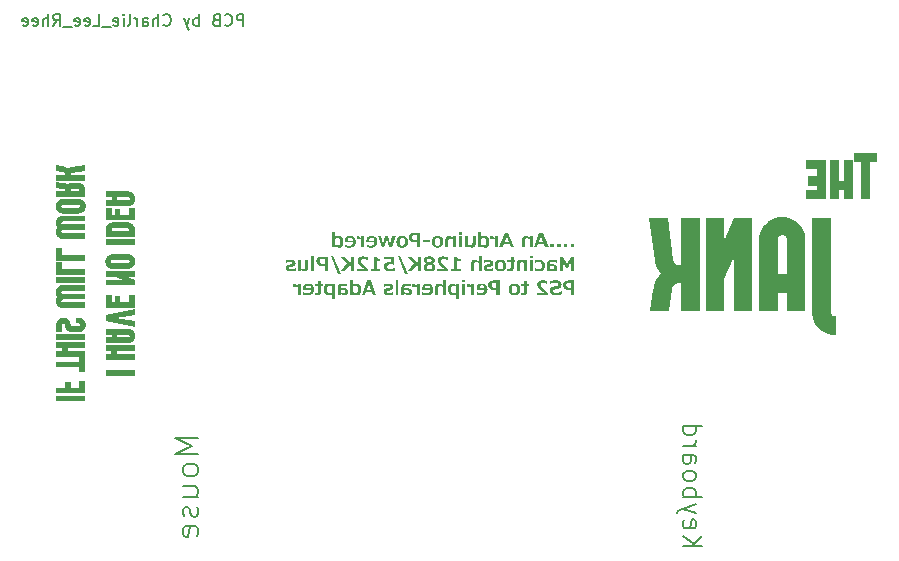
<source format=gbr>
%TF.GenerationSoftware,KiCad,Pcbnew,7.0.2*%
%TF.CreationDate,2024-03-26T11:17:04+09:00*%
%TF.ProjectId,dual_arduino_macplus_adapter,6475616c-5f61-4726-9475-696e6f5f6d61,rev?*%
%TF.SameCoordinates,Original*%
%TF.FileFunction,Legend,Bot*%
%TF.FilePolarity,Positive*%
%FSLAX46Y46*%
G04 Gerber Fmt 4.6, Leading zero omitted, Abs format (unit mm)*
G04 Created by KiCad (PCBNEW 7.0.2) date 2024-03-26 11:17:04*
%MOMM*%
%LPD*%
G01*
G04 APERTURE LIST*
%ADD10C,0.150000*%
%ADD11C,0.200000*%
%ADD12C,0.203000*%
%ADD13C,0.240000*%
G04 APERTURE END LIST*
D10*
G36*
X89715000Y-75965903D02*
G01*
X89715000Y-76459273D01*
X92176967Y-76459273D01*
X92176967Y-75965903D01*
X89715000Y-75965903D01*
G37*
G36*
X92176967Y-73898997D02*
G01*
X89715000Y-73898997D01*
X89715000Y-74391757D01*
X90194326Y-74391757D01*
X90194326Y-74637222D01*
X89715000Y-74637222D01*
X89715000Y-75130592D01*
X92176967Y-75130592D01*
X92176967Y-74637222D01*
X90684644Y-74637222D01*
X90684644Y-74391757D01*
X92176967Y-74391757D01*
X92176967Y-73898997D01*
G37*
G36*
X91634457Y-72498971D02*
G01*
X91665336Y-72501089D01*
X91695632Y-72504619D01*
X91725347Y-72509561D01*
X91754480Y-72515915D01*
X91783030Y-72523681D01*
X91810999Y-72532859D01*
X91838386Y-72543450D01*
X91865190Y-72555452D01*
X91891413Y-72568866D01*
X91917054Y-72583693D01*
X91942113Y-72599931D01*
X91966589Y-72617581D01*
X91990484Y-72636644D01*
X92013797Y-72657118D01*
X92036528Y-72679004D01*
X92058266Y-72701809D01*
X92078602Y-72725191D01*
X92097536Y-72749150D01*
X92115067Y-72773687D01*
X92131196Y-72798800D01*
X92145922Y-72824491D01*
X92159245Y-72850759D01*
X92171167Y-72877604D01*
X92181685Y-72905027D01*
X92190801Y-72933027D01*
X92198515Y-72961603D01*
X92204826Y-72990758D01*
X92209735Y-73020489D01*
X92213241Y-73050797D01*
X92215345Y-73081683D01*
X92216046Y-73113146D01*
X92215345Y-73144833D01*
X92213241Y-73175934D01*
X92209735Y-73206447D01*
X92204826Y-73236374D01*
X92198515Y-73265714D01*
X92190801Y-73294468D01*
X92181685Y-73322634D01*
X92171167Y-73350214D01*
X92159245Y-73377207D01*
X92145922Y-73403614D01*
X92131196Y-73429433D01*
X92115067Y-73454666D01*
X92097536Y-73479312D01*
X92078602Y-73503372D01*
X92058266Y-73526844D01*
X92036528Y-73549730D01*
X92013797Y-73571543D01*
X91990484Y-73591948D01*
X91966589Y-73610946D01*
X91942113Y-73628537D01*
X91917054Y-73644720D01*
X91891413Y-73659496D01*
X91865190Y-73672865D01*
X91838386Y-73684827D01*
X91810999Y-73695381D01*
X91783030Y-73704529D01*
X91754480Y-73712269D01*
X91725347Y-73718601D01*
X91695632Y-73723527D01*
X91665336Y-73727045D01*
X91634457Y-73729156D01*
X91602997Y-73729859D01*
X89715000Y-73729859D01*
X89715000Y-73237099D01*
X90207759Y-73237099D01*
X90207759Y-72991635D01*
X90700519Y-72991635D01*
X90700519Y-73237099D01*
X91612766Y-73237099D01*
X91631464Y-73235833D01*
X91657498Y-73229184D01*
X91681116Y-73216835D01*
X91700083Y-73201074D01*
X91712326Y-73187006D01*
X91725942Y-73163811D01*
X91733857Y-73138105D01*
X91736109Y-73113146D01*
X91734843Y-73095071D01*
X91728193Y-73069730D01*
X91715845Y-73046514D01*
X91700083Y-73027661D01*
X91686037Y-73015418D01*
X91662955Y-73001803D01*
X91637458Y-72993887D01*
X91612766Y-72991635D01*
X90700519Y-72991635D01*
X90207759Y-72991635D01*
X89715000Y-72991635D01*
X89715000Y-72498265D01*
X91602997Y-72498265D01*
X91634457Y-72498971D01*
G37*
G36*
X92176967Y-70814210D02*
G01*
X89715000Y-71293537D01*
X89715000Y-71865676D01*
X92176967Y-72339507D01*
X92176967Y-71846747D01*
X90555195Y-71564646D01*
X92176967Y-71350323D01*
X92176967Y-70814210D01*
G37*
G36*
X91684818Y-70238408D02*
G01*
X90946594Y-70238408D01*
X90946594Y-69745648D01*
X90454445Y-69745648D01*
X90454445Y-70238408D01*
X90207149Y-70238408D01*
X90207149Y-69647340D01*
X89715000Y-69647340D01*
X89715000Y-70731168D01*
X92176967Y-70731168D01*
X92176967Y-69647340D01*
X91684818Y-69647340D01*
X91684818Y-70238408D01*
G37*
G36*
X92176967Y-67594479D02*
G01*
X89715000Y-67594479D01*
X89715000Y-68085407D01*
X90583283Y-68085407D01*
X91160917Y-68332703D01*
X89715000Y-68332703D01*
X89715000Y-68823631D01*
X92176967Y-68823631D01*
X92176967Y-68332703D01*
X91587121Y-68085407D01*
X92176967Y-68085407D01*
X92176967Y-67594479D01*
G37*
G36*
X91640943Y-66191010D02*
G01*
X91671585Y-66193336D01*
X91701641Y-66197059D01*
X91731110Y-66202180D01*
X91759992Y-66208699D01*
X91788287Y-66216615D01*
X91815996Y-66225930D01*
X91843118Y-66236641D01*
X91869653Y-66248751D01*
X91895602Y-66262258D01*
X91920963Y-66277163D01*
X91945738Y-66293466D01*
X91969926Y-66311167D01*
X91993528Y-66330265D01*
X92016542Y-66350761D01*
X92038970Y-66372654D01*
X92060413Y-66395237D01*
X92080472Y-66418412D01*
X92099148Y-66442178D01*
X92116441Y-66466535D01*
X92132350Y-66491484D01*
X92146876Y-66517025D01*
X92160018Y-66543157D01*
X92171777Y-66569880D01*
X92182153Y-66597195D01*
X92191145Y-66625102D01*
X92198754Y-66653600D01*
X92204979Y-66682690D01*
X92209821Y-66712371D01*
X92213279Y-66742644D01*
X92215355Y-66773508D01*
X92216046Y-66804964D01*
X92215355Y-66836279D01*
X92213279Y-66867026D01*
X92209821Y-66897206D01*
X92204979Y-66926818D01*
X92198754Y-66955863D01*
X92191145Y-66984339D01*
X92182153Y-67012248D01*
X92171777Y-67039590D01*
X92160018Y-67066363D01*
X92146876Y-67092569D01*
X92132350Y-67118208D01*
X92116441Y-67143279D01*
X92099148Y-67167782D01*
X92080472Y-67191717D01*
X92060413Y-67215084D01*
X92038970Y-67237884D01*
X92016764Y-67259704D01*
X91993957Y-67280131D01*
X91970549Y-67299165D01*
X91946540Y-67316805D01*
X91921929Y-67333053D01*
X91896718Y-67347908D01*
X91870905Y-67361370D01*
X91844492Y-67373439D01*
X91817477Y-67384115D01*
X91789862Y-67393398D01*
X91761645Y-67401289D01*
X91732827Y-67407786D01*
X91703408Y-67412890D01*
X91673388Y-67416602D01*
X91642767Y-67418920D01*
X91611545Y-67419845D01*
X90278590Y-67419845D01*
X90247590Y-67418920D01*
X90217176Y-67416602D01*
X90187349Y-67412890D01*
X90158109Y-67407786D01*
X90129456Y-67401289D01*
X90101390Y-67393398D01*
X90073910Y-67384115D01*
X90047017Y-67373439D01*
X90020711Y-67361370D01*
X89994991Y-67347908D01*
X89969859Y-67333053D01*
X89945313Y-67316805D01*
X89921354Y-67299165D01*
X89897981Y-67280131D01*
X89875196Y-67259704D01*
X89852997Y-67237884D01*
X89831554Y-67215084D01*
X89811495Y-67191717D01*
X89792819Y-67167782D01*
X89775526Y-67143279D01*
X89759617Y-67118208D01*
X89745091Y-67092569D01*
X89731949Y-67066363D01*
X89720190Y-67039590D01*
X89709814Y-67012248D01*
X89700822Y-66984339D01*
X89693213Y-66955863D01*
X89686988Y-66926818D01*
X89682146Y-66897206D01*
X89678687Y-66867026D01*
X89676612Y-66836279D01*
X89675921Y-66804964D01*
X90156468Y-66804964D01*
X90157735Y-66823869D01*
X90164384Y-66850133D01*
X90176733Y-66873886D01*
X90192494Y-66892891D01*
X90206541Y-66905135D01*
X90229623Y-66918750D01*
X90255120Y-66926666D01*
X90279811Y-66928917D01*
X91612766Y-66928917D01*
X91631464Y-66927651D01*
X91657498Y-66921001D01*
X91681116Y-66908653D01*
X91700083Y-66892891D01*
X91712326Y-66878824D01*
X91725942Y-66855629D01*
X91733857Y-66829923D01*
X91736109Y-66804964D01*
X91734843Y-66786267D01*
X91728193Y-66760233D01*
X91715845Y-66736614D01*
X91700083Y-66717647D01*
X91686037Y-66705962D01*
X91662955Y-66692701D01*
X91637458Y-66684560D01*
X91612766Y-66681621D01*
X90279811Y-66681621D01*
X90261114Y-66682888D01*
X90235080Y-66689537D01*
X90211461Y-66701886D01*
X90192494Y-66717647D01*
X90180251Y-66731694D01*
X90166636Y-66754776D01*
X90158720Y-66780273D01*
X90156468Y-66804964D01*
X89675921Y-66804964D01*
X89676612Y-66773508D01*
X89678687Y-66742644D01*
X89682146Y-66712371D01*
X89686988Y-66682690D01*
X89693213Y-66653600D01*
X89700822Y-66625102D01*
X89709814Y-66597195D01*
X89720190Y-66569880D01*
X89731949Y-66543157D01*
X89745091Y-66517025D01*
X89759617Y-66491484D01*
X89775526Y-66466535D01*
X89792819Y-66442178D01*
X89811495Y-66418412D01*
X89831554Y-66395237D01*
X89852997Y-66372654D01*
X89875425Y-66350761D01*
X89898439Y-66330265D01*
X89922041Y-66311167D01*
X89946229Y-66293466D01*
X89971004Y-66277163D01*
X89996365Y-66262258D01*
X90022314Y-66248751D01*
X90048849Y-66236641D01*
X90075971Y-66225930D01*
X90103680Y-66216615D01*
X90131975Y-66208699D01*
X90160857Y-66202180D01*
X90190326Y-66197059D01*
X90220382Y-66193336D01*
X90251024Y-66191010D01*
X90282254Y-66190083D01*
X91609713Y-66190083D01*
X91640943Y-66191010D01*
G37*
G36*
X89715000Y-64894374D02*
G01*
X89715000Y-65387745D01*
X92176967Y-65387745D01*
X92176967Y-64894374D01*
X89715000Y-64894374D01*
G37*
G36*
X91595376Y-63489067D02*
G01*
X91626247Y-63491371D01*
X91656532Y-63495058D01*
X91686230Y-63500129D01*
X91715341Y-63506584D01*
X91743866Y-63514421D01*
X91771803Y-63523642D01*
X91799154Y-63534247D01*
X91825918Y-63546235D01*
X91852096Y-63559606D01*
X91877686Y-63574361D01*
X91902690Y-63590499D01*
X91927107Y-63608021D01*
X91950938Y-63626926D01*
X91974181Y-63647214D01*
X91996838Y-63668886D01*
X92018436Y-63691469D01*
X92038655Y-63714643D01*
X92057496Y-63738409D01*
X92074958Y-63762767D01*
X92091041Y-63787716D01*
X92105746Y-63813256D01*
X92119072Y-63839388D01*
X92131019Y-63866112D01*
X92141588Y-63893427D01*
X92150778Y-63921334D01*
X92158590Y-63949832D01*
X92165022Y-63978922D01*
X92170077Y-64008603D01*
X92173752Y-64038876D01*
X92176049Y-64069740D01*
X92176967Y-64101196D01*
X92176967Y-64719741D01*
X89715000Y-64719741D01*
X89715000Y-64226981D01*
X90207759Y-64226981D01*
X91684818Y-64226981D01*
X91684818Y-64103028D01*
X91683552Y-64084953D01*
X91676902Y-64059611D01*
X91664554Y-64036395D01*
X91648792Y-64017543D01*
X91637191Y-64007164D01*
X91614582Y-63992915D01*
X91589750Y-63984366D01*
X91562697Y-63981517D01*
X90331713Y-63981517D01*
X90312808Y-63982783D01*
X90286543Y-63989433D01*
X90262790Y-64001781D01*
X90243785Y-64017543D01*
X90233407Y-64029129D01*
X90219158Y-64051636D01*
X90210609Y-64076269D01*
X90207759Y-64103028D01*
X90207759Y-64226981D01*
X89715000Y-64226981D01*
X89715000Y-64101196D01*
X89715918Y-64069740D01*
X89718215Y-64038876D01*
X89721890Y-64008603D01*
X89726945Y-63978922D01*
X89733377Y-63949832D01*
X89741189Y-63921334D01*
X89750379Y-63893427D01*
X89760948Y-63866112D01*
X89772895Y-63839388D01*
X89786221Y-63813256D01*
X89800926Y-63787716D01*
X89817009Y-63762767D01*
X89834471Y-63738409D01*
X89853312Y-63714643D01*
X89873531Y-63691469D01*
X89895129Y-63668886D01*
X89917785Y-63647214D01*
X89941029Y-63626926D01*
X89964859Y-63608021D01*
X89989277Y-63590499D01*
X90014280Y-63574361D01*
X90039871Y-63559606D01*
X90066049Y-63546235D01*
X90092813Y-63534247D01*
X90120164Y-63523642D01*
X90148101Y-63514421D01*
X90176626Y-63506584D01*
X90205737Y-63500129D01*
X90235435Y-63495058D01*
X90265719Y-63491371D01*
X90296591Y-63489067D01*
X90328049Y-63488146D01*
X91563918Y-63488146D01*
X91595376Y-63489067D01*
G37*
G36*
X91684818Y-62832965D02*
G01*
X90946594Y-62832965D01*
X90946594Y-62340205D01*
X90454445Y-62340205D01*
X90454445Y-62832965D01*
X90207149Y-62832965D01*
X90207149Y-62241897D01*
X89715000Y-62241897D01*
X89715000Y-63325725D01*
X92176967Y-63325725D01*
X92176967Y-62241897D01*
X91684818Y-62241897D01*
X91684818Y-62832965D01*
G37*
G36*
X91634457Y-60865684D02*
G01*
X91665336Y-60867802D01*
X91695632Y-60871332D01*
X91725347Y-60876274D01*
X91754480Y-60882628D01*
X91783030Y-60890394D01*
X91810999Y-60899573D01*
X91838386Y-60910163D01*
X91865190Y-60922165D01*
X91891413Y-60935579D01*
X91917054Y-60950406D01*
X91942113Y-60966644D01*
X91966589Y-60984294D01*
X91990484Y-61003357D01*
X92013797Y-61023831D01*
X92036528Y-61045718D01*
X92058266Y-61068522D01*
X92078602Y-61091904D01*
X92097536Y-61115864D01*
X92115067Y-61140400D01*
X92131196Y-61165514D01*
X92145922Y-61191204D01*
X92159245Y-61217472D01*
X92171167Y-61244318D01*
X92181685Y-61271740D01*
X92190801Y-61299740D01*
X92198515Y-61328317D01*
X92204826Y-61357471D01*
X92209735Y-61387202D01*
X92213241Y-61417511D01*
X92215345Y-61448396D01*
X92216046Y-61479859D01*
X92215345Y-61511546D01*
X92213241Y-61542647D01*
X92209735Y-61573161D01*
X92204826Y-61603087D01*
X92198515Y-61632428D01*
X92190801Y-61661181D01*
X92181685Y-61689348D01*
X92171167Y-61716928D01*
X92159245Y-61743921D01*
X92145922Y-61770327D01*
X92131196Y-61796147D01*
X92115067Y-61821380D01*
X92097536Y-61846026D01*
X92078602Y-61870085D01*
X92058266Y-61893558D01*
X92036528Y-61916443D01*
X92013797Y-61938256D01*
X91990484Y-61958661D01*
X91966589Y-61977659D01*
X91942113Y-61995250D01*
X91917054Y-62011433D01*
X91891413Y-62026210D01*
X91865190Y-62039579D01*
X91838386Y-62051540D01*
X91810999Y-62062095D01*
X91783030Y-62071242D01*
X91754480Y-62078982D01*
X91725347Y-62085314D01*
X91695632Y-62090240D01*
X91665336Y-62093758D01*
X91634457Y-62095869D01*
X91602997Y-62096573D01*
X89715000Y-62096573D01*
X89715000Y-61603813D01*
X90207759Y-61603813D01*
X90207759Y-61358349D01*
X90700519Y-61358349D01*
X90700519Y-61603813D01*
X91612766Y-61603813D01*
X91631464Y-61602546D01*
X91657498Y-61595897D01*
X91681116Y-61583548D01*
X91700083Y-61567787D01*
X91712326Y-61553719D01*
X91725942Y-61530524D01*
X91733857Y-61504818D01*
X91736109Y-61479859D01*
X91734843Y-61461784D01*
X91728193Y-61436443D01*
X91715845Y-61413227D01*
X91700083Y-61394374D01*
X91686037Y-61382131D01*
X91662955Y-61368516D01*
X91637458Y-61360600D01*
X91612766Y-61358349D01*
X90700519Y-61358349D01*
X90207759Y-61358349D01*
X89715000Y-61358349D01*
X89715000Y-60864978D01*
X91602997Y-60864978D01*
X91634457Y-60865684D01*
G37*
G36*
X85515000Y-78149434D02*
G01*
X85515000Y-78642804D01*
X87976967Y-78642804D01*
X87976967Y-78149434D01*
X85515000Y-78149434D01*
G37*
G36*
X87484818Y-77476545D02*
G01*
X86746594Y-77476545D01*
X86746594Y-76983785D01*
X86254445Y-76983785D01*
X86254445Y-77476545D01*
X85515000Y-77476545D01*
X85515000Y-77969915D01*
X87976967Y-77969915D01*
X87976967Y-76886087D01*
X87484818Y-76886087D01*
X87484818Y-77476545D01*
G37*
G36*
X87483597Y-74904057D02*
G01*
X87483597Y-75276527D01*
X85515000Y-75276527D01*
X85515000Y-75768066D01*
X87483597Y-75768066D01*
X87483597Y-76133819D01*
X87976967Y-76133819D01*
X87976967Y-74904057D01*
X87483597Y-74904057D01*
G37*
G36*
X87976967Y-73630330D02*
G01*
X85515000Y-73630330D01*
X85515000Y-74123090D01*
X85994326Y-74123090D01*
X85994326Y-74368554D01*
X85515000Y-74368554D01*
X85515000Y-74861925D01*
X87976967Y-74861925D01*
X87976967Y-74368554D01*
X86484644Y-74368554D01*
X86484644Y-74123090D01*
X87976967Y-74123090D01*
X87976967Y-73630330D01*
G37*
G36*
X85515000Y-72971485D02*
G01*
X85515000Y-73464856D01*
X87976967Y-73464856D01*
X87976967Y-72971485D01*
X85515000Y-72971485D01*
G37*
G36*
X88016046Y-72145944D02*
G01*
X88014317Y-72115321D01*
X88011266Y-72085275D01*
X88006894Y-72055806D01*
X88001201Y-72026914D01*
X87994186Y-71998600D01*
X87985850Y-71970862D01*
X87976192Y-71943702D01*
X87965213Y-71917119D01*
X87952913Y-71891114D01*
X87939291Y-71865685D01*
X87924348Y-71840834D01*
X87908083Y-71816560D01*
X87890497Y-71792863D01*
X87871590Y-71769744D01*
X87851361Y-71747201D01*
X87829811Y-71725236D01*
X87807326Y-71704459D01*
X87784292Y-71685022D01*
X87760710Y-71666926D01*
X87736579Y-71650170D01*
X87711900Y-71634754D01*
X87686671Y-71620679D01*
X87660895Y-71607945D01*
X87634569Y-71596551D01*
X87607696Y-71586497D01*
X87580273Y-71577784D01*
X87552302Y-71570411D01*
X87523782Y-71564379D01*
X87494714Y-71559688D01*
X87465097Y-71556336D01*
X87434932Y-71554326D01*
X87404218Y-71553656D01*
X87152648Y-71553656D01*
X87152648Y-72044584D01*
X87404218Y-72044584D01*
X87430976Y-72047433D01*
X87455609Y-72055982D01*
X87478117Y-72070231D01*
X87489703Y-72080609D01*
X87505197Y-72099615D01*
X87517336Y-72123367D01*
X87523873Y-72149632D01*
X87525118Y-72168537D01*
X87522494Y-72195203D01*
X87514623Y-72219484D01*
X87501505Y-72241380D01*
X87498251Y-72245473D01*
X87489703Y-72254022D01*
X87489703Y-72255854D01*
X87481154Y-72262570D01*
X87481154Y-72264402D01*
X87472606Y-72269898D01*
X87470774Y-72269898D01*
X87470774Y-72271119D01*
X87462226Y-72276614D01*
X87460394Y-72276614D01*
X87451845Y-72281499D01*
X87446960Y-72283331D01*
X87439633Y-72285163D01*
X87432916Y-72286995D01*
X87428032Y-72288216D01*
X87421315Y-72290048D01*
X87415819Y-72290048D01*
X87404218Y-72290048D01*
X86861999Y-72290048D01*
X86837307Y-72287796D01*
X86811810Y-72279880D01*
X86788728Y-72266265D01*
X86774682Y-72254022D01*
X86758153Y-72232695D01*
X86747033Y-72209242D01*
X86741323Y-72183665D01*
X86740488Y-72168537D01*
X86739267Y-72145944D01*
X86737535Y-72115321D01*
X86734477Y-72085275D01*
X86730093Y-72055806D01*
X86724383Y-72026914D01*
X86717347Y-71998600D01*
X86708984Y-71970862D01*
X86699296Y-71943702D01*
X86688281Y-71917119D01*
X86675940Y-71891114D01*
X86662273Y-71865685D01*
X86647280Y-71840834D01*
X86630960Y-71816560D01*
X86613315Y-71792863D01*
X86594343Y-71769744D01*
X86574045Y-71747201D01*
X86552421Y-71725236D01*
X86529936Y-71704459D01*
X86506902Y-71685022D01*
X86483320Y-71666926D01*
X86459189Y-71650170D01*
X86434509Y-71634754D01*
X86409281Y-71620679D01*
X86383505Y-71607945D01*
X86357179Y-71596551D01*
X86330305Y-71586497D01*
X86302883Y-71577784D01*
X86274912Y-71570411D01*
X86246392Y-71564379D01*
X86217324Y-71559688D01*
X86187707Y-71556336D01*
X86157542Y-71554326D01*
X86126828Y-71553656D01*
X86095515Y-71554352D01*
X86064775Y-71556441D01*
X86034607Y-71559924D01*
X86005012Y-71564799D01*
X85975989Y-71571067D01*
X85947538Y-71578729D01*
X85919660Y-71587783D01*
X85892355Y-71598230D01*
X85865622Y-71610070D01*
X85839461Y-71623303D01*
X85813873Y-71637929D01*
X85788857Y-71653948D01*
X85764413Y-71671360D01*
X85740543Y-71690164D01*
X85717244Y-71710362D01*
X85694518Y-71731953D01*
X85672779Y-71754839D01*
X85652443Y-71778311D01*
X85633510Y-71802371D01*
X85615979Y-71827017D01*
X85599850Y-71852250D01*
X85585124Y-71878069D01*
X85571800Y-71904476D01*
X85559879Y-71931469D01*
X85549360Y-71959049D01*
X85540244Y-71987215D01*
X85532531Y-72015969D01*
X85526219Y-72045309D01*
X85521311Y-72075236D01*
X85517804Y-72105749D01*
X85515701Y-72136850D01*
X85515000Y-72168537D01*
X85515000Y-72782808D01*
X86005928Y-72782808D01*
X86005928Y-72168537D01*
X86008141Y-72143578D01*
X86015923Y-72117872D01*
X86029307Y-72094677D01*
X86041343Y-72080609D01*
X86060195Y-72064848D01*
X86083412Y-72052499D01*
X86108753Y-72045850D01*
X86126828Y-72044584D01*
X86151519Y-72046835D01*
X86177016Y-72054751D01*
X86200098Y-72068366D01*
X86214145Y-72080609D01*
X86229906Y-72099615D01*
X86242255Y-72123367D01*
X86248904Y-72149632D01*
X86250170Y-72168537D01*
X86250170Y-72192351D01*
X86252114Y-72222745D01*
X86255351Y-72252562D01*
X86259881Y-72281802D01*
X86265703Y-72310465D01*
X86272818Y-72338550D01*
X86281226Y-72366059D01*
X86290926Y-72392990D01*
X86301919Y-72419344D01*
X86314206Y-72445120D01*
X86327784Y-72470320D01*
X86342656Y-72494942D01*
X86358820Y-72518987D01*
X86376278Y-72542455D01*
X86395027Y-72565346D01*
X86415070Y-72587659D01*
X86436406Y-72609395D01*
X86458884Y-72630251D01*
X86481896Y-72649772D01*
X86505442Y-72667956D01*
X86529523Y-72684805D01*
X86554138Y-72700318D01*
X86579288Y-72714496D01*
X86604971Y-72727338D01*
X86631189Y-72738844D01*
X86657942Y-72749014D01*
X86685228Y-72757849D01*
X86713049Y-72765348D01*
X86741404Y-72771511D01*
X86770293Y-72776339D01*
X86799717Y-72779831D01*
X86829675Y-72781987D01*
X86860167Y-72782808D01*
X87405439Y-72782808D01*
X87436819Y-72781961D01*
X87467607Y-72779726D01*
X87497803Y-72776103D01*
X87527408Y-72771092D01*
X87556421Y-72764692D01*
X87584843Y-72756905D01*
X87612673Y-72747729D01*
X87639912Y-72737165D01*
X87666560Y-72725213D01*
X87692615Y-72711872D01*
X87718080Y-72697144D01*
X87742952Y-72681027D01*
X87767233Y-72663522D01*
X87790923Y-72644629D01*
X87814021Y-72624348D01*
X87836528Y-72602679D01*
X87858052Y-72580093D01*
X87878202Y-72556912D01*
X87896978Y-72533134D01*
X87914380Y-72508760D01*
X87930409Y-72483789D01*
X87945063Y-72458222D01*
X87958344Y-72432059D01*
X87970251Y-72405300D01*
X87980784Y-72377944D01*
X87989943Y-72349992D01*
X87997728Y-72321444D01*
X88004139Y-72292299D01*
X88009177Y-72262558D01*
X88012841Y-72232221D01*
X88015130Y-72201288D01*
X88016046Y-72169758D01*
X88016046Y-72145944D01*
G37*
G36*
X87976967Y-70751928D02*
G01*
X87976967Y-70258558D01*
X86079811Y-70258558D01*
X86052758Y-70255708D01*
X86027926Y-70247159D01*
X86005316Y-70232911D01*
X85993715Y-70222532D01*
X85977954Y-70203679D01*
X85965605Y-70180463D01*
X85958956Y-70155122D01*
X85957690Y-70137047D01*
X85959941Y-70112088D01*
X85967857Y-70086382D01*
X85981472Y-70063187D01*
X85993715Y-70049120D01*
X86012606Y-70033358D01*
X86035956Y-70021010D01*
X86061529Y-70014360D01*
X86079811Y-70013094D01*
X87976967Y-70013094D01*
X87976967Y-69522166D01*
X86079811Y-69522166D01*
X86052758Y-69518575D01*
X86027926Y-69509865D01*
X86005316Y-69496035D01*
X85993715Y-69486140D01*
X85977954Y-69467135D01*
X85965605Y-69443382D01*
X85958956Y-69417117D01*
X85957690Y-69398212D01*
X85960373Y-69371367D01*
X85968423Y-69346549D01*
X85981840Y-69323759D01*
X85985167Y-69319444D01*
X85993715Y-69310896D01*
X86002264Y-69304179D01*
X86002264Y-69302347D01*
X86010812Y-69295630D01*
X86012644Y-69295630D01*
X86021193Y-69290135D01*
X86023025Y-69290135D01*
X86031573Y-69285250D01*
X86036458Y-69283418D01*
X86043175Y-69279755D01*
X86050502Y-69278533D01*
X86055387Y-69278533D01*
X86062103Y-69276702D01*
X86067599Y-69276702D01*
X86079811Y-69274870D01*
X87976967Y-69274870D01*
X87976967Y-68783942D01*
X86086528Y-68783942D01*
X86055148Y-68784645D01*
X86024360Y-68786756D01*
X85994164Y-68790274D01*
X85964559Y-68795200D01*
X85935546Y-68801532D01*
X85907124Y-68809272D01*
X85879293Y-68818419D01*
X85852055Y-68828974D01*
X85825407Y-68840936D01*
X85799352Y-68854305D01*
X85773887Y-68869081D01*
X85749015Y-68885264D01*
X85724734Y-68902855D01*
X85701044Y-68921853D01*
X85677946Y-68942258D01*
X85655439Y-68964071D01*
X85633915Y-68986649D01*
X85613765Y-69009809D01*
X85594989Y-69033551D01*
X85577587Y-69057875D01*
X85561558Y-69082781D01*
X85546904Y-69108269D01*
X85533623Y-69134339D01*
X85521716Y-69160992D01*
X85511183Y-69188226D01*
X85502024Y-69216042D01*
X85494239Y-69244440D01*
X85487827Y-69273420D01*
X85482790Y-69302982D01*
X85479126Y-69333125D01*
X85476837Y-69363851D01*
X85475921Y-69395159D01*
X85475921Y-69420805D01*
X85478146Y-69456536D01*
X85482303Y-69491602D01*
X85488393Y-69526002D01*
X85496414Y-69559737D01*
X85506368Y-69592806D01*
X85518253Y-69625210D01*
X85532070Y-69656949D01*
X85547820Y-69688022D01*
X85565501Y-69718429D01*
X85585114Y-69748171D01*
X85599263Y-69767630D01*
X85584327Y-69788178D01*
X85570355Y-69809065D01*
X85557346Y-69830291D01*
X85545301Y-69851855D01*
X85534219Y-69873758D01*
X85524101Y-69896000D01*
X85510731Y-69929998D01*
X85499529Y-69964758D01*
X85490495Y-70000280D01*
X85485677Y-70024385D01*
X85481823Y-70048828D01*
X85478932Y-70073610D01*
X85477005Y-70098731D01*
X85476041Y-70124190D01*
X85475921Y-70137047D01*
X85476622Y-70168510D01*
X85478726Y-70199396D01*
X85482232Y-70229704D01*
X85487141Y-70259436D01*
X85493452Y-70288590D01*
X85501165Y-70317167D01*
X85510282Y-70345166D01*
X85520800Y-70372589D01*
X85532721Y-70399434D01*
X85546045Y-70425702D01*
X85560771Y-70451393D01*
X85576900Y-70476506D01*
X85594431Y-70501043D01*
X85613364Y-70525002D01*
X85633701Y-70548384D01*
X85655439Y-70571189D01*
X85678165Y-70593075D01*
X85701464Y-70613550D01*
X85725335Y-70632612D01*
X85749778Y-70650262D01*
X85774794Y-70666501D01*
X85800382Y-70681327D01*
X85826543Y-70694741D01*
X85853276Y-70706743D01*
X85880581Y-70717334D01*
X85908459Y-70726512D01*
X85936910Y-70734278D01*
X85965933Y-70740632D01*
X85995528Y-70745574D01*
X86025696Y-70749104D01*
X86056436Y-70751222D01*
X86087749Y-70751928D01*
X87976967Y-70751928D01*
G37*
G36*
X85515000Y-68133034D02*
G01*
X85515000Y-68626405D01*
X87976967Y-68626405D01*
X87976967Y-68133034D01*
X85515000Y-68133034D01*
G37*
G36*
X86007149Y-66862972D02*
G01*
X85515000Y-66862972D01*
X85515000Y-67946189D01*
X87976967Y-67946189D01*
X87976967Y-67453429D01*
X86007149Y-67453429D01*
X86007149Y-66862972D01*
G37*
G36*
X86007149Y-65668624D02*
G01*
X85515000Y-65668624D01*
X85515000Y-66751841D01*
X87976967Y-66751841D01*
X87976967Y-66259081D01*
X86007149Y-66259081D01*
X86007149Y-65668624D01*
G37*
G36*
X87976967Y-64890100D02*
G01*
X87976967Y-64396729D01*
X86079811Y-64396729D01*
X86052758Y-64393880D01*
X86027926Y-64385331D01*
X86005316Y-64371082D01*
X85993715Y-64360704D01*
X85977954Y-64341851D01*
X85965605Y-64318635D01*
X85958956Y-64293294D01*
X85957690Y-64275219D01*
X85959941Y-64250260D01*
X85967857Y-64224554D01*
X85981472Y-64201359D01*
X85993715Y-64187291D01*
X86012606Y-64171530D01*
X86035956Y-64159181D01*
X86061529Y-64152532D01*
X86079811Y-64151265D01*
X87976967Y-64151265D01*
X87976967Y-63660337D01*
X86079811Y-63660337D01*
X86052758Y-63656747D01*
X86027926Y-63648037D01*
X86005316Y-63634207D01*
X85993715Y-63624311D01*
X85977954Y-63605306D01*
X85965605Y-63581553D01*
X85958956Y-63555289D01*
X85957690Y-63536384D01*
X85960373Y-63509539D01*
X85968423Y-63484721D01*
X85981840Y-63461931D01*
X85985167Y-63457616D01*
X85993715Y-63449067D01*
X86002264Y-63442351D01*
X86002264Y-63440519D01*
X86010812Y-63433802D01*
X86012644Y-63433802D01*
X86021193Y-63428307D01*
X86023025Y-63428307D01*
X86031573Y-63423422D01*
X86036458Y-63421590D01*
X86043175Y-63417926D01*
X86050502Y-63416705D01*
X86055387Y-63416705D01*
X86062103Y-63414873D01*
X86067599Y-63414873D01*
X86079811Y-63413041D01*
X87976967Y-63413041D01*
X87976967Y-62922113D01*
X86086528Y-62922113D01*
X86055148Y-62922817D01*
X86024360Y-62924928D01*
X85994164Y-62928446D01*
X85964559Y-62933371D01*
X85935546Y-62939704D01*
X85907124Y-62947444D01*
X85879293Y-62956591D01*
X85852055Y-62967146D01*
X85825407Y-62979107D01*
X85799352Y-62992476D01*
X85773887Y-63007252D01*
X85749015Y-63023436D01*
X85724734Y-63041027D01*
X85701044Y-63060025D01*
X85677946Y-63080430D01*
X85655439Y-63102242D01*
X85633915Y-63124821D01*
X85613765Y-63147981D01*
X85594989Y-63171723D01*
X85577587Y-63196047D01*
X85561558Y-63220953D01*
X85546904Y-63246441D01*
X85533623Y-63272511D01*
X85521716Y-63299163D01*
X85511183Y-63326397D01*
X85502024Y-63354213D01*
X85494239Y-63382611D01*
X85487827Y-63411591D01*
X85482790Y-63441153D01*
X85479126Y-63471297D01*
X85476837Y-63502023D01*
X85475921Y-63533331D01*
X85475921Y-63558977D01*
X85478146Y-63594708D01*
X85482303Y-63629774D01*
X85488393Y-63664174D01*
X85496414Y-63697909D01*
X85506368Y-63730978D01*
X85518253Y-63763382D01*
X85532070Y-63795120D01*
X85547820Y-63826193D01*
X85565501Y-63856601D01*
X85585114Y-63886343D01*
X85599263Y-63905801D01*
X85584327Y-63926350D01*
X85570355Y-63947237D01*
X85557346Y-63968463D01*
X85545301Y-63990027D01*
X85534219Y-64011930D01*
X85524101Y-64034172D01*
X85510731Y-64068170D01*
X85499529Y-64102930D01*
X85490495Y-64138452D01*
X85485677Y-64162556D01*
X85481823Y-64187000D01*
X85478932Y-64211782D01*
X85477005Y-64236902D01*
X85476041Y-64262362D01*
X85475921Y-64275219D01*
X85476622Y-64306682D01*
X85478726Y-64337567D01*
X85482232Y-64367876D01*
X85487141Y-64397607D01*
X85493452Y-64426761D01*
X85501165Y-64455338D01*
X85510282Y-64483338D01*
X85520800Y-64510760D01*
X85532721Y-64537606D01*
X85546045Y-64563874D01*
X85560771Y-64589564D01*
X85576900Y-64614678D01*
X85594431Y-64639214D01*
X85613364Y-64663174D01*
X85633701Y-64686556D01*
X85655439Y-64709360D01*
X85678165Y-64731247D01*
X85701464Y-64751721D01*
X85725335Y-64770784D01*
X85749778Y-64788434D01*
X85774794Y-64804672D01*
X85800382Y-64819499D01*
X85826543Y-64832913D01*
X85853276Y-64844915D01*
X85880581Y-64855505D01*
X85908459Y-64864684D01*
X85936910Y-64872450D01*
X85965933Y-64878804D01*
X85995528Y-64883746D01*
X86025696Y-64887276D01*
X86056436Y-64889394D01*
X86087749Y-64890100D01*
X87976967Y-64890100D01*
G37*
G36*
X87440943Y-61511317D02*
G01*
X87471585Y-61513643D01*
X87501641Y-61517366D01*
X87531110Y-61522487D01*
X87559992Y-61529006D01*
X87588287Y-61536922D01*
X87615996Y-61546237D01*
X87643118Y-61556948D01*
X87669653Y-61569058D01*
X87695602Y-61582565D01*
X87720963Y-61597470D01*
X87745738Y-61613773D01*
X87769926Y-61631473D01*
X87793528Y-61650572D01*
X87816542Y-61671068D01*
X87838970Y-61692961D01*
X87860413Y-61715544D01*
X87880472Y-61738719D01*
X87899148Y-61762485D01*
X87916441Y-61786842D01*
X87932350Y-61811791D01*
X87946876Y-61837332D01*
X87960018Y-61863464D01*
X87971777Y-61890187D01*
X87982153Y-61917502D01*
X87991145Y-61945409D01*
X87998754Y-61973907D01*
X88004979Y-62002997D01*
X88009821Y-62032678D01*
X88013279Y-62062951D01*
X88015355Y-62093815D01*
X88016046Y-62125271D01*
X88015355Y-62156586D01*
X88013279Y-62187333D01*
X88009821Y-62217513D01*
X88004979Y-62247125D01*
X87998754Y-62276170D01*
X87991145Y-62304646D01*
X87982153Y-62332555D01*
X87971777Y-62359897D01*
X87960018Y-62386670D01*
X87946876Y-62412876D01*
X87932350Y-62438515D01*
X87916441Y-62463586D01*
X87899148Y-62488088D01*
X87880472Y-62512024D01*
X87860413Y-62535391D01*
X87838970Y-62558191D01*
X87816764Y-62580011D01*
X87793957Y-62600438D01*
X87770549Y-62619472D01*
X87746540Y-62637112D01*
X87721929Y-62653360D01*
X87696718Y-62668215D01*
X87670905Y-62681677D01*
X87644492Y-62693746D01*
X87617477Y-62704422D01*
X87589862Y-62713705D01*
X87561645Y-62721596D01*
X87532827Y-62728093D01*
X87503408Y-62733197D01*
X87473388Y-62736909D01*
X87442767Y-62739227D01*
X87411545Y-62740152D01*
X86078590Y-62740152D01*
X86047590Y-62739227D01*
X86017176Y-62736909D01*
X85987349Y-62733197D01*
X85958109Y-62728093D01*
X85929456Y-62721596D01*
X85901390Y-62713705D01*
X85873910Y-62704422D01*
X85847017Y-62693746D01*
X85820711Y-62681677D01*
X85794991Y-62668215D01*
X85769859Y-62653360D01*
X85745313Y-62637112D01*
X85721354Y-62619472D01*
X85697981Y-62600438D01*
X85675196Y-62580011D01*
X85652997Y-62558191D01*
X85631554Y-62535391D01*
X85611495Y-62512024D01*
X85592819Y-62488088D01*
X85575526Y-62463586D01*
X85559617Y-62438515D01*
X85545091Y-62412876D01*
X85531949Y-62386670D01*
X85520190Y-62359897D01*
X85509814Y-62332555D01*
X85500822Y-62304646D01*
X85493213Y-62276170D01*
X85486988Y-62247125D01*
X85482146Y-62217513D01*
X85478687Y-62187333D01*
X85476612Y-62156586D01*
X85475921Y-62125271D01*
X85956468Y-62125271D01*
X85957735Y-62144176D01*
X85964384Y-62170440D01*
X85976733Y-62194193D01*
X85992494Y-62213198D01*
X86006541Y-62225442D01*
X86029623Y-62239057D01*
X86055120Y-62246973D01*
X86079811Y-62249224D01*
X87412766Y-62249224D01*
X87431464Y-62247958D01*
X87457498Y-62241308D01*
X87481116Y-62228960D01*
X87500083Y-62213198D01*
X87512326Y-62199131D01*
X87525942Y-62175936D01*
X87533857Y-62150230D01*
X87536109Y-62125271D01*
X87534843Y-62106574D01*
X87528193Y-62080540D01*
X87515845Y-62056921D01*
X87500083Y-62037954D01*
X87486037Y-62026269D01*
X87462955Y-62013008D01*
X87437458Y-62004867D01*
X87412766Y-62001928D01*
X86079811Y-62001928D01*
X86061114Y-62003195D01*
X86035080Y-62009844D01*
X86011461Y-62022193D01*
X85992494Y-62037954D01*
X85980251Y-62052001D01*
X85966636Y-62075083D01*
X85958720Y-62100580D01*
X85956468Y-62125271D01*
X85475921Y-62125271D01*
X85476612Y-62093815D01*
X85478687Y-62062951D01*
X85482146Y-62032678D01*
X85486988Y-62002997D01*
X85493213Y-61973907D01*
X85500822Y-61945409D01*
X85509814Y-61917502D01*
X85520190Y-61890187D01*
X85531949Y-61863464D01*
X85545091Y-61837332D01*
X85559617Y-61811791D01*
X85575526Y-61786842D01*
X85592819Y-61762485D01*
X85611495Y-61738719D01*
X85631554Y-61715544D01*
X85652997Y-61692961D01*
X85675425Y-61671068D01*
X85698439Y-61650572D01*
X85722041Y-61631473D01*
X85746229Y-61613773D01*
X85771004Y-61597470D01*
X85796365Y-61582565D01*
X85822314Y-61569058D01*
X85848849Y-61556948D01*
X85875971Y-61546237D01*
X85903680Y-61536922D01*
X85931975Y-61529006D01*
X85960857Y-61522487D01*
X85990326Y-61517366D01*
X86020382Y-61513643D01*
X86051024Y-61511317D01*
X86082254Y-61510390D01*
X87409713Y-61510390D01*
X87440943Y-61511317D01*
G37*
G36*
X86119501Y-60132249D02*
G01*
X86133545Y-60134081D01*
X86156170Y-60137664D01*
X86189662Y-60144451D01*
X86222617Y-60152934D01*
X86255035Y-60163112D01*
X86286917Y-60174987D01*
X86318262Y-60188558D01*
X86349070Y-60203824D01*
X86379341Y-60220786D01*
X86409076Y-60239444D01*
X86438274Y-60259798D01*
X86466936Y-60281848D01*
X86488605Y-60263733D01*
X86510718Y-60246786D01*
X86533275Y-60231008D01*
X86556275Y-60216399D01*
X86579719Y-60202958D01*
X86603607Y-60190686D01*
X86627938Y-60179583D01*
X86652713Y-60169649D01*
X86677932Y-60160883D01*
X86703594Y-60153287D01*
X86729700Y-60146859D01*
X86756249Y-60141599D01*
X86783242Y-60137509D01*
X86810679Y-60134587D01*
X86838560Y-60132834D01*
X86866884Y-60132249D01*
X87363918Y-60132249D01*
X87395376Y-60132946D01*
X87426247Y-60135035D01*
X87456532Y-60138518D01*
X87486230Y-60143393D01*
X87515341Y-60149661D01*
X87543866Y-60157322D01*
X87571803Y-60166377D01*
X87599154Y-60176824D01*
X87625918Y-60188664D01*
X87652096Y-60201897D01*
X87677686Y-60216523D01*
X87702690Y-60232542D01*
X87727107Y-60249953D01*
X87750938Y-60268758D01*
X87774181Y-60288956D01*
X87796838Y-60310547D01*
X87818436Y-60333418D01*
X87838655Y-60356848D01*
X87857496Y-60380836D01*
X87874958Y-60405382D01*
X87891041Y-60430486D01*
X87905746Y-60456148D01*
X87919072Y-60482368D01*
X87931019Y-60509147D01*
X87941588Y-60536483D01*
X87950778Y-60564378D01*
X87958590Y-60592831D01*
X87965022Y-60621842D01*
X87970077Y-60651411D01*
X87973752Y-60681538D01*
X87976049Y-60712224D01*
X87976967Y-60743467D01*
X87976967Y-61362012D01*
X85515000Y-61362012D01*
X85515000Y-60869252D01*
X86253224Y-60869252D01*
X86744762Y-60869252D01*
X87482986Y-60869252D01*
X87482986Y-60747131D01*
X87481720Y-60728226D01*
X87475070Y-60701961D01*
X87462722Y-60678208D01*
X87446960Y-60659203D01*
X87435359Y-60648825D01*
X87412750Y-60634576D01*
X87387918Y-60626027D01*
X87360865Y-60623177D01*
X86868105Y-60623177D01*
X86849407Y-60624444D01*
X86823374Y-60631093D01*
X86799755Y-60643442D01*
X86780788Y-60659203D01*
X86769103Y-60673271D01*
X86755842Y-60696466D01*
X86747701Y-60722172D01*
X86744762Y-60747131D01*
X86744762Y-60869252D01*
X86253224Y-60869252D01*
X86253224Y-60766060D01*
X86251500Y-60744592D01*
X86244217Y-60718280D01*
X86232959Y-60696107D01*
X86217198Y-60675079D01*
X86198231Y-60656379D01*
X86177356Y-60641801D01*
X86154572Y-60631344D01*
X86129881Y-60625009D01*
X86107288Y-60623177D01*
X85515000Y-60539524D01*
X85515000Y-60047986D01*
X86119501Y-60132249D01*
G37*
G36*
X86120722Y-58748614D02*
G01*
X85515000Y-58662518D01*
X85515000Y-59155278D01*
X86109120Y-59239542D01*
X86131713Y-59243205D01*
X86156404Y-59248701D01*
X86179187Y-59258471D01*
X86200063Y-59272515D01*
X86219030Y-59290833D01*
X86234791Y-59312090D01*
X86246049Y-59334339D01*
X86253331Y-59360555D01*
X86255055Y-59381813D01*
X86255055Y-59488669D01*
X85515000Y-59488669D01*
X85515000Y-59981429D01*
X87976967Y-59981429D01*
X87976967Y-59488669D01*
X86745983Y-59488669D01*
X86745983Y-59417839D01*
X86748235Y-59392842D01*
X86754990Y-59369143D01*
X86766248Y-59346741D01*
X86782009Y-59325637D01*
X86800862Y-59307052D01*
X86821393Y-59292817D01*
X86846499Y-59282003D01*
X86867494Y-59277399D01*
X87976967Y-59121084D01*
X87976967Y-58628324D01*
X86866884Y-58784639D01*
X86831469Y-58790693D01*
X86796666Y-58798550D01*
X86762475Y-58808210D01*
X86728896Y-58819673D01*
X86695929Y-58832939D01*
X86663573Y-58848009D01*
X86631829Y-58864882D01*
X86600697Y-58883558D01*
X86580282Y-58897010D01*
X86560139Y-58911264D01*
X86540268Y-58926319D01*
X86520669Y-58942176D01*
X86499191Y-58922534D01*
X86477345Y-58903908D01*
X86455132Y-58886298D01*
X86432551Y-58869705D01*
X86409603Y-58854127D01*
X86386288Y-58839565D01*
X86362606Y-58826020D01*
X86338556Y-58813491D01*
X86314139Y-58801977D01*
X86289354Y-58791480D01*
X86264203Y-58781999D01*
X86238683Y-58773534D01*
X86212797Y-58766085D01*
X86186543Y-58759652D01*
X86159922Y-58754236D01*
X86132934Y-58749835D01*
X86120722Y-58748614D01*
G37*
X101361904Y-46867619D02*
X101361904Y-45867619D01*
X101361904Y-45867619D02*
X100980952Y-45867619D01*
X100980952Y-45867619D02*
X100885714Y-45915238D01*
X100885714Y-45915238D02*
X100838095Y-45962857D01*
X100838095Y-45962857D02*
X100790476Y-46058095D01*
X100790476Y-46058095D02*
X100790476Y-46200952D01*
X100790476Y-46200952D02*
X100838095Y-46296190D01*
X100838095Y-46296190D02*
X100885714Y-46343809D01*
X100885714Y-46343809D02*
X100980952Y-46391428D01*
X100980952Y-46391428D02*
X101361904Y-46391428D01*
X99790476Y-46772380D02*
X99838095Y-46820000D01*
X99838095Y-46820000D02*
X99980952Y-46867619D01*
X99980952Y-46867619D02*
X100076190Y-46867619D01*
X100076190Y-46867619D02*
X100219047Y-46820000D01*
X100219047Y-46820000D02*
X100314285Y-46724761D01*
X100314285Y-46724761D02*
X100361904Y-46629523D01*
X100361904Y-46629523D02*
X100409523Y-46439047D01*
X100409523Y-46439047D02*
X100409523Y-46296190D01*
X100409523Y-46296190D02*
X100361904Y-46105714D01*
X100361904Y-46105714D02*
X100314285Y-46010476D01*
X100314285Y-46010476D02*
X100219047Y-45915238D01*
X100219047Y-45915238D02*
X100076190Y-45867619D01*
X100076190Y-45867619D02*
X99980952Y-45867619D01*
X99980952Y-45867619D02*
X99838095Y-45915238D01*
X99838095Y-45915238D02*
X99790476Y-45962857D01*
X99028571Y-46343809D02*
X98885714Y-46391428D01*
X98885714Y-46391428D02*
X98838095Y-46439047D01*
X98838095Y-46439047D02*
X98790476Y-46534285D01*
X98790476Y-46534285D02*
X98790476Y-46677142D01*
X98790476Y-46677142D02*
X98838095Y-46772380D01*
X98838095Y-46772380D02*
X98885714Y-46820000D01*
X98885714Y-46820000D02*
X98980952Y-46867619D01*
X98980952Y-46867619D02*
X99361904Y-46867619D01*
X99361904Y-46867619D02*
X99361904Y-45867619D01*
X99361904Y-45867619D02*
X99028571Y-45867619D01*
X99028571Y-45867619D02*
X98933333Y-45915238D01*
X98933333Y-45915238D02*
X98885714Y-45962857D01*
X98885714Y-45962857D02*
X98838095Y-46058095D01*
X98838095Y-46058095D02*
X98838095Y-46153333D01*
X98838095Y-46153333D02*
X98885714Y-46248571D01*
X98885714Y-46248571D02*
X98933333Y-46296190D01*
X98933333Y-46296190D02*
X99028571Y-46343809D01*
X99028571Y-46343809D02*
X99361904Y-46343809D01*
X97599999Y-46867619D02*
X97599999Y-45867619D01*
X97599999Y-46248571D02*
X97504761Y-46200952D01*
X97504761Y-46200952D02*
X97314285Y-46200952D01*
X97314285Y-46200952D02*
X97219047Y-46248571D01*
X97219047Y-46248571D02*
X97171428Y-46296190D01*
X97171428Y-46296190D02*
X97123809Y-46391428D01*
X97123809Y-46391428D02*
X97123809Y-46677142D01*
X97123809Y-46677142D02*
X97171428Y-46772380D01*
X97171428Y-46772380D02*
X97219047Y-46820000D01*
X97219047Y-46820000D02*
X97314285Y-46867619D01*
X97314285Y-46867619D02*
X97504761Y-46867619D01*
X97504761Y-46867619D02*
X97599999Y-46820000D01*
X96790475Y-46200952D02*
X96552380Y-46867619D01*
X96314285Y-46200952D02*
X96552380Y-46867619D01*
X96552380Y-46867619D02*
X96647618Y-47105714D01*
X96647618Y-47105714D02*
X96695237Y-47153333D01*
X96695237Y-47153333D02*
X96790475Y-47200952D01*
X94599999Y-46772380D02*
X94647618Y-46820000D01*
X94647618Y-46820000D02*
X94790475Y-46867619D01*
X94790475Y-46867619D02*
X94885713Y-46867619D01*
X94885713Y-46867619D02*
X95028570Y-46820000D01*
X95028570Y-46820000D02*
X95123808Y-46724761D01*
X95123808Y-46724761D02*
X95171427Y-46629523D01*
X95171427Y-46629523D02*
X95219046Y-46439047D01*
X95219046Y-46439047D02*
X95219046Y-46296190D01*
X95219046Y-46296190D02*
X95171427Y-46105714D01*
X95171427Y-46105714D02*
X95123808Y-46010476D01*
X95123808Y-46010476D02*
X95028570Y-45915238D01*
X95028570Y-45915238D02*
X94885713Y-45867619D01*
X94885713Y-45867619D02*
X94790475Y-45867619D01*
X94790475Y-45867619D02*
X94647618Y-45915238D01*
X94647618Y-45915238D02*
X94599999Y-45962857D01*
X94171427Y-46867619D02*
X94171427Y-45867619D01*
X93742856Y-46867619D02*
X93742856Y-46343809D01*
X93742856Y-46343809D02*
X93790475Y-46248571D01*
X93790475Y-46248571D02*
X93885713Y-46200952D01*
X93885713Y-46200952D02*
X94028570Y-46200952D01*
X94028570Y-46200952D02*
X94123808Y-46248571D01*
X94123808Y-46248571D02*
X94171427Y-46296190D01*
X92838094Y-46867619D02*
X92838094Y-46343809D01*
X92838094Y-46343809D02*
X92885713Y-46248571D01*
X92885713Y-46248571D02*
X92980951Y-46200952D01*
X92980951Y-46200952D02*
X93171427Y-46200952D01*
X93171427Y-46200952D02*
X93266665Y-46248571D01*
X92838094Y-46820000D02*
X92933332Y-46867619D01*
X92933332Y-46867619D02*
X93171427Y-46867619D01*
X93171427Y-46867619D02*
X93266665Y-46820000D01*
X93266665Y-46820000D02*
X93314284Y-46724761D01*
X93314284Y-46724761D02*
X93314284Y-46629523D01*
X93314284Y-46629523D02*
X93266665Y-46534285D01*
X93266665Y-46534285D02*
X93171427Y-46486666D01*
X93171427Y-46486666D02*
X92933332Y-46486666D01*
X92933332Y-46486666D02*
X92838094Y-46439047D01*
X92361903Y-46867619D02*
X92361903Y-46200952D01*
X92361903Y-46391428D02*
X92314284Y-46296190D01*
X92314284Y-46296190D02*
X92266665Y-46248571D01*
X92266665Y-46248571D02*
X92171427Y-46200952D01*
X92171427Y-46200952D02*
X92076189Y-46200952D01*
X91599998Y-46867619D02*
X91695236Y-46820000D01*
X91695236Y-46820000D02*
X91742855Y-46724761D01*
X91742855Y-46724761D02*
X91742855Y-45867619D01*
X91219045Y-46867619D02*
X91219045Y-46200952D01*
X91219045Y-45867619D02*
X91266664Y-45915238D01*
X91266664Y-45915238D02*
X91219045Y-45962857D01*
X91219045Y-45962857D02*
X91171426Y-45915238D01*
X91171426Y-45915238D02*
X91219045Y-45867619D01*
X91219045Y-45867619D02*
X91219045Y-45962857D01*
X90361903Y-46820000D02*
X90457141Y-46867619D01*
X90457141Y-46867619D02*
X90647617Y-46867619D01*
X90647617Y-46867619D02*
X90742855Y-46820000D01*
X90742855Y-46820000D02*
X90790474Y-46724761D01*
X90790474Y-46724761D02*
X90790474Y-46343809D01*
X90790474Y-46343809D02*
X90742855Y-46248571D01*
X90742855Y-46248571D02*
X90647617Y-46200952D01*
X90647617Y-46200952D02*
X90457141Y-46200952D01*
X90457141Y-46200952D02*
X90361903Y-46248571D01*
X90361903Y-46248571D02*
X90314284Y-46343809D01*
X90314284Y-46343809D02*
X90314284Y-46439047D01*
X90314284Y-46439047D02*
X90790474Y-46534285D01*
X90123808Y-46962857D02*
X89361903Y-46962857D01*
X88647617Y-46867619D02*
X89123807Y-46867619D01*
X89123807Y-46867619D02*
X89123807Y-45867619D01*
X87933331Y-46820000D02*
X88028569Y-46867619D01*
X88028569Y-46867619D02*
X88219045Y-46867619D01*
X88219045Y-46867619D02*
X88314283Y-46820000D01*
X88314283Y-46820000D02*
X88361902Y-46724761D01*
X88361902Y-46724761D02*
X88361902Y-46343809D01*
X88361902Y-46343809D02*
X88314283Y-46248571D01*
X88314283Y-46248571D02*
X88219045Y-46200952D01*
X88219045Y-46200952D02*
X88028569Y-46200952D01*
X88028569Y-46200952D02*
X87933331Y-46248571D01*
X87933331Y-46248571D02*
X87885712Y-46343809D01*
X87885712Y-46343809D02*
X87885712Y-46439047D01*
X87885712Y-46439047D02*
X88361902Y-46534285D01*
X87076188Y-46820000D02*
X87171426Y-46867619D01*
X87171426Y-46867619D02*
X87361902Y-46867619D01*
X87361902Y-46867619D02*
X87457140Y-46820000D01*
X87457140Y-46820000D02*
X87504759Y-46724761D01*
X87504759Y-46724761D02*
X87504759Y-46343809D01*
X87504759Y-46343809D02*
X87457140Y-46248571D01*
X87457140Y-46248571D02*
X87361902Y-46200952D01*
X87361902Y-46200952D02*
X87171426Y-46200952D01*
X87171426Y-46200952D02*
X87076188Y-46248571D01*
X87076188Y-46248571D02*
X87028569Y-46343809D01*
X87028569Y-46343809D02*
X87028569Y-46439047D01*
X87028569Y-46439047D02*
X87504759Y-46534285D01*
X86838093Y-46962857D02*
X86076188Y-46962857D01*
X85266664Y-46867619D02*
X85599997Y-46391428D01*
X85838092Y-46867619D02*
X85838092Y-45867619D01*
X85838092Y-45867619D02*
X85457140Y-45867619D01*
X85457140Y-45867619D02*
X85361902Y-45915238D01*
X85361902Y-45915238D02*
X85314283Y-45962857D01*
X85314283Y-45962857D02*
X85266664Y-46058095D01*
X85266664Y-46058095D02*
X85266664Y-46200952D01*
X85266664Y-46200952D02*
X85314283Y-46296190D01*
X85314283Y-46296190D02*
X85361902Y-46343809D01*
X85361902Y-46343809D02*
X85457140Y-46391428D01*
X85457140Y-46391428D02*
X85838092Y-46391428D01*
X84838092Y-46867619D02*
X84838092Y-45867619D01*
X84409521Y-46867619D02*
X84409521Y-46343809D01*
X84409521Y-46343809D02*
X84457140Y-46248571D01*
X84457140Y-46248571D02*
X84552378Y-46200952D01*
X84552378Y-46200952D02*
X84695235Y-46200952D01*
X84695235Y-46200952D02*
X84790473Y-46248571D01*
X84790473Y-46248571D02*
X84838092Y-46296190D01*
X83552378Y-46820000D02*
X83647616Y-46867619D01*
X83647616Y-46867619D02*
X83838092Y-46867619D01*
X83838092Y-46867619D02*
X83933330Y-46820000D01*
X83933330Y-46820000D02*
X83980949Y-46724761D01*
X83980949Y-46724761D02*
X83980949Y-46343809D01*
X83980949Y-46343809D02*
X83933330Y-46248571D01*
X83933330Y-46248571D02*
X83838092Y-46200952D01*
X83838092Y-46200952D02*
X83647616Y-46200952D01*
X83647616Y-46200952D02*
X83552378Y-46248571D01*
X83552378Y-46248571D02*
X83504759Y-46343809D01*
X83504759Y-46343809D02*
X83504759Y-46439047D01*
X83504759Y-46439047D02*
X83980949Y-46534285D01*
X82695235Y-46820000D02*
X82790473Y-46867619D01*
X82790473Y-46867619D02*
X82980949Y-46867619D01*
X82980949Y-46867619D02*
X83076187Y-46820000D01*
X83076187Y-46820000D02*
X83123806Y-46724761D01*
X83123806Y-46724761D02*
X83123806Y-46343809D01*
X83123806Y-46343809D02*
X83076187Y-46248571D01*
X83076187Y-46248571D02*
X82980949Y-46200952D01*
X82980949Y-46200952D02*
X82790473Y-46200952D01*
X82790473Y-46200952D02*
X82695235Y-46248571D01*
X82695235Y-46248571D02*
X82647616Y-46343809D01*
X82647616Y-46343809D02*
X82647616Y-46439047D01*
X82647616Y-46439047D02*
X83123806Y-46534285D01*
D11*
X138625809Y-90929047D02*
X140225809Y-90929047D01*
X138625809Y-90014761D02*
X139540095Y-90700476D01*
X140225809Y-90014761D02*
X139311523Y-90929047D01*
X138702000Y-88719523D02*
X138625809Y-88871904D01*
X138625809Y-88871904D02*
X138625809Y-89176666D01*
X138625809Y-89176666D02*
X138702000Y-89329047D01*
X138702000Y-89329047D02*
X138854380Y-89405238D01*
X138854380Y-89405238D02*
X139463904Y-89405238D01*
X139463904Y-89405238D02*
X139616285Y-89329047D01*
X139616285Y-89329047D02*
X139692476Y-89176666D01*
X139692476Y-89176666D02*
X139692476Y-88871904D01*
X139692476Y-88871904D02*
X139616285Y-88719523D01*
X139616285Y-88719523D02*
X139463904Y-88643333D01*
X139463904Y-88643333D02*
X139311523Y-88643333D01*
X139311523Y-88643333D02*
X139159142Y-89405238D01*
X139692476Y-88109999D02*
X138625809Y-87729047D01*
X139692476Y-87348094D02*
X138625809Y-87729047D01*
X138625809Y-87729047D02*
X138244857Y-87881428D01*
X138244857Y-87881428D02*
X138168666Y-87957618D01*
X138168666Y-87957618D02*
X138092476Y-88109999D01*
X138625809Y-86738570D02*
X140225809Y-86738570D01*
X139616285Y-86738570D02*
X139692476Y-86586189D01*
X139692476Y-86586189D02*
X139692476Y-86281427D01*
X139692476Y-86281427D02*
X139616285Y-86129046D01*
X139616285Y-86129046D02*
X139540095Y-86052856D01*
X139540095Y-86052856D02*
X139387714Y-85976665D01*
X139387714Y-85976665D02*
X138930571Y-85976665D01*
X138930571Y-85976665D02*
X138778190Y-86052856D01*
X138778190Y-86052856D02*
X138702000Y-86129046D01*
X138702000Y-86129046D02*
X138625809Y-86281427D01*
X138625809Y-86281427D02*
X138625809Y-86586189D01*
X138625809Y-86586189D02*
X138702000Y-86738570D01*
X138625809Y-85062380D02*
X138702000Y-85214761D01*
X138702000Y-85214761D02*
X138778190Y-85290951D01*
X138778190Y-85290951D02*
X138930571Y-85367142D01*
X138930571Y-85367142D02*
X139387714Y-85367142D01*
X139387714Y-85367142D02*
X139540095Y-85290951D01*
X139540095Y-85290951D02*
X139616285Y-85214761D01*
X139616285Y-85214761D02*
X139692476Y-85062380D01*
X139692476Y-85062380D02*
X139692476Y-84833808D01*
X139692476Y-84833808D02*
X139616285Y-84681427D01*
X139616285Y-84681427D02*
X139540095Y-84605237D01*
X139540095Y-84605237D02*
X139387714Y-84529046D01*
X139387714Y-84529046D02*
X138930571Y-84529046D01*
X138930571Y-84529046D02*
X138778190Y-84605237D01*
X138778190Y-84605237D02*
X138702000Y-84681427D01*
X138702000Y-84681427D02*
X138625809Y-84833808D01*
X138625809Y-84833808D02*
X138625809Y-85062380D01*
X138625809Y-83157618D02*
X139463904Y-83157618D01*
X139463904Y-83157618D02*
X139616285Y-83233808D01*
X139616285Y-83233808D02*
X139692476Y-83386189D01*
X139692476Y-83386189D02*
X139692476Y-83690951D01*
X139692476Y-83690951D02*
X139616285Y-83843332D01*
X138702000Y-83157618D02*
X138625809Y-83309999D01*
X138625809Y-83309999D02*
X138625809Y-83690951D01*
X138625809Y-83690951D02*
X138702000Y-83843332D01*
X138702000Y-83843332D02*
X138854380Y-83919523D01*
X138854380Y-83919523D02*
X139006761Y-83919523D01*
X139006761Y-83919523D02*
X139159142Y-83843332D01*
X139159142Y-83843332D02*
X139235333Y-83690951D01*
X139235333Y-83690951D02*
X139235333Y-83309999D01*
X139235333Y-83309999D02*
X139311523Y-83157618D01*
X138625809Y-82395713D02*
X139692476Y-82395713D01*
X139387714Y-82395713D02*
X139540095Y-82319523D01*
X139540095Y-82319523D02*
X139616285Y-82243332D01*
X139616285Y-82243332D02*
X139692476Y-82090951D01*
X139692476Y-82090951D02*
X139692476Y-81938570D01*
X138625809Y-80719523D02*
X140225809Y-80719523D01*
X138702000Y-80719523D02*
X138625809Y-80871904D01*
X138625809Y-80871904D02*
X138625809Y-81176666D01*
X138625809Y-81176666D02*
X138702000Y-81329047D01*
X138702000Y-81329047D02*
X138778190Y-81405237D01*
X138778190Y-81405237D02*
X138930571Y-81481428D01*
X138930571Y-81481428D02*
X139387714Y-81481428D01*
X139387714Y-81481428D02*
X139540095Y-81405237D01*
X139540095Y-81405237D02*
X139616285Y-81329047D01*
X139616285Y-81329047D02*
X139692476Y-81176666D01*
X139692476Y-81176666D02*
X139692476Y-80871904D01*
X139692476Y-80871904D02*
X139616285Y-80719523D01*
D12*
X97545238Y-81756190D02*
X95545238Y-81756190D01*
X95545238Y-81756190D02*
X96973809Y-82422857D01*
X96973809Y-82422857D02*
X95545238Y-83089523D01*
X95545238Y-83089523D02*
X97545238Y-83089523D01*
X97545238Y-84327618D02*
X97450000Y-84137142D01*
X97450000Y-84137142D02*
X97354761Y-84041904D01*
X97354761Y-84041904D02*
X97164285Y-83946666D01*
X97164285Y-83946666D02*
X96592857Y-83946666D01*
X96592857Y-83946666D02*
X96402380Y-84041904D01*
X96402380Y-84041904D02*
X96307142Y-84137142D01*
X96307142Y-84137142D02*
X96211904Y-84327618D01*
X96211904Y-84327618D02*
X96211904Y-84613333D01*
X96211904Y-84613333D02*
X96307142Y-84803809D01*
X96307142Y-84803809D02*
X96402380Y-84899047D01*
X96402380Y-84899047D02*
X96592857Y-84994285D01*
X96592857Y-84994285D02*
X97164285Y-84994285D01*
X97164285Y-84994285D02*
X97354761Y-84899047D01*
X97354761Y-84899047D02*
X97450000Y-84803809D01*
X97450000Y-84803809D02*
X97545238Y-84613333D01*
X97545238Y-84613333D02*
X97545238Y-84327618D01*
X96211904Y-86708571D02*
X97545238Y-86708571D01*
X96211904Y-85851428D02*
X97259523Y-85851428D01*
X97259523Y-85851428D02*
X97450000Y-85946666D01*
X97450000Y-85946666D02*
X97545238Y-86137142D01*
X97545238Y-86137142D02*
X97545238Y-86422857D01*
X97545238Y-86422857D02*
X97450000Y-86613333D01*
X97450000Y-86613333D02*
X97354761Y-86708571D01*
X97450000Y-87565714D02*
X97545238Y-87756190D01*
X97545238Y-87756190D02*
X97545238Y-88137142D01*
X97545238Y-88137142D02*
X97450000Y-88327619D01*
X97450000Y-88327619D02*
X97259523Y-88422857D01*
X97259523Y-88422857D02*
X97164285Y-88422857D01*
X97164285Y-88422857D02*
X96973809Y-88327619D01*
X96973809Y-88327619D02*
X96878571Y-88137142D01*
X96878571Y-88137142D02*
X96878571Y-87851428D01*
X96878571Y-87851428D02*
X96783333Y-87660952D01*
X96783333Y-87660952D02*
X96592857Y-87565714D01*
X96592857Y-87565714D02*
X96497619Y-87565714D01*
X96497619Y-87565714D02*
X96307142Y-87660952D01*
X96307142Y-87660952D02*
X96211904Y-87851428D01*
X96211904Y-87851428D02*
X96211904Y-88137142D01*
X96211904Y-88137142D02*
X96307142Y-88327619D01*
X97450000Y-90041905D02*
X97545238Y-89851429D01*
X97545238Y-89851429D02*
X97545238Y-89470476D01*
X97545238Y-89470476D02*
X97450000Y-89280000D01*
X97450000Y-89280000D02*
X97259523Y-89184762D01*
X97259523Y-89184762D02*
X96497619Y-89184762D01*
X96497619Y-89184762D02*
X96307142Y-89280000D01*
X96307142Y-89280000D02*
X96211904Y-89470476D01*
X96211904Y-89470476D02*
X96211904Y-89851429D01*
X96211904Y-89851429D02*
X96307142Y-90041905D01*
X96307142Y-90041905D02*
X96497619Y-90137143D01*
X96497619Y-90137143D02*
X96688095Y-90137143D01*
X96688095Y-90137143D02*
X96878571Y-89184762D01*
D13*
G36*
X129106517Y-65614000D02*
G01*
X129387592Y-65614000D01*
X129387592Y-65313874D01*
X129106517Y-65313874D01*
X129106517Y-65614000D01*
G37*
G36*
X128523852Y-65614000D02*
G01*
X128804926Y-65614000D01*
X128804926Y-65313874D01*
X128523852Y-65313874D01*
X128523852Y-65614000D01*
G37*
G36*
X127941186Y-65614000D02*
G01*
X128222260Y-65614000D01*
X128222260Y-65313874D01*
X127941186Y-65313874D01*
X127941186Y-65614000D01*
G37*
G36*
X127358520Y-65614000D02*
G01*
X127639595Y-65614000D01*
X127639595Y-65313874D01*
X127358520Y-65313874D01*
X127358520Y-65614000D01*
G37*
G36*
X127204354Y-65614000D02*
G01*
X126929141Y-65614000D01*
X126835059Y-65332632D01*
X126346182Y-65332632D01*
X126252393Y-65614000D01*
X125964577Y-65614000D01*
X126142209Y-65145053D01*
X126414766Y-65145053D01*
X126765889Y-65145053D01*
X126590327Y-64650901D01*
X126414766Y-65145053D01*
X126142209Y-65145053D01*
X126433524Y-64375981D01*
X126735408Y-64375981D01*
X127204354Y-65614000D01*
G37*
G36*
X124956050Y-65614000D02*
G01*
X125210746Y-65614000D01*
X125210746Y-65139778D01*
X125210789Y-65127505D01*
X125210919Y-65115527D01*
X125211438Y-65092452D01*
X125212302Y-65070555D01*
X125213512Y-65049835D01*
X125215068Y-65030292D01*
X125216970Y-65011926D01*
X125219217Y-64994736D01*
X125221810Y-64978724D01*
X125224749Y-64963888D01*
X125228034Y-64950230D01*
X125231664Y-64937748D01*
X125235641Y-64926444D01*
X125242253Y-64911694D01*
X125249644Y-64899591D01*
X125255003Y-64892995D01*
X125263728Y-64884405D01*
X125273416Y-64876659D01*
X125284068Y-64869759D01*
X125295683Y-64863704D01*
X125308262Y-64858493D01*
X125321804Y-64854128D01*
X125336309Y-64850607D01*
X125351778Y-64847932D01*
X125368210Y-64846101D01*
X125385606Y-64845115D01*
X125397739Y-64844928D01*
X125413529Y-64845574D01*
X125429908Y-64847514D01*
X125446873Y-64850747D01*
X125458510Y-64853620D01*
X125470407Y-64857069D01*
X125482566Y-64861092D01*
X125494986Y-64865690D01*
X125507667Y-64870862D01*
X125520608Y-64876610D01*
X125533811Y-64882932D01*
X125547275Y-64889829D01*
X125561000Y-64897300D01*
X125574986Y-64905347D01*
X125589233Y-64913968D01*
X125596454Y-64918494D01*
X125596454Y-65614000D01*
X125849685Y-65614000D01*
X125849685Y-64657349D01*
X125596454Y-64657349D01*
X125596454Y-64795688D01*
X125581802Y-64783998D01*
X125567521Y-64772813D01*
X125553610Y-64762135D01*
X125540071Y-64751963D01*
X125526903Y-64742296D01*
X125514105Y-64733136D01*
X125501678Y-64724482D01*
X125489623Y-64716334D01*
X125477938Y-64708692D01*
X125466624Y-64701556D01*
X125455681Y-64694925D01*
X125445109Y-64688801D01*
X125429947Y-64680564D01*
X125415619Y-64673466D01*
X125406531Y-64669366D01*
X125393121Y-64663866D01*
X125379597Y-64658907D01*
X125365959Y-64654489D01*
X125352209Y-64650613D01*
X125338345Y-64647277D01*
X125324367Y-64644482D01*
X125310276Y-64642228D01*
X125296072Y-64640515D01*
X125281755Y-64639343D01*
X125267324Y-64638711D01*
X125257641Y-64638591D01*
X125239086Y-64638935D01*
X125221120Y-64639965D01*
X125203743Y-64641682D01*
X125186955Y-64644087D01*
X125170757Y-64647178D01*
X125155147Y-64650956D01*
X125140126Y-64655421D01*
X125125695Y-64660573D01*
X125111852Y-64666412D01*
X125098599Y-64672938D01*
X125085934Y-64680151D01*
X125073859Y-64688050D01*
X125062372Y-64696637D01*
X125051475Y-64705911D01*
X125041167Y-64715871D01*
X125031448Y-64726519D01*
X125022317Y-64737853D01*
X125013776Y-64749874D01*
X125005824Y-64762583D01*
X124998461Y-64775978D01*
X124991687Y-64790060D01*
X124985502Y-64804829D01*
X124979906Y-64820285D01*
X124974899Y-64836428D01*
X124970481Y-64853258D01*
X124966653Y-64870775D01*
X124963413Y-64888978D01*
X124960762Y-64907869D01*
X124958700Y-64927447D01*
X124957228Y-64947711D01*
X124956344Y-64968663D01*
X124956050Y-64990301D01*
X124956050Y-65614000D01*
G37*
G36*
X124276957Y-65614000D02*
G01*
X124001744Y-65614000D01*
X123907662Y-65332632D01*
X123418785Y-65332632D01*
X123324996Y-65614000D01*
X123037180Y-65614000D01*
X123214812Y-65145053D01*
X123487369Y-65145053D01*
X123838492Y-65145053D01*
X123662930Y-64650901D01*
X123487369Y-65145053D01*
X123214812Y-65145053D01*
X123506127Y-64375981D01*
X123808011Y-64375981D01*
X124276957Y-65614000D01*
G37*
G36*
X122276901Y-64919959D02*
G01*
X122285108Y-64919959D01*
X122298402Y-64915563D01*
X122312786Y-64911752D01*
X122324290Y-64909280D01*
X122336407Y-64907136D01*
X122349136Y-64905323D01*
X122362479Y-64903839D01*
X122376435Y-64902685D01*
X122391004Y-64901861D01*
X122406186Y-64901366D01*
X122421981Y-64901201D01*
X122438677Y-64901369D01*
X122455206Y-64901874D01*
X122471568Y-64902716D01*
X122487762Y-64903894D01*
X122503789Y-64905409D01*
X122519649Y-64907260D01*
X122535342Y-64909448D01*
X122550868Y-64911972D01*
X122566227Y-64914833D01*
X122581419Y-64918031D01*
X122596443Y-64921565D01*
X122611300Y-64925436D01*
X122625990Y-64929644D01*
X122640513Y-64934188D01*
X122654869Y-64939068D01*
X122669057Y-64944286D01*
X122669057Y-65614000D01*
X122922288Y-65614000D01*
X122922288Y-64657349D01*
X122669057Y-64657349D01*
X122669057Y-64829687D01*
X122654710Y-64817164D01*
X122640683Y-64805168D01*
X122626976Y-64793698D01*
X122613590Y-64782756D01*
X122600524Y-64772339D01*
X122587780Y-64762450D01*
X122575355Y-64753087D01*
X122563251Y-64744251D01*
X122551468Y-64735941D01*
X122540006Y-64728158D01*
X122528864Y-64720902D01*
X122518042Y-64714172D01*
X122507541Y-64707969D01*
X122492391Y-64699652D01*
X122477962Y-64692520D01*
X122463917Y-64686235D01*
X122449918Y-64680567D01*
X122435965Y-64675518D01*
X122422059Y-64671088D01*
X122408199Y-64667275D01*
X122394386Y-64664081D01*
X122380619Y-64661505D01*
X122366898Y-64659547D01*
X122353224Y-64658208D01*
X122339596Y-64657487D01*
X122330537Y-64657349D01*
X122318592Y-64657488D01*
X122305911Y-64657845D01*
X122293223Y-64658338D01*
X122281164Y-64658895D01*
X122276901Y-64659108D01*
X122276901Y-64919959D01*
G37*
G36*
X121524829Y-64724174D02*
G01*
X121537418Y-64717302D01*
X121549613Y-64710756D01*
X121561415Y-64704535D01*
X121572822Y-64698638D01*
X121583836Y-64693067D01*
X121599618Y-64685320D01*
X121614515Y-64678305D01*
X121628525Y-64672021D01*
X121641648Y-64666469D01*
X121653886Y-64661649D01*
X121665238Y-64657560D01*
X121678995Y-64653246D01*
X121692133Y-64649811D01*
X121705611Y-64646834D01*
X121719427Y-64644316D01*
X121733583Y-64642255D01*
X121748077Y-64640652D01*
X121762910Y-64639507D01*
X121778082Y-64638820D01*
X121793593Y-64638591D01*
X121815208Y-64639140D01*
X121836380Y-64640785D01*
X121857111Y-64643527D01*
X121877399Y-64647366D01*
X121897246Y-64652301D01*
X121916651Y-64658334D01*
X121935613Y-64665463D01*
X121954134Y-64673689D01*
X121972213Y-64683012D01*
X121989850Y-64693431D01*
X122007045Y-64704948D01*
X122023798Y-64717561D01*
X122040110Y-64731271D01*
X122055979Y-64746078D01*
X122071406Y-64761982D01*
X122086392Y-64778982D01*
X122093641Y-64787839D01*
X122107448Y-64806045D01*
X122120335Y-64824908D01*
X122132301Y-64844428D01*
X122143347Y-64864606D01*
X122153472Y-64885440D01*
X122162677Y-64906932D01*
X122166935Y-64917925D01*
X122170962Y-64929081D01*
X122174759Y-64940402D01*
X122178326Y-64951887D01*
X122181662Y-64963537D01*
X122184769Y-64975351D01*
X122187646Y-64987329D01*
X122190292Y-64999471D01*
X122192708Y-65011778D01*
X122194894Y-65024249D01*
X122196851Y-65036884D01*
X122198576Y-65049684D01*
X122200072Y-65062648D01*
X122201338Y-65075776D01*
X122202373Y-65089068D01*
X122203179Y-65102525D01*
X122203754Y-65116146D01*
X122204099Y-65129931D01*
X122204214Y-65143881D01*
X122204119Y-65157912D01*
X122203834Y-65171759D01*
X122203359Y-65185421D01*
X122202694Y-65198900D01*
X122201839Y-65212193D01*
X122200794Y-65225303D01*
X122199558Y-65238228D01*
X122198133Y-65250969D01*
X122196517Y-65263526D01*
X122194712Y-65275898D01*
X122192716Y-65288086D01*
X122190531Y-65300089D01*
X122188155Y-65311909D01*
X122185589Y-65323544D01*
X122179888Y-65346260D01*
X122173426Y-65368240D01*
X122166204Y-65389482D01*
X122158222Y-65409987D01*
X122149480Y-65429755D01*
X122139977Y-65448785D01*
X122129714Y-65467078D01*
X122118691Y-65484634D01*
X122106908Y-65501452D01*
X122094484Y-65517353D01*
X122081537Y-65532227D01*
X122068069Y-65546076D01*
X122054078Y-65558898D01*
X122039566Y-65570695D01*
X122024531Y-65581466D01*
X122008974Y-65591212D01*
X121992896Y-65599931D01*
X121976295Y-65607625D01*
X121959172Y-65614293D01*
X121941527Y-65619935D01*
X121923360Y-65624551D01*
X121904670Y-65628141D01*
X121885459Y-65630706D01*
X121865726Y-65632244D01*
X121845471Y-65632757D01*
X121836566Y-65632663D01*
X121823337Y-65632171D01*
X121810263Y-65631255D01*
X121797343Y-65629917D01*
X121784579Y-65628157D01*
X121771968Y-65625974D01*
X121759512Y-65623369D01*
X121747211Y-65620342D01*
X121735064Y-65616891D01*
X121723072Y-65613019D01*
X121711235Y-65608724D01*
X121707255Y-65607134D01*
X121694602Y-65601529D01*
X121680877Y-65594673D01*
X121666080Y-65586565D01*
X121655621Y-65580463D01*
X121644685Y-65573806D01*
X121633272Y-65566592D01*
X121621384Y-65558822D01*
X121609019Y-65550495D01*
X121596178Y-65541612D01*
X121582861Y-65532172D01*
X121569067Y-65522176D01*
X121554797Y-65511624D01*
X121540051Y-65500515D01*
X121524829Y-65488849D01*
X121524829Y-65614000D01*
X121271891Y-65614000D01*
X121271891Y-65369561D01*
X121524829Y-65369561D01*
X121531351Y-65374214D01*
X121544295Y-65383075D01*
X121557104Y-65391346D01*
X121569778Y-65399026D01*
X121582317Y-65406115D01*
X121594721Y-65412613D01*
X121606989Y-65418521D01*
X121619123Y-65423838D01*
X121631121Y-65428564D01*
X121642985Y-65432699D01*
X121654713Y-65436244D01*
X121666306Y-65439197D01*
X121683443Y-65442520D01*
X121700275Y-65444514D01*
X121716803Y-65445179D01*
X121731106Y-65444902D01*
X121744926Y-65444071D01*
X121758263Y-65442685D01*
X121771117Y-65440746D01*
X121783487Y-65438252D01*
X121795375Y-65435205D01*
X121806779Y-65431603D01*
X121822979Y-65425161D01*
X121838093Y-65417473D01*
X121852119Y-65408537D01*
X121865058Y-65398355D01*
X121876911Y-65386926D01*
X121887676Y-65374251D01*
X121891012Y-65369713D01*
X121900384Y-65355058D01*
X121906103Y-65344421D01*
X121911398Y-65333090D01*
X121916269Y-65321065D01*
X121920717Y-65308346D01*
X121924741Y-65294934D01*
X121928342Y-65280828D01*
X121931519Y-65266028D01*
X121934273Y-65250534D01*
X121936603Y-65234347D01*
X121938509Y-65217465D01*
X121939991Y-65199890D01*
X121941050Y-65181621D01*
X121941686Y-65162658D01*
X121941898Y-65143002D01*
X121941640Y-65123509D01*
X121940867Y-65104635D01*
X121939579Y-65086380D01*
X121937776Y-65068744D01*
X121935458Y-65051727D01*
X121932624Y-65035328D01*
X121929275Y-65019549D01*
X121925411Y-65004388D01*
X121921032Y-64989846D01*
X121916138Y-64975922D01*
X121910728Y-64962618D01*
X121904803Y-64949932D01*
X121898363Y-64937865D01*
X121891408Y-64926417D01*
X121883938Y-64915588D01*
X121875952Y-64905378D01*
X121867451Y-64895786D01*
X121858435Y-64886813D01*
X121848904Y-64878459D01*
X121838858Y-64870724D01*
X121828296Y-64863608D01*
X121817219Y-64857110D01*
X121805627Y-64851232D01*
X121793520Y-64845972D01*
X121780898Y-64841331D01*
X121767760Y-64837308D01*
X121754107Y-64833905D01*
X121739939Y-64831120D01*
X121725256Y-64828954D01*
X121710058Y-64827407D01*
X121694344Y-64826479D01*
X121678115Y-64826170D01*
X121669205Y-64826308D01*
X121655671Y-64827036D01*
X121641937Y-64828386D01*
X121628002Y-64830360D01*
X121613865Y-64832958D01*
X121599528Y-64836179D01*
X121584990Y-64840023D01*
X121570251Y-64844491D01*
X121555311Y-64849582D01*
X121540170Y-64855296D01*
X121524829Y-64861634D01*
X121524829Y-65369561D01*
X121271891Y-65369561D01*
X121271891Y-64300950D01*
X121524829Y-64300950D01*
X121524829Y-64724174D01*
G37*
G36*
X120129713Y-65614000D02*
G01*
X120382944Y-65614000D01*
X120382944Y-65475074D01*
X120397212Y-65486417D01*
X120411145Y-65497290D01*
X120424744Y-65507693D01*
X120438009Y-65517627D01*
X120450939Y-65527092D01*
X120463535Y-65536088D01*
X120475797Y-65544614D01*
X120487725Y-65552670D01*
X120499318Y-65560257D01*
X120510577Y-65567375D01*
X120521501Y-65574023D01*
X120532091Y-65580202D01*
X120542347Y-65585912D01*
X120557104Y-65593596D01*
X120571109Y-65600224D01*
X120584734Y-65606038D01*
X120598463Y-65611280D01*
X120612294Y-65615951D01*
X120626229Y-65620049D01*
X120640266Y-65623576D01*
X120654407Y-65626530D01*
X120668650Y-65628913D01*
X120682997Y-65630724D01*
X120697446Y-65631963D01*
X120711999Y-65632630D01*
X120721758Y-65632757D01*
X120740313Y-65632414D01*
X120758279Y-65631383D01*
X120775656Y-65629666D01*
X120792443Y-65627262D01*
X120808642Y-65624171D01*
X120824252Y-65620393D01*
X120839273Y-65615927D01*
X120853704Y-65610775D01*
X120867547Y-65604937D01*
X120880800Y-65598411D01*
X120893465Y-65591198D01*
X120905540Y-65583298D01*
X120917026Y-65574712D01*
X120927924Y-65565438D01*
X120938232Y-65555477D01*
X120947951Y-65544830D01*
X120957082Y-65533496D01*
X120965623Y-65521474D01*
X120973575Y-65508766D01*
X120980938Y-65495371D01*
X120987712Y-65481289D01*
X120993897Y-65466520D01*
X120999493Y-65451064D01*
X121004500Y-65434921D01*
X121008918Y-65418091D01*
X121012746Y-65400574D01*
X121015986Y-65382370D01*
X121018637Y-65363480D01*
X121020698Y-65343902D01*
X121022171Y-65323637D01*
X121023055Y-65302686D01*
X121023349Y-65281048D01*
X121023349Y-64657349D01*
X120768653Y-64657349D01*
X120768653Y-65130985D01*
X120768610Y-65143258D01*
X120768482Y-65155237D01*
X120767970Y-65178315D01*
X120767117Y-65200217D01*
X120765923Y-65220946D01*
X120764388Y-65240499D01*
X120762511Y-65258878D01*
X120760294Y-65276082D01*
X120757735Y-65292112D01*
X120754835Y-65306967D01*
X120751594Y-65320647D01*
X120748011Y-65333153D01*
X120744088Y-65344484D01*
X120737563Y-65359278D01*
X120730270Y-65371429D01*
X120724982Y-65378061D01*
X120716307Y-65386703D01*
X120706658Y-65394496D01*
X120696036Y-65401438D01*
X120684439Y-65407530D01*
X120671869Y-65412772D01*
X120658326Y-65417165D01*
X120643808Y-65420707D01*
X120628317Y-65423398D01*
X120611852Y-65425240D01*
X120594413Y-65426232D01*
X120582247Y-65426421D01*
X120566102Y-65425769D01*
X120549432Y-65423814D01*
X120532236Y-65420555D01*
X120520480Y-65417659D01*
X120508491Y-65414183D01*
X120496268Y-65410128D01*
X120483812Y-65405493D01*
X120471122Y-65400279D01*
X120458198Y-65394486D01*
X120445041Y-65388114D01*
X120431651Y-65381162D01*
X120418027Y-65373631D01*
X120404169Y-65365521D01*
X120390078Y-65356831D01*
X120382944Y-65352269D01*
X120382944Y-64657349D01*
X120129713Y-64657349D01*
X120129713Y-65614000D01*
G37*
G36*
X119611821Y-64526044D02*
G01*
X119883224Y-64526044D01*
X119883224Y-64300950D01*
X119611821Y-64300950D01*
X119611821Y-64526044D01*
G37*
G36*
X119620907Y-65614000D02*
G01*
X119874138Y-65614000D01*
X119874138Y-64657349D01*
X119620907Y-64657349D01*
X119620907Y-65614000D01*
G37*
G36*
X118468178Y-65614000D02*
G01*
X118722875Y-65614000D01*
X118722875Y-65139778D01*
X118722918Y-65127505D01*
X118723047Y-65115527D01*
X118723566Y-65092452D01*
X118724430Y-65070555D01*
X118725641Y-65049835D01*
X118727197Y-65030292D01*
X118729098Y-65011926D01*
X118731346Y-64994736D01*
X118733939Y-64978724D01*
X118736878Y-64963888D01*
X118740162Y-64950230D01*
X118743793Y-64937748D01*
X118747769Y-64926444D01*
X118754382Y-64911694D01*
X118761772Y-64899591D01*
X118767131Y-64892995D01*
X118775856Y-64884405D01*
X118785545Y-64876659D01*
X118796196Y-64869759D01*
X118807812Y-64863704D01*
X118820390Y-64858493D01*
X118833932Y-64854128D01*
X118848438Y-64850607D01*
X118863907Y-64847932D01*
X118880339Y-64846101D01*
X118897735Y-64845115D01*
X118909867Y-64844928D01*
X118925658Y-64845574D01*
X118942036Y-64847514D01*
X118959002Y-64850747D01*
X118970638Y-64853620D01*
X118982536Y-64857069D01*
X118994695Y-64861092D01*
X119007114Y-64865690D01*
X119019795Y-64870862D01*
X119032737Y-64876610D01*
X119045940Y-64882932D01*
X119059404Y-64889829D01*
X119073129Y-64897300D01*
X119087115Y-64905347D01*
X119101362Y-64913968D01*
X119108583Y-64918494D01*
X119108583Y-65614000D01*
X119361814Y-65614000D01*
X119361814Y-64657349D01*
X119108583Y-64657349D01*
X119108583Y-64795688D01*
X119093931Y-64783998D01*
X119079649Y-64772813D01*
X119065739Y-64762135D01*
X119052199Y-64751963D01*
X119039031Y-64742296D01*
X119026233Y-64733136D01*
X119013807Y-64724482D01*
X119001751Y-64716334D01*
X118990066Y-64708692D01*
X118978753Y-64701556D01*
X118967810Y-64694925D01*
X118957238Y-64688801D01*
X118942075Y-64680564D01*
X118927748Y-64673466D01*
X118918660Y-64669366D01*
X118905249Y-64663866D01*
X118891725Y-64658907D01*
X118878088Y-64654489D01*
X118864337Y-64650613D01*
X118850473Y-64647277D01*
X118836496Y-64644482D01*
X118822405Y-64642228D01*
X118808201Y-64640515D01*
X118793883Y-64639343D01*
X118779453Y-64638711D01*
X118769769Y-64638591D01*
X118751214Y-64638935D01*
X118733248Y-64639965D01*
X118715872Y-64641682D01*
X118699084Y-64644087D01*
X118682885Y-64647178D01*
X118667275Y-64650956D01*
X118652255Y-64655421D01*
X118637823Y-64660573D01*
X118623981Y-64666412D01*
X118610727Y-64672938D01*
X118598063Y-64680151D01*
X118585987Y-64688050D01*
X118574501Y-64696637D01*
X118563603Y-64705911D01*
X118553295Y-64715871D01*
X118543576Y-64726519D01*
X118534446Y-64737853D01*
X118525905Y-64749874D01*
X118517952Y-64762583D01*
X118510589Y-64775978D01*
X118503815Y-64790060D01*
X118497630Y-64804829D01*
X118492034Y-64820285D01*
X118487028Y-64836428D01*
X118482610Y-64853258D01*
X118478781Y-64870775D01*
X118475541Y-64888978D01*
X118472891Y-64907869D01*
X118470829Y-64927447D01*
X118469356Y-64947711D01*
X118468473Y-64968663D01*
X118468178Y-64990301D01*
X118468178Y-65614000D01*
G37*
G36*
X117817125Y-64638720D02*
G01*
X117831193Y-64639106D01*
X117845067Y-64639750D01*
X117858745Y-64640652D01*
X117872228Y-64641811D01*
X117885516Y-64643228D01*
X117898609Y-64644902D01*
X117911506Y-64646834D01*
X117924208Y-64649024D01*
X117936715Y-64651471D01*
X117949027Y-64654176D01*
X117961144Y-64657138D01*
X117973065Y-64660358D01*
X117984791Y-64663836D01*
X117996322Y-64667571D01*
X118007658Y-64671564D01*
X118018799Y-64675814D01*
X118029744Y-64680322D01*
X118051050Y-64690111D01*
X118071574Y-64700930D01*
X118091318Y-64712780D01*
X118110280Y-64725660D01*
X118128462Y-64739570D01*
X118145863Y-64754511D01*
X118162484Y-64770482D01*
X118170472Y-64778808D01*
X118185688Y-64796061D01*
X118199889Y-64814118D01*
X118213076Y-64832979D01*
X118225248Y-64852644D01*
X118236406Y-64873112D01*
X118241605Y-64883648D01*
X118246550Y-64894384D01*
X118251241Y-64905322D01*
X118255679Y-64916460D01*
X118259863Y-64927799D01*
X118263794Y-64939339D01*
X118267471Y-64951081D01*
X118270895Y-64963023D01*
X118274065Y-64975166D01*
X118276981Y-64987509D01*
X118279644Y-65000054D01*
X118282053Y-65012800D01*
X118284208Y-65025747D01*
X118286110Y-65038894D01*
X118287759Y-65052243D01*
X118289153Y-65065792D01*
X118290295Y-65079543D01*
X118291182Y-65093494D01*
X118291816Y-65107646D01*
X118292196Y-65121999D01*
X118292323Y-65136554D01*
X118292198Y-65151053D01*
X118291822Y-65165353D01*
X118291195Y-65179453D01*
X118290317Y-65193354D01*
X118289189Y-65207054D01*
X118287810Y-65220555D01*
X118286180Y-65233856D01*
X118284300Y-65246957D01*
X118282169Y-65259859D01*
X118279787Y-65272561D01*
X118277154Y-65285062D01*
X118274271Y-65297365D01*
X118271137Y-65309467D01*
X118267752Y-65321369D01*
X118264116Y-65333072D01*
X118260230Y-65344575D01*
X118256093Y-65355878D01*
X118251705Y-65366982D01*
X118247066Y-65377885D01*
X118242177Y-65388589D01*
X118231647Y-65409398D01*
X118220113Y-65429407D01*
X118207576Y-65448617D01*
X118194037Y-65467028D01*
X118179495Y-65484640D01*
X118163949Y-65501452D01*
X118155806Y-65509531D01*
X118138912Y-65524918D01*
X118121208Y-65539280D01*
X118102693Y-65552615D01*
X118083367Y-65564925D01*
X118063231Y-65576209D01*
X118042284Y-65586467D01*
X118031506Y-65591212D01*
X118020526Y-65595700D01*
X118009344Y-65599931D01*
X117997958Y-65603906D01*
X117986370Y-65607625D01*
X117974580Y-65611087D01*
X117962586Y-65614293D01*
X117950390Y-65617242D01*
X117937992Y-65619935D01*
X117925391Y-65622371D01*
X117912587Y-65624551D01*
X117899580Y-65626474D01*
X117886371Y-65628141D01*
X117872959Y-65629552D01*
X117859345Y-65630706D01*
X117845528Y-65631603D01*
X117831508Y-65632244D01*
X117817286Y-65632629D01*
X117802861Y-65632757D01*
X117788471Y-65632629D01*
X117774283Y-65632244D01*
X117760296Y-65631603D01*
X117746509Y-65630706D01*
X117732924Y-65629552D01*
X117719539Y-65628141D01*
X117706355Y-65626474D01*
X117693373Y-65624551D01*
X117680591Y-65622371D01*
X117668010Y-65619935D01*
X117655630Y-65617242D01*
X117643451Y-65614293D01*
X117631473Y-65611087D01*
X117619696Y-65607625D01*
X117608119Y-65603906D01*
X117596744Y-65599931D01*
X117585570Y-65595700D01*
X117574596Y-65591212D01*
X117553252Y-65581466D01*
X117532712Y-65570695D01*
X117512975Y-65558898D01*
X117494042Y-65546076D01*
X117475913Y-65532227D01*
X117458587Y-65517353D01*
X117442065Y-65501452D01*
X117426449Y-65484640D01*
X117411840Y-65467028D01*
X117398239Y-65448617D01*
X117385645Y-65429407D01*
X117374059Y-65409398D01*
X117363480Y-65388589D01*
X117358568Y-65377885D01*
X117353909Y-65366982D01*
X117349501Y-65355878D01*
X117345345Y-65344575D01*
X117341441Y-65333072D01*
X117337789Y-65321369D01*
X117334388Y-65309467D01*
X117331240Y-65297365D01*
X117328343Y-65285062D01*
X117325699Y-65272561D01*
X117323306Y-65259859D01*
X117321165Y-65246957D01*
X117319276Y-65233856D01*
X117317639Y-65220555D01*
X117316253Y-65207054D01*
X117315120Y-65193354D01*
X117314238Y-65179453D01*
X117313609Y-65165353D01*
X117313231Y-65151053D01*
X117313125Y-65138898D01*
X117577766Y-65138898D01*
X117577983Y-65158896D01*
X117578632Y-65178258D01*
X117579714Y-65196986D01*
X117581229Y-65215079D01*
X117583176Y-65232537D01*
X117585556Y-65249361D01*
X117588369Y-65265549D01*
X117591615Y-65281103D01*
X117595294Y-65296021D01*
X117599405Y-65310305D01*
X117603949Y-65323954D01*
X117608926Y-65336969D01*
X117614335Y-65349348D01*
X117620178Y-65361093D01*
X117626453Y-65372202D01*
X117633161Y-65382677D01*
X117640301Y-65392517D01*
X117647875Y-65401722D01*
X117655881Y-65410293D01*
X117673192Y-65425529D01*
X117692234Y-65438226D01*
X117713006Y-65448383D01*
X117724042Y-65452510D01*
X117735510Y-65456001D01*
X117747411Y-65458858D01*
X117759745Y-65461080D01*
X117772512Y-65462667D01*
X117785711Y-65463619D01*
X117799344Y-65463937D01*
X117813390Y-65463619D01*
X117826991Y-65462667D01*
X117840146Y-65461080D01*
X117852856Y-65458858D01*
X117865119Y-65456001D01*
X117876936Y-65452510D01*
X117888307Y-65448383D01*
X117899233Y-65443622D01*
X117919746Y-65432195D01*
X117938475Y-65418228D01*
X117947171Y-65410293D01*
X117955420Y-65401722D01*
X117963224Y-65392517D01*
X117970582Y-65382677D01*
X117977494Y-65372202D01*
X117983960Y-65361093D01*
X117989980Y-65349348D01*
X117995554Y-65336969D01*
X118000683Y-65323954D01*
X118005365Y-65310305D01*
X118009601Y-65296021D01*
X118013392Y-65281103D01*
X118016736Y-65265549D01*
X118019635Y-65249361D01*
X118022088Y-65232537D01*
X118024094Y-65215079D01*
X118025655Y-65196986D01*
X118026770Y-65178258D01*
X118027439Y-65158896D01*
X118027662Y-65138898D01*
X118027442Y-65118504D01*
X118026782Y-65098757D01*
X118025683Y-65079658D01*
X118024145Y-65061206D01*
X118022166Y-65043402D01*
X118019748Y-65026245D01*
X118016891Y-65009735D01*
X118013593Y-64993873D01*
X118009856Y-64978658D01*
X118005680Y-64964091D01*
X118001064Y-64950171D01*
X117996008Y-64936899D01*
X117990512Y-64924274D01*
X117984577Y-64912296D01*
X117978203Y-64900966D01*
X117971388Y-64890284D01*
X117964134Y-64880248D01*
X117956441Y-64870860D01*
X117948307Y-64862120D01*
X117939734Y-64854027D01*
X117921270Y-64839784D01*
X117901046Y-64828130D01*
X117890275Y-64823274D01*
X117879064Y-64819066D01*
X117867414Y-64815505D01*
X117855324Y-64812591D01*
X117842794Y-64810325D01*
X117829825Y-64808707D01*
X117816416Y-64807736D01*
X117802568Y-64807412D01*
X117788737Y-64807736D01*
X117775346Y-64808707D01*
X117762393Y-64810325D01*
X117749880Y-64812591D01*
X117737805Y-64815505D01*
X117726170Y-64819066D01*
X117714974Y-64823274D01*
X117704217Y-64828130D01*
X117684020Y-64839784D01*
X117665579Y-64854027D01*
X117657018Y-64862120D01*
X117648895Y-64870860D01*
X117641211Y-64880248D01*
X117633967Y-64890284D01*
X117627161Y-64900966D01*
X117620795Y-64912296D01*
X117614867Y-64924274D01*
X117609379Y-64936899D01*
X117604330Y-64950171D01*
X117599720Y-64964091D01*
X117595549Y-64978658D01*
X117591816Y-64993873D01*
X117588524Y-65009735D01*
X117585670Y-65026245D01*
X117583255Y-65043402D01*
X117581279Y-65061206D01*
X117579742Y-65079658D01*
X117578645Y-65098757D01*
X117577986Y-65118504D01*
X117577766Y-65138898D01*
X117313125Y-65138898D01*
X117313105Y-65136554D01*
X117313231Y-65121999D01*
X117313609Y-65107646D01*
X117314238Y-65093494D01*
X117315120Y-65079543D01*
X117316253Y-65065792D01*
X117317639Y-65052243D01*
X117319276Y-65038894D01*
X117321165Y-65025747D01*
X117323306Y-65012800D01*
X117325699Y-65000054D01*
X117328343Y-64987509D01*
X117331240Y-64975166D01*
X117334388Y-64963023D01*
X117337789Y-64951081D01*
X117341441Y-64939339D01*
X117345345Y-64927799D01*
X117349501Y-64916460D01*
X117353909Y-64905322D01*
X117358568Y-64894384D01*
X117363480Y-64883648D01*
X117374059Y-64862778D01*
X117385645Y-64842711D01*
X117398239Y-64823448D01*
X117411840Y-64804989D01*
X117426449Y-64787334D01*
X117442065Y-64770482D01*
X117450226Y-64762368D01*
X117467149Y-64746912D01*
X117484877Y-64732486D01*
X117503408Y-64719091D01*
X117522743Y-64706726D01*
X117542881Y-64695392D01*
X117563824Y-64685088D01*
X117574596Y-64680322D01*
X117585570Y-64675814D01*
X117596744Y-64671564D01*
X117608119Y-64667571D01*
X117619696Y-64663836D01*
X117631473Y-64660358D01*
X117643451Y-64657138D01*
X117655630Y-64654176D01*
X117668010Y-64651471D01*
X117680591Y-64649024D01*
X117693373Y-64646834D01*
X117706355Y-64644902D01*
X117719539Y-64643228D01*
X117732924Y-64641811D01*
X117746509Y-64640652D01*
X117760296Y-64639750D01*
X117774283Y-64639106D01*
X117788471Y-64638720D01*
X117802861Y-64638591D01*
X117817125Y-64638720D01*
G37*
G36*
X116565722Y-65163811D02*
G01*
X117165973Y-65163811D01*
X117165973Y-64957475D01*
X116565722Y-64957475D01*
X116565722Y-65163811D01*
G37*
G36*
X116327732Y-65614000D02*
G01*
X116055450Y-65614000D01*
X116055450Y-65182569D01*
X115864940Y-65182569D01*
X115851119Y-65182456D01*
X115837462Y-65182118D01*
X115823969Y-65181554D01*
X115810640Y-65180765D01*
X115797476Y-65179750D01*
X115784476Y-65178509D01*
X115771641Y-65177043D01*
X115758969Y-65175352D01*
X115746462Y-65173434D01*
X115734120Y-65171292D01*
X115721941Y-65168924D01*
X115709927Y-65166330D01*
X115698077Y-65163511D01*
X115686391Y-65160466D01*
X115674870Y-65157195D01*
X115663513Y-65153699D01*
X115641292Y-65146031D01*
X115619728Y-65137460D01*
X115598821Y-65127988D01*
X115578572Y-65117613D01*
X115558979Y-65106335D01*
X115540044Y-65094156D01*
X115521766Y-65081075D01*
X115504145Y-65067091D01*
X115495616Y-65059778D01*
X115479370Y-65044688D01*
X115464207Y-65028980D01*
X115450127Y-65012654D01*
X115437130Y-64995710D01*
X115425216Y-64978147D01*
X115414386Y-64959967D01*
X115404638Y-64941168D01*
X115395974Y-64921750D01*
X115388392Y-64901715D01*
X115381894Y-64881061D01*
X115376478Y-64859789D01*
X115372146Y-64837899D01*
X115368897Y-64815390D01*
X115366731Y-64792263D01*
X115366054Y-64780468D01*
X115365648Y-64768518D01*
X115365581Y-64762569D01*
X115647466Y-64762569D01*
X115647531Y-64769910D01*
X115648051Y-64784232D01*
X115649091Y-64798076D01*
X115650650Y-64811442D01*
X115652729Y-64824329D01*
X115655328Y-64836737D01*
X115658447Y-64848667D01*
X115662085Y-64860118D01*
X115666243Y-64871090D01*
X115673455Y-64886652D01*
X115681837Y-64901137D01*
X115691388Y-64914545D01*
X115702108Y-64926876D01*
X115713998Y-64938131D01*
X115722817Y-64945016D01*
X115732715Y-64951457D01*
X115743691Y-64957454D01*
X115755745Y-64963007D01*
X115768878Y-64968115D01*
X115783090Y-64972780D01*
X115798380Y-64977000D01*
X115814748Y-64980775D01*
X115832195Y-64984107D01*
X115850721Y-64986995D01*
X115870325Y-64989438D01*
X115891007Y-64991437D01*
X115912768Y-64992991D01*
X115935607Y-64994102D01*
X115947431Y-64994491D01*
X115959525Y-64994768D01*
X115971888Y-64994935D01*
X115984521Y-64994990D01*
X116057208Y-64994990D01*
X116057208Y-64563560D01*
X115964005Y-64563560D01*
X115940899Y-64563759D01*
X115918768Y-64564357D01*
X115897613Y-64565353D01*
X115877433Y-64566747D01*
X115858229Y-64568540D01*
X115840000Y-64570731D01*
X115822746Y-64573321D01*
X115806468Y-64576309D01*
X115791166Y-64579696D01*
X115776839Y-64583481D01*
X115763487Y-64587664D01*
X115751111Y-64592246D01*
X115739710Y-64597226D01*
X115724438Y-64605444D01*
X115711360Y-64614558D01*
X115699942Y-64624475D01*
X115689646Y-64635210D01*
X115680474Y-64646765D01*
X115672425Y-64659140D01*
X115665499Y-64672333D01*
X115659696Y-64686346D01*
X115655016Y-64701177D01*
X115651460Y-64716828D01*
X115649026Y-64733298D01*
X115647716Y-64750588D01*
X115647466Y-64762569D01*
X115365581Y-64762569D01*
X115365512Y-64756414D01*
X115366002Y-64733462D01*
X115367472Y-64711209D01*
X115369923Y-64689654D01*
X115373353Y-64668798D01*
X115377763Y-64648640D01*
X115383153Y-64629180D01*
X115389523Y-64610419D01*
X115396873Y-64592356D01*
X115405203Y-64574992D01*
X115414514Y-64558325D01*
X115424804Y-64542358D01*
X115436074Y-64527088D01*
X115448324Y-64512517D01*
X115461555Y-64498645D01*
X115475765Y-64485470D01*
X115490956Y-64472995D01*
X115498891Y-64467026D01*
X115515444Y-64455657D01*
X115532906Y-64445046D01*
X115551277Y-64435194D01*
X115570556Y-64426099D01*
X115590745Y-64417761D01*
X115611843Y-64410182D01*
X115633850Y-64403361D01*
X115645195Y-64400235D01*
X115656767Y-64397298D01*
X115668566Y-64394550D01*
X115680592Y-64391992D01*
X115692845Y-64389624D01*
X115705326Y-64387445D01*
X115718034Y-64385455D01*
X115730969Y-64383655D01*
X115744132Y-64382045D01*
X115757521Y-64380624D01*
X115771138Y-64379392D01*
X115784983Y-64378350D01*
X115799054Y-64377497D01*
X115813353Y-64376834D01*
X115827879Y-64376360D01*
X115842632Y-64376076D01*
X115857613Y-64375981D01*
X116327732Y-64375981D01*
X116327732Y-65614000D01*
G37*
G36*
X114828764Y-64638720D02*
G01*
X114842833Y-64639106D01*
X114856707Y-64639750D01*
X114870385Y-64640652D01*
X114883868Y-64641811D01*
X114897156Y-64643228D01*
X114910248Y-64644902D01*
X114923146Y-64646834D01*
X114935848Y-64649024D01*
X114948355Y-64651471D01*
X114960667Y-64654176D01*
X114972784Y-64657138D01*
X114984705Y-64660358D01*
X114996431Y-64663836D01*
X115007962Y-64667571D01*
X115019298Y-64671564D01*
X115030439Y-64675814D01*
X115041384Y-64680322D01*
X115062689Y-64690111D01*
X115083214Y-64700930D01*
X115102957Y-64712780D01*
X115121920Y-64725660D01*
X115140102Y-64739570D01*
X115157503Y-64754511D01*
X115174124Y-64770482D01*
X115182112Y-64778808D01*
X115197327Y-64796061D01*
X115211529Y-64814118D01*
X115224715Y-64832979D01*
X115236888Y-64852644D01*
X115248046Y-64873112D01*
X115253245Y-64883648D01*
X115258190Y-64894384D01*
X115262881Y-64905322D01*
X115267319Y-64916460D01*
X115271503Y-64927799D01*
X115275434Y-64939339D01*
X115279111Y-64951081D01*
X115282535Y-64963023D01*
X115285705Y-64975166D01*
X115288621Y-64987509D01*
X115291284Y-65000054D01*
X115293693Y-65012800D01*
X115295848Y-65025747D01*
X115297750Y-65038894D01*
X115299399Y-65052243D01*
X115300793Y-65065792D01*
X115301934Y-65079543D01*
X115302822Y-65093494D01*
X115303456Y-65107646D01*
X115303836Y-65121999D01*
X115303963Y-65136554D01*
X115303838Y-65151053D01*
X115303462Y-65165353D01*
X115302835Y-65179453D01*
X115301957Y-65193354D01*
X115300829Y-65207054D01*
X115299450Y-65220555D01*
X115297820Y-65233856D01*
X115295940Y-65246957D01*
X115293809Y-65259859D01*
X115291427Y-65272561D01*
X115288794Y-65285062D01*
X115285911Y-65297365D01*
X115282776Y-65309467D01*
X115279392Y-65321369D01*
X115275756Y-65333072D01*
X115271870Y-65344575D01*
X115267733Y-65355878D01*
X115263345Y-65366982D01*
X115258706Y-65377885D01*
X115253817Y-65388589D01*
X115243286Y-65409398D01*
X115231753Y-65429407D01*
X115219216Y-65448617D01*
X115205677Y-65467028D01*
X115191134Y-65484640D01*
X115175589Y-65501452D01*
X115167446Y-65509531D01*
X115150552Y-65524918D01*
X115132848Y-65539280D01*
X115114332Y-65552615D01*
X115095007Y-65564925D01*
X115074870Y-65576209D01*
X115053924Y-65586467D01*
X115043146Y-65591212D01*
X115032166Y-65595700D01*
X115020983Y-65599931D01*
X115009598Y-65603906D01*
X114998010Y-65607625D01*
X114986219Y-65611087D01*
X114974226Y-65614293D01*
X114962030Y-65617242D01*
X114949632Y-65619935D01*
X114937031Y-65622371D01*
X114924227Y-65624551D01*
X114911220Y-65626474D01*
X114898011Y-65628141D01*
X114884599Y-65629552D01*
X114870985Y-65630706D01*
X114857168Y-65631603D01*
X114843148Y-65632244D01*
X114828926Y-65632629D01*
X114814501Y-65632757D01*
X114800111Y-65632629D01*
X114785923Y-65632244D01*
X114771936Y-65631603D01*
X114758149Y-65630706D01*
X114744564Y-65629552D01*
X114731179Y-65628141D01*
X114717995Y-65626474D01*
X114705013Y-65624551D01*
X114692231Y-65622371D01*
X114679650Y-65619935D01*
X114667270Y-65617242D01*
X114655091Y-65614293D01*
X114643113Y-65611087D01*
X114631336Y-65607625D01*
X114619759Y-65603906D01*
X114608384Y-65599931D01*
X114597210Y-65595700D01*
X114586236Y-65591212D01*
X114564892Y-65581466D01*
X114544352Y-65570695D01*
X114524615Y-65558898D01*
X114505682Y-65546076D01*
X114487552Y-65532227D01*
X114470227Y-65517353D01*
X114453705Y-65501452D01*
X114438089Y-65484640D01*
X114423480Y-65467028D01*
X114409879Y-65448617D01*
X114397285Y-65429407D01*
X114385699Y-65409398D01*
X114375120Y-65388589D01*
X114370208Y-65377885D01*
X114365549Y-65366982D01*
X114361141Y-65355878D01*
X114356985Y-65344575D01*
X114353081Y-65333072D01*
X114349429Y-65321369D01*
X114346028Y-65309467D01*
X114342880Y-65297365D01*
X114339983Y-65285062D01*
X114337339Y-65272561D01*
X114334946Y-65259859D01*
X114332805Y-65246957D01*
X114330916Y-65233856D01*
X114329279Y-65220555D01*
X114327893Y-65207054D01*
X114326760Y-65193354D01*
X114325878Y-65179453D01*
X114325249Y-65165353D01*
X114324871Y-65151053D01*
X114324765Y-65138898D01*
X114589406Y-65138898D01*
X114589623Y-65158896D01*
X114590272Y-65178258D01*
X114591354Y-65196986D01*
X114592868Y-65215079D01*
X114594816Y-65232537D01*
X114597196Y-65249361D01*
X114600009Y-65265549D01*
X114603255Y-65281103D01*
X114606933Y-65296021D01*
X114611045Y-65310305D01*
X114615589Y-65323954D01*
X114620566Y-65336969D01*
X114625975Y-65349348D01*
X114631818Y-65361093D01*
X114638093Y-65372202D01*
X114644801Y-65382677D01*
X114651941Y-65392517D01*
X114659515Y-65401722D01*
X114667521Y-65410293D01*
X114684832Y-65425529D01*
X114703873Y-65438226D01*
X114724646Y-65448383D01*
X114735682Y-65452510D01*
X114747150Y-65456001D01*
X114759051Y-65458858D01*
X114771385Y-65461080D01*
X114784152Y-65462667D01*
X114797351Y-65463619D01*
X114810983Y-65463937D01*
X114825030Y-65463619D01*
X114838631Y-65462667D01*
X114851786Y-65461080D01*
X114864496Y-65458858D01*
X114876759Y-65456001D01*
X114888576Y-65452510D01*
X114899947Y-65448383D01*
X114910873Y-65443622D01*
X114931386Y-65432195D01*
X114950115Y-65418228D01*
X114958811Y-65410293D01*
X114967060Y-65401722D01*
X114974864Y-65392517D01*
X114982222Y-65382677D01*
X114989134Y-65372202D01*
X114995600Y-65361093D01*
X115001620Y-65349348D01*
X115007194Y-65336969D01*
X115012323Y-65323954D01*
X115017005Y-65310305D01*
X115021241Y-65296021D01*
X115025032Y-65281103D01*
X115028376Y-65265549D01*
X115031275Y-65249361D01*
X115033727Y-65232537D01*
X115035734Y-65215079D01*
X115037295Y-65196986D01*
X115038410Y-65178258D01*
X115039079Y-65158896D01*
X115039302Y-65138898D01*
X115039082Y-65118504D01*
X115038422Y-65098757D01*
X115037323Y-65079658D01*
X115035785Y-65061206D01*
X115033806Y-65043402D01*
X115031388Y-65026245D01*
X115028531Y-65009735D01*
X115025233Y-64993873D01*
X115021496Y-64978658D01*
X115017320Y-64964091D01*
X115012704Y-64950171D01*
X115007648Y-64936899D01*
X115002152Y-64924274D01*
X114996217Y-64912296D01*
X114989842Y-64900966D01*
X114983028Y-64890284D01*
X114975774Y-64880248D01*
X114968080Y-64870860D01*
X114959947Y-64862120D01*
X114951374Y-64854027D01*
X114932909Y-64839784D01*
X114912686Y-64828130D01*
X114901915Y-64823274D01*
X114890704Y-64819066D01*
X114879054Y-64815505D01*
X114866964Y-64812591D01*
X114854434Y-64810325D01*
X114841465Y-64808707D01*
X114828056Y-64807736D01*
X114814207Y-64807412D01*
X114800377Y-64807736D01*
X114786985Y-64808707D01*
X114774033Y-64810325D01*
X114761520Y-64812591D01*
X114749445Y-64815505D01*
X114737810Y-64819066D01*
X114726614Y-64823274D01*
X114715857Y-64828130D01*
X114695660Y-64839784D01*
X114677219Y-64854027D01*
X114668658Y-64862120D01*
X114660535Y-64870860D01*
X114652851Y-64880248D01*
X114645607Y-64890284D01*
X114638801Y-64900966D01*
X114632435Y-64912296D01*
X114626507Y-64924274D01*
X114621019Y-64936899D01*
X114615970Y-64950171D01*
X114611360Y-64964091D01*
X114607188Y-64978658D01*
X114603456Y-64993873D01*
X114600163Y-65009735D01*
X114597310Y-65026245D01*
X114594895Y-65043402D01*
X114592919Y-65061206D01*
X114591382Y-65079658D01*
X114590284Y-65098757D01*
X114589626Y-65118504D01*
X114589406Y-65138898D01*
X114324765Y-65138898D01*
X114324745Y-65136554D01*
X114324871Y-65121999D01*
X114325249Y-65107646D01*
X114325878Y-65093494D01*
X114326760Y-65079543D01*
X114327893Y-65065792D01*
X114329279Y-65052243D01*
X114330916Y-65038894D01*
X114332805Y-65025747D01*
X114334946Y-65012800D01*
X114337339Y-65000054D01*
X114339983Y-64987509D01*
X114342880Y-64975166D01*
X114346028Y-64963023D01*
X114349429Y-64951081D01*
X114353081Y-64939339D01*
X114356985Y-64927799D01*
X114361141Y-64916460D01*
X114365549Y-64905322D01*
X114370208Y-64894384D01*
X114375120Y-64883648D01*
X114385699Y-64862778D01*
X114397285Y-64842711D01*
X114409879Y-64823448D01*
X114423480Y-64804989D01*
X114438089Y-64787334D01*
X114453705Y-64770482D01*
X114461865Y-64762368D01*
X114478789Y-64746912D01*
X114496517Y-64732486D01*
X114515048Y-64719091D01*
X114534383Y-64706726D01*
X114554521Y-64695392D01*
X114575464Y-64685088D01*
X114586236Y-64680322D01*
X114597210Y-64675814D01*
X114608384Y-64671564D01*
X114619759Y-64667571D01*
X114631336Y-64663836D01*
X114643113Y-64660358D01*
X114655091Y-64657138D01*
X114667270Y-64654176D01*
X114679650Y-64651471D01*
X114692231Y-64649024D01*
X114705013Y-64646834D01*
X114717995Y-64644902D01*
X114731179Y-64643228D01*
X114744564Y-64641811D01*
X114758149Y-64640652D01*
X114771936Y-64639750D01*
X114785923Y-64639106D01*
X114800111Y-64638720D01*
X114814501Y-64638591D01*
X114828764Y-64638720D01*
G37*
G36*
X112785136Y-64657349D02*
G01*
X113075296Y-65614000D01*
X113296287Y-65614000D01*
X113516399Y-64932269D01*
X113736510Y-65614000D01*
X113958967Y-65614000D01*
X114249127Y-64657349D01*
X113983879Y-64657349D01*
X113818869Y-65285444D01*
X113618688Y-64657349D01*
X113396817Y-64657349D01*
X113201618Y-65283979D01*
X113040711Y-64657349D01*
X112785136Y-64657349D01*
G37*
G36*
X112224389Y-64638723D02*
G01*
X112238783Y-64639119D01*
X112252979Y-64639779D01*
X112266977Y-64640702D01*
X112280777Y-64641890D01*
X112294379Y-64643341D01*
X112307783Y-64645057D01*
X112320989Y-64647036D01*
X112333996Y-64649279D01*
X112346806Y-64651786D01*
X112359417Y-64654557D01*
X112371831Y-64657592D01*
X112384046Y-64660891D01*
X112396064Y-64664453D01*
X112407883Y-64668280D01*
X112419504Y-64672370D01*
X112430927Y-64676724D01*
X112442152Y-64681343D01*
X112453179Y-64686225D01*
X112464008Y-64691371D01*
X112474639Y-64696781D01*
X112485072Y-64702454D01*
X112495307Y-64708392D01*
X112505343Y-64714594D01*
X112515182Y-64721059D01*
X112524822Y-64727788D01*
X112534265Y-64734782D01*
X112543509Y-64742039D01*
X112552556Y-64749560D01*
X112561404Y-64757345D01*
X112570054Y-64765394D01*
X112578506Y-64773706D01*
X112586711Y-64782249D01*
X112594655Y-64790987D01*
X112602338Y-64799921D01*
X112609762Y-64809051D01*
X112616924Y-64818377D01*
X112623827Y-64827899D01*
X112630468Y-64837616D01*
X112636850Y-64847529D01*
X112642970Y-64857638D01*
X112648831Y-64867942D01*
X112654431Y-64878443D01*
X112659770Y-64889139D01*
X112664849Y-64900031D01*
X112669668Y-64911118D01*
X112674226Y-64922402D01*
X112678524Y-64933881D01*
X112682561Y-64945556D01*
X112686337Y-64957427D01*
X112689854Y-64969493D01*
X112693109Y-64981756D01*
X112696105Y-64994214D01*
X112698840Y-65006867D01*
X112701314Y-65019717D01*
X112703528Y-65032763D01*
X112705481Y-65046004D01*
X112707174Y-65059441D01*
X112708607Y-65073074D01*
X112709779Y-65086902D01*
X112710691Y-65100926D01*
X112711342Y-65115146D01*
X112711732Y-65129562D01*
X112711863Y-65144174D01*
X112711725Y-65158885D01*
X112711312Y-65173378D01*
X112710624Y-65187653D01*
X112709660Y-65201711D01*
X112708421Y-65215552D01*
X112706907Y-65229175D01*
X112705117Y-65242581D01*
X112703052Y-65255769D01*
X112700711Y-65268739D01*
X112698095Y-65281492D01*
X112695204Y-65294027D01*
X112692038Y-65306345D01*
X112688596Y-65318445D01*
X112684879Y-65330328D01*
X112680886Y-65341993D01*
X112676618Y-65353441D01*
X112672075Y-65364671D01*
X112667257Y-65375684D01*
X112662163Y-65386479D01*
X112656794Y-65397057D01*
X112651149Y-65407417D01*
X112645229Y-65417560D01*
X112632563Y-65437192D01*
X112618796Y-65455955D01*
X112603927Y-65473847D01*
X112587957Y-65490869D01*
X112579559Y-65499054D01*
X112570886Y-65507021D01*
X112561950Y-65514757D01*
X112552764Y-65522247D01*
X112543329Y-65529492D01*
X112533645Y-65536491D01*
X112523711Y-65543244D01*
X112513527Y-65549752D01*
X112503093Y-65556014D01*
X112492411Y-65562031D01*
X112481478Y-65567802D01*
X112470296Y-65573327D01*
X112458864Y-65578607D01*
X112447183Y-65583642D01*
X112435252Y-65588430D01*
X112423072Y-65592974D01*
X112410641Y-65597271D01*
X112397962Y-65601323D01*
X112385033Y-65605130D01*
X112371854Y-65608691D01*
X112358425Y-65612006D01*
X112344747Y-65615076D01*
X112330820Y-65617900D01*
X112316643Y-65620478D01*
X112302216Y-65622811D01*
X112287540Y-65624899D01*
X112272614Y-65626741D01*
X112257438Y-65628337D01*
X112242013Y-65629688D01*
X112226338Y-65630793D01*
X112210414Y-65631652D01*
X112194240Y-65632266D01*
X112177817Y-65632635D01*
X112161144Y-65632757D01*
X112139731Y-65632479D01*
X112118137Y-65631645D01*
X112096363Y-65630253D01*
X112074407Y-65628306D01*
X112052271Y-65625802D01*
X112029953Y-65622742D01*
X112007455Y-65619125D01*
X111984776Y-65614952D01*
X111961916Y-65610223D01*
X111950418Y-65607649D01*
X111938875Y-65604937D01*
X111927287Y-65602085D01*
X111915654Y-65599094D01*
X111903975Y-65595964D01*
X111892251Y-65592695D01*
X111880482Y-65589287D01*
X111868667Y-65585740D01*
X111856808Y-65582054D01*
X111844903Y-65578229D01*
X111832953Y-65574264D01*
X111820958Y-65570161D01*
X111808917Y-65565918D01*
X111796831Y-65561536D01*
X111796831Y-65351390D01*
X111805917Y-65351390D01*
X111816119Y-65358314D01*
X111826317Y-65365018D01*
X111836511Y-65371503D01*
X111846703Y-65377768D01*
X111856890Y-65383813D01*
X111867075Y-65389638D01*
X111887433Y-65400629D01*
X111907778Y-65410741D01*
X111928109Y-65419973D01*
X111948426Y-65428326D01*
X111968729Y-65435800D01*
X111989019Y-65442394D01*
X112009295Y-65448110D01*
X112029557Y-65452946D01*
X112049806Y-65456903D01*
X112070041Y-65459980D01*
X112090262Y-65462178D01*
X112110469Y-65463497D01*
X112130662Y-65463937D01*
X112149702Y-65463662D01*
X112168170Y-65462838D01*
X112186066Y-65461464D01*
X112203390Y-65459540D01*
X112220143Y-65457067D01*
X112236323Y-65454045D01*
X112251932Y-65450473D01*
X112266968Y-65446351D01*
X112281433Y-65441680D01*
X112295326Y-65436459D01*
X112308647Y-65430689D01*
X112321396Y-65424369D01*
X112333574Y-65417500D01*
X112345179Y-65410081D01*
X112356213Y-65402113D01*
X112366674Y-65393595D01*
X112376564Y-65384527D01*
X112385882Y-65374910D01*
X112394628Y-65364744D01*
X112402802Y-65354027D01*
X112410405Y-65342762D01*
X112417435Y-65330946D01*
X112423894Y-65318582D01*
X112429781Y-65305667D01*
X112435095Y-65292203D01*
X112439838Y-65278190D01*
X112444010Y-65263627D01*
X112447609Y-65248515D01*
X112450636Y-65232852D01*
X112453092Y-65216641D01*
X112454975Y-65199880D01*
X112456287Y-65182569D01*
X111779539Y-65182569D01*
X111779539Y-65094055D01*
X111779959Y-65066034D01*
X111781220Y-65038901D01*
X111781732Y-65032506D01*
X112032770Y-65032506D01*
X112456287Y-65032506D01*
X112455217Y-65017504D01*
X112453766Y-65002977D01*
X112451934Y-64988927D01*
X112449720Y-64975353D01*
X112447125Y-64962256D01*
X112444149Y-64949635D01*
X112440792Y-64937490D01*
X112437053Y-64925821D01*
X112428432Y-64903912D01*
X112418286Y-64883909D01*
X112406615Y-64865810D01*
X112393419Y-64849617D01*
X112378698Y-64835329D01*
X112362452Y-64822946D01*
X112344681Y-64812468D01*
X112325385Y-64803895D01*
X112304564Y-64797227D01*
X112282218Y-64792464D01*
X112270473Y-64790797D01*
X112258347Y-64789607D01*
X112245840Y-64788892D01*
X112232951Y-64788654D01*
X112220831Y-64788892D01*
X112209088Y-64789607D01*
X112186739Y-64792464D01*
X112165903Y-64797227D01*
X112146581Y-64803895D01*
X112128772Y-64812468D01*
X112112477Y-64822946D01*
X112097695Y-64835329D01*
X112084427Y-64849617D01*
X112072673Y-64865810D01*
X112062432Y-64883909D01*
X112053704Y-64903912D01*
X112046490Y-64925821D01*
X112043451Y-64937490D01*
X112040790Y-64949635D01*
X112038507Y-64962256D01*
X112036603Y-64975353D01*
X112035077Y-64988927D01*
X112033930Y-65002977D01*
X112033161Y-65017504D01*
X112032770Y-65032506D01*
X111781732Y-65032506D01*
X111783320Y-65012659D01*
X111786262Y-64987306D01*
X111790043Y-64962843D01*
X111794665Y-64939269D01*
X111800127Y-64916584D01*
X111806430Y-64894790D01*
X111813573Y-64873885D01*
X111821556Y-64853869D01*
X111830380Y-64834743D01*
X111840044Y-64816507D01*
X111850548Y-64799160D01*
X111861893Y-64782703D01*
X111874078Y-64767135D01*
X111887103Y-64752457D01*
X111900969Y-64738669D01*
X111915675Y-64725770D01*
X111931222Y-64713761D01*
X111947609Y-64702641D01*
X111964836Y-64692411D01*
X111982903Y-64683070D01*
X112001811Y-64674619D01*
X112021559Y-64667058D01*
X112042148Y-64660386D01*
X112063577Y-64654604D01*
X112085846Y-64649711D01*
X112108955Y-64645708D01*
X112132905Y-64642594D01*
X112157696Y-64640370D01*
X112183326Y-64639036D01*
X112209797Y-64638591D01*
X112224389Y-64638723D01*
G37*
G36*
X110953021Y-64919959D02*
G01*
X110961228Y-64919959D01*
X110974522Y-64915563D01*
X110988907Y-64911752D01*
X111000410Y-64909280D01*
X111012527Y-64907136D01*
X111025256Y-64905323D01*
X111038599Y-64903839D01*
X111052555Y-64902685D01*
X111067124Y-64901861D01*
X111082306Y-64901366D01*
X111098101Y-64901201D01*
X111114797Y-64901369D01*
X111131326Y-64901874D01*
X111147688Y-64902716D01*
X111163882Y-64903894D01*
X111179909Y-64905409D01*
X111195770Y-64907260D01*
X111211463Y-64909448D01*
X111226988Y-64911972D01*
X111242347Y-64914833D01*
X111257539Y-64918031D01*
X111272563Y-64921565D01*
X111287420Y-64925436D01*
X111302110Y-64929644D01*
X111316633Y-64934188D01*
X111330989Y-64939068D01*
X111345177Y-64944286D01*
X111345177Y-65614000D01*
X111598408Y-65614000D01*
X111598408Y-64657349D01*
X111345177Y-64657349D01*
X111345177Y-64829687D01*
X111330830Y-64817164D01*
X111316803Y-64805168D01*
X111303096Y-64793698D01*
X111289710Y-64782756D01*
X111276644Y-64772339D01*
X111263900Y-64762450D01*
X111251475Y-64753087D01*
X111239371Y-64744251D01*
X111227588Y-64735941D01*
X111216126Y-64728158D01*
X111204984Y-64720902D01*
X111194162Y-64714172D01*
X111183661Y-64707969D01*
X111168511Y-64699652D01*
X111154082Y-64692520D01*
X111140037Y-64686235D01*
X111126038Y-64680567D01*
X111112085Y-64675518D01*
X111098179Y-64671088D01*
X111084320Y-64667275D01*
X111070506Y-64664081D01*
X111056739Y-64661505D01*
X111043019Y-64659547D01*
X111029344Y-64658208D01*
X111015716Y-64657487D01*
X111006657Y-64657349D01*
X110994712Y-64657488D01*
X110982031Y-64657845D01*
X110969343Y-64658338D01*
X110957284Y-64658895D01*
X110953021Y-64659108D01*
X110953021Y-64919959D01*
G37*
G36*
X110394326Y-64638723D02*
G01*
X110408721Y-64639119D01*
X110422917Y-64639779D01*
X110436915Y-64640702D01*
X110450715Y-64641890D01*
X110464316Y-64643341D01*
X110477720Y-64645057D01*
X110490926Y-64647036D01*
X110503934Y-64649279D01*
X110516743Y-64651786D01*
X110529355Y-64654557D01*
X110541768Y-64657592D01*
X110553983Y-64660891D01*
X110566001Y-64664453D01*
X110577820Y-64668280D01*
X110589441Y-64672370D01*
X110600864Y-64676724D01*
X110612089Y-64681343D01*
X110623116Y-64686225D01*
X110633945Y-64691371D01*
X110644576Y-64696781D01*
X110655009Y-64702454D01*
X110665244Y-64708392D01*
X110675280Y-64714594D01*
X110685119Y-64721059D01*
X110694760Y-64727788D01*
X110704202Y-64734782D01*
X110713446Y-64742039D01*
X110722493Y-64749560D01*
X110731341Y-64757345D01*
X110739991Y-64765394D01*
X110748443Y-64773706D01*
X110756648Y-64782249D01*
X110764592Y-64790987D01*
X110772276Y-64799921D01*
X110779699Y-64809051D01*
X110786861Y-64818377D01*
X110793764Y-64827899D01*
X110800406Y-64837616D01*
X110806787Y-64847529D01*
X110812908Y-64857638D01*
X110818768Y-64867942D01*
X110824368Y-64878443D01*
X110829707Y-64889139D01*
X110834787Y-64900031D01*
X110839605Y-64911118D01*
X110844163Y-64922402D01*
X110848461Y-64933881D01*
X110852498Y-64945556D01*
X110856275Y-64957427D01*
X110859791Y-64969493D01*
X110863047Y-64981756D01*
X110866042Y-64994214D01*
X110868777Y-65006867D01*
X110871251Y-65019717D01*
X110873465Y-65032763D01*
X110875419Y-65046004D01*
X110877112Y-65059441D01*
X110878544Y-65073074D01*
X110879716Y-65086902D01*
X110880628Y-65100926D01*
X110881279Y-65115146D01*
X110881670Y-65129562D01*
X110881800Y-65144174D01*
X110881662Y-65158885D01*
X110881249Y-65173378D01*
X110880561Y-65187653D01*
X110879597Y-65201711D01*
X110878358Y-65215552D01*
X110876844Y-65229175D01*
X110875054Y-65242581D01*
X110872989Y-65255769D01*
X110870648Y-65268739D01*
X110868033Y-65281492D01*
X110865142Y-65294027D01*
X110861975Y-65306345D01*
X110858533Y-65318445D01*
X110854816Y-65330328D01*
X110850824Y-65341993D01*
X110846556Y-65353441D01*
X110842012Y-65364671D01*
X110837194Y-65375684D01*
X110832100Y-65386479D01*
X110826731Y-65397057D01*
X110821086Y-65407417D01*
X110815166Y-65417560D01*
X110802500Y-65437192D01*
X110788733Y-65455955D01*
X110773864Y-65473847D01*
X110757894Y-65490869D01*
X110749496Y-65499054D01*
X110740823Y-65507021D01*
X110731887Y-65514757D01*
X110722702Y-65522247D01*
X110713267Y-65529492D01*
X110703582Y-65536491D01*
X110693648Y-65543244D01*
X110683464Y-65549752D01*
X110673031Y-65556014D01*
X110662348Y-65562031D01*
X110651415Y-65567802D01*
X110640233Y-65573327D01*
X110628801Y-65578607D01*
X110617120Y-65583642D01*
X110605189Y-65588430D01*
X110593009Y-65592974D01*
X110580579Y-65597271D01*
X110567899Y-65601323D01*
X110554970Y-65605130D01*
X110541791Y-65608691D01*
X110528363Y-65612006D01*
X110514685Y-65615076D01*
X110500757Y-65617900D01*
X110486580Y-65620478D01*
X110472153Y-65622811D01*
X110457477Y-65624899D01*
X110442551Y-65626741D01*
X110427375Y-65628337D01*
X110411950Y-65629688D01*
X110396276Y-65630793D01*
X110380351Y-65631652D01*
X110364178Y-65632266D01*
X110347754Y-65632635D01*
X110331081Y-65632757D01*
X110309668Y-65632479D01*
X110288075Y-65631645D01*
X110266300Y-65630253D01*
X110244344Y-65628306D01*
X110222208Y-65625802D01*
X110199891Y-65622742D01*
X110177392Y-65619125D01*
X110154713Y-65614952D01*
X110131853Y-65610223D01*
X110120356Y-65607649D01*
X110108813Y-65604937D01*
X110097224Y-65602085D01*
X110085591Y-65599094D01*
X110073912Y-65595964D01*
X110062188Y-65592695D01*
X110050419Y-65589287D01*
X110038605Y-65585740D01*
X110026745Y-65582054D01*
X110014840Y-65578229D01*
X110002890Y-65574264D01*
X109990895Y-65570161D01*
X109978854Y-65565918D01*
X109966769Y-65561536D01*
X109966769Y-65351390D01*
X109975854Y-65351390D01*
X109986056Y-65358314D01*
X109996254Y-65365018D01*
X110006449Y-65371503D01*
X110016640Y-65377768D01*
X110026828Y-65383813D01*
X110037012Y-65389638D01*
X110057370Y-65400629D01*
X110077715Y-65410741D01*
X110098046Y-65419973D01*
X110118363Y-65428326D01*
X110138667Y-65435800D01*
X110158956Y-65442394D01*
X110179232Y-65448110D01*
X110199495Y-65452946D01*
X110219743Y-65456903D01*
X110239978Y-65459980D01*
X110260199Y-65462178D01*
X110280406Y-65463497D01*
X110300600Y-65463937D01*
X110319639Y-65463662D01*
X110338107Y-65462838D01*
X110356003Y-65461464D01*
X110373328Y-65459540D01*
X110390080Y-65457067D01*
X110406260Y-65454045D01*
X110421869Y-65450473D01*
X110436905Y-65446351D01*
X110451370Y-65441680D01*
X110465263Y-65436459D01*
X110478584Y-65430689D01*
X110491333Y-65424369D01*
X110503511Y-65417500D01*
X110515116Y-65410081D01*
X110526150Y-65402113D01*
X110536612Y-65393595D01*
X110546501Y-65384527D01*
X110555819Y-65374910D01*
X110564565Y-65364744D01*
X110572740Y-65354027D01*
X110580342Y-65342762D01*
X110587372Y-65330946D01*
X110593831Y-65318582D01*
X110599718Y-65305667D01*
X110605033Y-65292203D01*
X110609776Y-65278190D01*
X110613947Y-65263627D01*
X110617546Y-65248515D01*
X110620573Y-65232852D01*
X110623029Y-65216641D01*
X110624912Y-65199880D01*
X110626224Y-65182569D01*
X109949476Y-65182569D01*
X109949476Y-65094055D01*
X109949896Y-65066034D01*
X109951157Y-65038901D01*
X109951669Y-65032506D01*
X110202707Y-65032506D01*
X110626224Y-65032506D01*
X110625154Y-65017504D01*
X110623703Y-65002977D01*
X110621871Y-64988927D01*
X110619657Y-64975353D01*
X110617062Y-64962256D01*
X110614086Y-64949635D01*
X110610729Y-64937490D01*
X110606990Y-64925821D01*
X110598369Y-64903912D01*
X110588223Y-64883909D01*
X110576552Y-64865810D01*
X110563356Y-64849617D01*
X110548635Y-64835329D01*
X110532389Y-64822946D01*
X110514618Y-64812468D01*
X110495322Y-64803895D01*
X110474501Y-64797227D01*
X110452155Y-64792464D01*
X110440411Y-64790797D01*
X110428284Y-64789607D01*
X110415777Y-64788892D01*
X110402889Y-64788654D01*
X110390768Y-64788892D01*
X110379026Y-64789607D01*
X110356676Y-64792464D01*
X110335840Y-64797227D01*
X110316518Y-64803895D01*
X110298709Y-64812468D01*
X110282414Y-64822946D01*
X110267633Y-64835329D01*
X110254364Y-64849617D01*
X110242610Y-64865810D01*
X110232369Y-64883909D01*
X110223641Y-64903912D01*
X110216427Y-64925821D01*
X110213388Y-64937490D01*
X110210727Y-64949635D01*
X110208444Y-64962256D01*
X110206540Y-64975353D01*
X110205014Y-64988927D01*
X110203867Y-65002977D01*
X110203098Y-65017504D01*
X110202707Y-65032506D01*
X109951669Y-65032506D01*
X109953258Y-65012659D01*
X109956199Y-64987306D01*
X109959980Y-64962843D01*
X109964602Y-64939269D01*
X109970065Y-64916584D01*
X109976367Y-64894790D01*
X109983510Y-64873885D01*
X109991494Y-64853869D01*
X110000317Y-64834743D01*
X110009981Y-64816507D01*
X110020486Y-64799160D01*
X110031830Y-64782703D01*
X110044015Y-64767135D01*
X110057041Y-64752457D01*
X110070906Y-64738669D01*
X110085613Y-64725770D01*
X110101159Y-64713761D01*
X110117546Y-64702641D01*
X110134773Y-64692411D01*
X110152840Y-64683070D01*
X110171748Y-64674619D01*
X110191496Y-64667058D01*
X110212085Y-64660386D01*
X110233514Y-64654604D01*
X110255783Y-64649711D01*
X110278893Y-64645708D01*
X110302842Y-64642594D01*
X110327633Y-64640370D01*
X110353263Y-64639036D01*
X110379734Y-64638591D01*
X110394326Y-64638723D01*
G37*
G36*
X109159888Y-64724174D02*
G01*
X109172477Y-64717302D01*
X109184672Y-64710756D01*
X109196474Y-64704535D01*
X109207882Y-64698638D01*
X109218895Y-64693067D01*
X109234678Y-64685320D01*
X109249574Y-64678305D01*
X109263584Y-64672021D01*
X109276708Y-64666469D01*
X109288945Y-64661649D01*
X109300297Y-64657560D01*
X109314054Y-64653246D01*
X109327193Y-64649811D01*
X109340670Y-64646834D01*
X109354487Y-64644316D01*
X109368642Y-64642255D01*
X109383136Y-64640652D01*
X109397970Y-64639507D01*
X109413142Y-64638820D01*
X109428653Y-64638591D01*
X109450267Y-64639140D01*
X109471439Y-64640785D01*
X109492170Y-64643527D01*
X109512459Y-64647366D01*
X109532305Y-64652301D01*
X109551710Y-64658334D01*
X109570673Y-64665463D01*
X109589193Y-64673689D01*
X109607272Y-64683012D01*
X109624909Y-64693431D01*
X109642105Y-64704948D01*
X109658858Y-64717561D01*
X109675169Y-64731271D01*
X109691038Y-64746078D01*
X109706466Y-64761982D01*
X109721451Y-64778982D01*
X109728700Y-64787839D01*
X109742507Y-64806045D01*
X109755394Y-64824908D01*
X109767360Y-64844428D01*
X109778406Y-64864606D01*
X109788532Y-64885440D01*
X109797737Y-64906932D01*
X109801994Y-64917925D01*
X109806021Y-64929081D01*
X109809818Y-64940402D01*
X109813385Y-64951887D01*
X109816722Y-64963537D01*
X109819828Y-64975351D01*
X109822705Y-64987329D01*
X109825351Y-64999471D01*
X109827768Y-65011778D01*
X109829954Y-65024249D01*
X109831910Y-65036884D01*
X109833636Y-65049684D01*
X109835132Y-65062648D01*
X109836397Y-65075776D01*
X109837433Y-65089068D01*
X109838238Y-65102525D01*
X109838814Y-65116146D01*
X109839159Y-65129931D01*
X109839274Y-65143881D01*
X109839179Y-65157912D01*
X109838894Y-65171759D01*
X109838419Y-65185421D01*
X109837753Y-65198900D01*
X109836898Y-65212193D01*
X109835853Y-65225303D01*
X109834617Y-65238228D01*
X109833192Y-65250969D01*
X109831577Y-65263526D01*
X109829771Y-65275898D01*
X109827776Y-65288086D01*
X109825590Y-65300089D01*
X109823214Y-65311909D01*
X109820649Y-65323544D01*
X109814947Y-65346260D01*
X109808485Y-65368240D01*
X109801263Y-65389482D01*
X109793281Y-65409987D01*
X109784539Y-65429755D01*
X109775036Y-65448785D01*
X109764774Y-65467078D01*
X109753751Y-65484634D01*
X109741967Y-65501452D01*
X109729543Y-65517353D01*
X109716597Y-65532227D01*
X109703128Y-65546076D01*
X109689138Y-65558898D01*
X109674625Y-65570695D01*
X109659590Y-65581466D01*
X109644034Y-65591212D01*
X109627955Y-65599931D01*
X109611354Y-65607625D01*
X109594231Y-65614293D01*
X109576586Y-65619935D01*
X109558419Y-65624551D01*
X109539730Y-65628141D01*
X109520519Y-65630706D01*
X109500785Y-65632244D01*
X109480530Y-65632757D01*
X109471625Y-65632663D01*
X109458396Y-65632171D01*
X109445322Y-65631255D01*
X109432403Y-65629917D01*
X109419638Y-65628157D01*
X109407027Y-65625974D01*
X109394572Y-65623369D01*
X109382270Y-65620342D01*
X109370124Y-65616891D01*
X109358132Y-65613019D01*
X109346294Y-65608724D01*
X109342314Y-65607134D01*
X109329661Y-65601529D01*
X109315936Y-65594673D01*
X109301140Y-65586565D01*
X109290680Y-65580463D01*
X109279744Y-65573806D01*
X109268332Y-65566592D01*
X109256443Y-65558822D01*
X109244078Y-65550495D01*
X109231237Y-65541612D01*
X109217920Y-65532172D01*
X109204126Y-65522176D01*
X109189856Y-65511624D01*
X109175110Y-65500515D01*
X109159888Y-65488849D01*
X109159888Y-65614000D01*
X108906950Y-65614000D01*
X108906950Y-65369561D01*
X109159888Y-65369561D01*
X109166411Y-65374214D01*
X109179355Y-65383075D01*
X109192164Y-65391346D01*
X109204838Y-65399026D01*
X109217376Y-65406115D01*
X109229780Y-65412613D01*
X109242049Y-65418521D01*
X109254182Y-65423838D01*
X109266181Y-65428564D01*
X109278044Y-65432699D01*
X109289772Y-65436244D01*
X109301365Y-65439197D01*
X109318502Y-65442520D01*
X109335334Y-65444514D01*
X109351863Y-65445179D01*
X109366166Y-65444902D01*
X109379986Y-65444071D01*
X109393323Y-65442685D01*
X109406176Y-65440746D01*
X109418547Y-65438252D01*
X109430434Y-65435205D01*
X109441838Y-65431603D01*
X109458039Y-65425161D01*
X109473152Y-65417473D01*
X109487179Y-65408537D01*
X109500118Y-65398355D01*
X109511970Y-65386926D01*
X109522735Y-65374251D01*
X109526071Y-65369713D01*
X109535443Y-65355058D01*
X109541162Y-65344421D01*
X109546457Y-65333090D01*
X109551329Y-65321065D01*
X109555776Y-65308346D01*
X109559801Y-65294934D01*
X109563401Y-65280828D01*
X109566579Y-65266028D01*
X109569332Y-65250534D01*
X109571662Y-65234347D01*
X109573568Y-65217465D01*
X109575051Y-65199890D01*
X109576110Y-65181621D01*
X109576745Y-65162658D01*
X109576957Y-65143002D01*
X109576699Y-65123509D01*
X109575927Y-65104635D01*
X109574639Y-65086380D01*
X109572835Y-65068744D01*
X109570517Y-65051727D01*
X109567683Y-65035328D01*
X109564335Y-65019549D01*
X109560471Y-65004388D01*
X109556091Y-64989846D01*
X109551197Y-64975922D01*
X109545787Y-64962618D01*
X109539863Y-64949932D01*
X109533423Y-64937865D01*
X109526467Y-64926417D01*
X109518997Y-64915588D01*
X109511011Y-64905378D01*
X109502511Y-64895786D01*
X109493495Y-64886813D01*
X109483963Y-64878459D01*
X109473917Y-64870724D01*
X109463355Y-64863608D01*
X109452279Y-64857110D01*
X109440687Y-64851232D01*
X109428579Y-64845972D01*
X109415957Y-64841331D01*
X109402819Y-64837308D01*
X109389167Y-64833905D01*
X109374999Y-64831120D01*
X109360315Y-64828954D01*
X109345117Y-64827407D01*
X109329403Y-64826479D01*
X109313175Y-64826170D01*
X109304264Y-64826308D01*
X109290731Y-64827036D01*
X109276996Y-64828386D01*
X109263061Y-64830360D01*
X109248925Y-64832958D01*
X109234588Y-64836179D01*
X109220049Y-64840023D01*
X109205310Y-64844491D01*
X109190370Y-64849582D01*
X109175230Y-64855296D01*
X109159888Y-64861634D01*
X109159888Y-65369561D01*
X108906950Y-65369561D01*
X108906950Y-64300950D01*
X109159888Y-64300950D01*
X109159888Y-64724174D01*
G37*
G36*
X128155143Y-67630000D02*
G01*
X128423907Y-67630000D01*
X128423907Y-66757173D01*
X128691793Y-67329874D01*
X128872337Y-67329874D01*
X129140223Y-66759518D01*
X129140223Y-67630000D01*
X129392575Y-67630000D01*
X129392575Y-66391981D01*
X129087466Y-66391981D01*
X128773272Y-67044696D01*
X128460251Y-66391981D01*
X128155143Y-66391981D01*
X128155143Y-67630000D01*
G37*
G36*
X127551552Y-66654770D02*
G01*
X127571355Y-66655306D01*
X127591440Y-66656199D01*
X127611806Y-66657449D01*
X127632454Y-66659056D01*
X127653384Y-66661021D01*
X127674595Y-66663343D01*
X127696088Y-66666022D01*
X127717863Y-66669058D01*
X127739919Y-66672452D01*
X127762257Y-66676202D01*
X127784877Y-66680310D01*
X127807778Y-66684775D01*
X127819334Y-66687142D01*
X127830961Y-66689597D01*
X127842658Y-66692142D01*
X127854425Y-66694777D01*
X127866263Y-66697501D01*
X127878171Y-66700314D01*
X127878171Y-66898443D01*
X127869085Y-66898443D01*
X127857829Y-66893827D01*
X127846736Y-66889357D01*
X127825044Y-66880858D01*
X127804009Y-66872944D01*
X127783631Y-66865617D01*
X127763910Y-66858876D01*
X127744847Y-66852721D01*
X127726440Y-66847152D01*
X127708691Y-66842170D01*
X127691599Y-66837773D01*
X127675164Y-66833963D01*
X127659386Y-66830739D01*
X127644266Y-66828101D01*
X127629803Y-66826050D01*
X127615996Y-66824584D01*
X127602847Y-66823705D01*
X127590355Y-66823412D01*
X127572865Y-66823563D01*
X127556004Y-66824016D01*
X127539773Y-66824772D01*
X127524172Y-66825830D01*
X127509200Y-66827190D01*
X127494858Y-66828852D01*
X127481146Y-66830817D01*
X127468063Y-66833084D01*
X127455610Y-66835653D01*
X127443787Y-66838524D01*
X127427233Y-66843398D01*
X127412095Y-66848952D01*
X127398375Y-66855186D01*
X127386071Y-66862100D01*
X127378582Y-66867120D01*
X127368255Y-66875342D01*
X127359015Y-66884393D01*
X127350862Y-66894274D01*
X127343796Y-66904984D01*
X127337817Y-66916524D01*
X127332925Y-66928893D01*
X127329120Y-66942091D01*
X127326403Y-66956119D01*
X127324772Y-66970977D01*
X127324228Y-66986664D01*
X127324228Y-67010990D01*
X127348438Y-67012334D01*
X127372120Y-67013800D01*
X127395275Y-67015389D01*
X127417903Y-67017100D01*
X127440004Y-67018933D01*
X127461577Y-67020889D01*
X127482623Y-67022968D01*
X127503142Y-67025169D01*
X127523134Y-67027492D01*
X127542599Y-67029938D01*
X127561536Y-67032507D01*
X127579946Y-67035198D01*
X127597829Y-67038012D01*
X127615185Y-67040948D01*
X127632013Y-67044006D01*
X127648314Y-67047187D01*
X127664088Y-67050491D01*
X127679335Y-67053917D01*
X127694055Y-67057465D01*
X127708247Y-67061137D01*
X127721912Y-67064930D01*
X127735050Y-67068846D01*
X127747660Y-67072885D01*
X127759744Y-67077046D01*
X127771300Y-67081330D01*
X127782329Y-67085736D01*
X127802805Y-67094915D01*
X127821173Y-67104585D01*
X127837431Y-67114745D01*
X127852160Y-67125420D01*
X127865939Y-67136708D01*
X127878768Y-67148611D01*
X127890646Y-67161127D01*
X127901574Y-67174256D01*
X127911552Y-67187999D01*
X127920579Y-67202356D01*
X127928656Y-67217327D01*
X127935783Y-67232911D01*
X127941960Y-67249109D01*
X127947186Y-67265920D01*
X127951462Y-67283346D01*
X127954788Y-67301384D01*
X127957164Y-67320037D01*
X127958589Y-67339303D01*
X127959064Y-67359183D01*
X127958743Y-67374939D01*
X127957778Y-67390333D01*
X127956169Y-67405366D01*
X127953917Y-67420036D01*
X127951022Y-67434345D01*
X127947483Y-67448292D01*
X127943300Y-67461877D01*
X127938475Y-67475101D01*
X127933006Y-67487962D01*
X127926893Y-67500462D01*
X127920137Y-67512600D01*
X127912738Y-67524377D01*
X127904695Y-67535791D01*
X127896009Y-67546844D01*
X127886679Y-67557535D01*
X127876706Y-67567864D01*
X127866243Y-67577660D01*
X127855443Y-67586823D01*
X127844307Y-67595355D01*
X127832834Y-67603255D01*
X127821024Y-67610523D01*
X127808878Y-67617158D01*
X127796395Y-67623162D01*
X127783576Y-67628534D01*
X127770420Y-67633274D01*
X127756927Y-67637382D01*
X127743098Y-67640858D01*
X127728933Y-67643702D01*
X127714430Y-67645913D01*
X127699591Y-67647493D01*
X127684416Y-67648441D01*
X127668904Y-67648757D01*
X127658756Y-67648659D01*
X127643671Y-67648142D01*
X127628750Y-67647182D01*
X127613995Y-67645779D01*
X127599405Y-67643933D01*
X127584979Y-67641644D01*
X127570718Y-67638911D01*
X127556622Y-67635736D01*
X127542691Y-67632118D01*
X127528925Y-67628056D01*
X127515324Y-67623551D01*
X127506139Y-67620110D01*
X127491712Y-67613857D01*
X127476508Y-67606296D01*
X127465939Y-67600528D01*
X127455025Y-67594178D01*
X127443765Y-67587247D01*
X127432159Y-67579734D01*
X127420208Y-67571640D01*
X127407911Y-67562964D01*
X127395268Y-67553706D01*
X127382279Y-67543867D01*
X127368944Y-67533446D01*
X127355264Y-67522444D01*
X127341238Y-67510860D01*
X127326866Y-67498695D01*
X127326866Y-67630000D01*
X127075394Y-67630000D01*
X127075394Y-67161053D01*
X127326866Y-67161053D01*
X127326866Y-67390837D01*
X127338820Y-67401626D01*
X127350794Y-67411720D01*
X127362789Y-67421117D01*
X127374805Y-67429818D01*
X127386841Y-67437823D01*
X127398898Y-67445132D01*
X127410975Y-67451745D01*
X127423073Y-67457662D01*
X127435192Y-67462882D01*
X127447331Y-67467407D01*
X127459491Y-67471236D01*
X127471672Y-67474368D01*
X127483873Y-67476804D01*
X127496094Y-67478545D01*
X127508337Y-67479589D01*
X127520600Y-67479937D01*
X127532057Y-67479815D01*
X127548516Y-67479178D01*
X127564105Y-67477995D01*
X127578824Y-67476266D01*
X127592672Y-67473990D01*
X127605649Y-67471169D01*
X127617755Y-67467801D01*
X127632542Y-67462461D01*
X127645782Y-67456150D01*
X127657473Y-67448869D01*
X127667709Y-67440356D01*
X127676579Y-67430349D01*
X127684085Y-67418850D01*
X127690226Y-67405858D01*
X127695003Y-67391373D01*
X127697690Y-67379529D01*
X127699609Y-67366846D01*
X127700760Y-67353323D01*
X127701144Y-67338960D01*
X127700899Y-67329817D01*
X127699613Y-67316574D01*
X127697224Y-67303899D01*
X127693733Y-67291790D01*
X127689139Y-67280248D01*
X127683442Y-67269272D01*
X127676643Y-67258863D01*
X127668742Y-67249021D01*
X127659738Y-67239746D01*
X127649631Y-67231037D01*
X127638422Y-67222896D01*
X127625026Y-67215230D01*
X127614278Y-67210335D01*
X127602076Y-67205611D01*
X127588420Y-67201059D01*
X127573309Y-67196678D01*
X127556745Y-67192470D01*
X127538727Y-67188433D01*
X127519255Y-67184568D01*
X127498328Y-67180874D01*
X127475948Y-67177353D01*
X127464213Y-67175656D01*
X127452114Y-67174003D01*
X127439651Y-67172392D01*
X127426826Y-67170825D01*
X127413636Y-67169300D01*
X127400083Y-67167818D01*
X127386167Y-67166379D01*
X127371887Y-67164983D01*
X127357244Y-67163630D01*
X127342237Y-67162320D01*
X127326866Y-67161053D01*
X127075394Y-67161053D01*
X127075394Y-66978164D01*
X127075814Y-66957419D01*
X127077074Y-66937388D01*
X127079175Y-66918071D01*
X127082117Y-66899469D01*
X127085898Y-66881581D01*
X127090520Y-66864408D01*
X127095982Y-66847949D01*
X127102285Y-66832205D01*
X127109428Y-66817175D01*
X127117411Y-66802859D01*
X127126235Y-66789258D01*
X127135899Y-66776371D01*
X127146403Y-66764198D01*
X127157748Y-66752740D01*
X127169933Y-66741997D01*
X127182958Y-66731967D01*
X127196927Y-66722598D01*
X127211942Y-66713832D01*
X127228004Y-66705672D01*
X127245112Y-66698115D01*
X127263267Y-66691164D01*
X127282467Y-66684816D01*
X127302715Y-66679074D01*
X127324009Y-66673935D01*
X127346349Y-66669402D01*
X127357911Y-66667361D01*
X127369735Y-66665472D01*
X127381821Y-66663734D01*
X127394168Y-66662148D01*
X127406777Y-66660712D01*
X127419648Y-66659427D01*
X127432780Y-66658294D01*
X127446174Y-66657312D01*
X127459829Y-66656480D01*
X127473746Y-66655800D01*
X127487925Y-66655271D01*
X127502365Y-66654894D01*
X127517067Y-66654667D01*
X127532030Y-66654591D01*
X127551552Y-66654770D01*
G37*
G36*
X126079762Y-67577536D02*
G01*
X126099646Y-67586161D01*
X126119288Y-67594229D01*
X126138691Y-67601740D01*
X126157853Y-67608695D01*
X126176774Y-67615094D01*
X126195455Y-67620937D01*
X126213896Y-67626223D01*
X126232096Y-67630952D01*
X126250056Y-67635125D01*
X126267776Y-67638742D01*
X126285255Y-67641802D01*
X126302493Y-67644306D01*
X126319492Y-67646253D01*
X126336249Y-67647645D01*
X126352767Y-67648479D01*
X126369043Y-67648757D01*
X126384598Y-67648633D01*
X126399936Y-67648258D01*
X126415059Y-67647634D01*
X126429965Y-67646761D01*
X126444656Y-67645638D01*
X126459131Y-67644265D01*
X126473391Y-67642643D01*
X126487434Y-67640771D01*
X126501262Y-67638649D01*
X126514874Y-67636278D01*
X126528270Y-67633657D01*
X126541450Y-67630787D01*
X126554414Y-67627667D01*
X126567163Y-67624298D01*
X126579696Y-67620679D01*
X126592013Y-67616810D01*
X126604114Y-67612692D01*
X126615999Y-67608324D01*
X126627669Y-67603707D01*
X126639123Y-67598840D01*
X126650361Y-67593724D01*
X126661383Y-67588358D01*
X126672189Y-67582742D01*
X126682780Y-67576877D01*
X126693154Y-67570762D01*
X126703313Y-67564397D01*
X126713256Y-67557783D01*
X126722983Y-67550920D01*
X126732495Y-67543807D01*
X126741790Y-67536444D01*
X126750870Y-67528831D01*
X126759734Y-67520969D01*
X126768354Y-67512876D01*
X126776699Y-67504569D01*
X126784771Y-67496048D01*
X126800094Y-67478367D01*
X126814323Y-67459831D01*
X126827457Y-67440441D01*
X126833614Y-67430426D01*
X126839497Y-67420197D01*
X126845106Y-67409755D01*
X126850442Y-67399099D01*
X126855504Y-67388230D01*
X126860293Y-67377147D01*
X126864808Y-67365851D01*
X126869049Y-67354341D01*
X126873016Y-67342618D01*
X126876710Y-67330681D01*
X126880131Y-67318530D01*
X126883278Y-67306166D01*
X126886151Y-67293589D01*
X126888750Y-67280798D01*
X126891076Y-67267793D01*
X126893128Y-67254575D01*
X126894907Y-67241144D01*
X126896412Y-67227499D01*
X126897643Y-67213640D01*
X126898601Y-67199568D01*
X126899285Y-67185283D01*
X126899695Y-67170783D01*
X126899832Y-67156071D01*
X126899694Y-67141264D01*
X126899279Y-67126668D01*
X126898588Y-67112280D01*
X126897620Y-67098103D01*
X126896376Y-67084134D01*
X126894855Y-67070376D01*
X126893058Y-67056827D01*
X126890984Y-67043487D01*
X126888634Y-67030357D01*
X126886007Y-67017436D01*
X126883104Y-67004725D01*
X126879925Y-66992223D01*
X126876469Y-66979931D01*
X126872736Y-66967849D01*
X126868727Y-66955976D01*
X126864441Y-66944312D01*
X126859879Y-66932858D01*
X126855041Y-66921614D01*
X126849925Y-66910579D01*
X126844534Y-66899753D01*
X126838866Y-66889137D01*
X126832921Y-66878731D01*
X126826700Y-66868534D01*
X126820203Y-66858546D01*
X126813429Y-66848768D01*
X126806378Y-66839200D01*
X126799051Y-66829841D01*
X126791448Y-66820692D01*
X126783568Y-66811752D01*
X126775411Y-66803021D01*
X126766978Y-66794501D01*
X126758269Y-66786189D01*
X126749310Y-66778093D01*
X126740164Y-66770254D01*
X126730831Y-66762671D01*
X126721312Y-66755346D01*
X126711606Y-66748278D01*
X126701714Y-66741467D01*
X126691635Y-66734912D01*
X126681369Y-66728615D01*
X126670917Y-66722575D01*
X126660278Y-66716792D01*
X126649452Y-66711266D01*
X126638440Y-66705997D01*
X126627242Y-66700985D01*
X126615856Y-66696230D01*
X126604284Y-66691732D01*
X126592526Y-66687491D01*
X126580580Y-66683507D01*
X126568449Y-66679780D01*
X126556130Y-66676310D01*
X126543625Y-66673097D01*
X126530934Y-66670141D01*
X126518055Y-66667443D01*
X126504990Y-66665001D01*
X126491739Y-66662816D01*
X126478301Y-66660888D01*
X126464676Y-66659218D01*
X126450865Y-66657804D01*
X126436867Y-66656647D01*
X126422682Y-66655748D01*
X126408311Y-66655105D01*
X126393753Y-66654720D01*
X126379009Y-66654591D01*
X126359670Y-66654873D01*
X126340417Y-66655718D01*
X126321248Y-66657126D01*
X126302164Y-66659098D01*
X126283164Y-66661632D01*
X126264250Y-66664730D01*
X126245420Y-66668392D01*
X126226674Y-66672616D01*
X126208014Y-66677404D01*
X126189438Y-66682756D01*
X126170947Y-66688670D01*
X126152540Y-66695148D01*
X126134219Y-66702189D01*
X126115982Y-66709793D01*
X126097830Y-66717961D01*
X126079762Y-66726692D01*
X126079762Y-66954717D01*
X126092951Y-66954717D01*
X126101703Y-66946639D01*
X126110448Y-66938817D01*
X126127912Y-66923942D01*
X126145344Y-66910094D01*
X126162744Y-66897271D01*
X126180112Y-66885474D01*
X126197448Y-66874703D01*
X126214751Y-66864958D01*
X126232023Y-66856238D01*
X126249263Y-66848545D01*
X126266471Y-66841877D01*
X126283646Y-66836235D01*
X126300790Y-66831618D01*
X126317901Y-66828028D01*
X126334981Y-66825464D01*
X126352028Y-66823925D01*
X126369043Y-66823412D01*
X126384578Y-66823757D01*
X126399676Y-66824790D01*
X126414336Y-66826513D01*
X126428559Y-66828926D01*
X126442345Y-66832027D01*
X126455693Y-66835818D01*
X126468604Y-66840298D01*
X126481078Y-66845467D01*
X126493114Y-66851325D01*
X126504713Y-66857873D01*
X126515874Y-66865110D01*
X126526598Y-66873036D01*
X126536885Y-66881651D01*
X126546735Y-66890956D01*
X126556147Y-66900949D01*
X126565122Y-66911632D01*
X126573604Y-66922892D01*
X126581539Y-66934690D01*
X126588927Y-66947027D01*
X126595768Y-66959901D01*
X126602061Y-66973313D01*
X126607808Y-66987264D01*
X126613007Y-67001752D01*
X126617658Y-67016779D01*
X126621763Y-67032344D01*
X126625320Y-67048447D01*
X126628330Y-67065088D01*
X126630792Y-67082267D01*
X126632708Y-67099984D01*
X126634076Y-67118239D01*
X126634897Y-67137032D01*
X126635170Y-67156364D01*
X126634896Y-67175678D01*
X126634071Y-67194420D01*
X126632698Y-67212589D01*
X126630774Y-67230186D01*
X126628301Y-67247211D01*
X126625279Y-67263663D01*
X126621707Y-67279542D01*
X126617585Y-67294849D01*
X126612914Y-67309584D01*
X126607693Y-67323746D01*
X126601923Y-67337336D01*
X126595603Y-67350354D01*
X126588734Y-67362799D01*
X126581315Y-67374671D01*
X126573346Y-67385971D01*
X126564829Y-67396699D01*
X126555770Y-67406778D01*
X126546254Y-67416208D01*
X126536280Y-67424987D01*
X126525847Y-67433115D01*
X126514957Y-67440594D01*
X126503609Y-67447422D01*
X126491803Y-67453600D01*
X126479539Y-67459127D01*
X126466817Y-67464004D01*
X126453637Y-67468231D01*
X126439999Y-67471808D01*
X126425903Y-67474734D01*
X126411349Y-67477010D01*
X126396338Y-67478636D01*
X126380868Y-67479612D01*
X126364940Y-67479937D01*
X126347735Y-67479424D01*
X126330557Y-67477885D01*
X126313406Y-67475321D01*
X126296284Y-67471730D01*
X126279188Y-67467114D01*
X126262120Y-67461472D01*
X126245080Y-67454804D01*
X126228066Y-67447110D01*
X126211081Y-67438391D01*
X126194123Y-67428646D01*
X126177192Y-67417875D01*
X126160289Y-67406078D01*
X126143413Y-67393255D01*
X126126565Y-67379406D01*
X126109745Y-67364532D01*
X126092951Y-67348632D01*
X126079762Y-67348632D01*
X126079762Y-67577536D01*
G37*
G36*
X125647159Y-66542044D02*
G01*
X125918562Y-66542044D01*
X125918562Y-66316950D01*
X125647159Y-66316950D01*
X125647159Y-66542044D01*
G37*
G36*
X125656245Y-67630000D02*
G01*
X125909476Y-67630000D01*
X125909476Y-66673349D01*
X125656245Y-66673349D01*
X125656245Y-67630000D01*
G37*
G36*
X124503517Y-67630000D02*
G01*
X124758213Y-67630000D01*
X124758213Y-67155778D01*
X124758256Y-67143505D01*
X124758386Y-67131527D01*
X124758905Y-67108452D01*
X124759769Y-67086555D01*
X124760979Y-67065835D01*
X124762535Y-67046292D01*
X124764437Y-67027926D01*
X124766684Y-67010736D01*
X124769277Y-66994724D01*
X124772216Y-66979888D01*
X124775501Y-66966230D01*
X124779131Y-66953748D01*
X124783107Y-66942444D01*
X124789720Y-66927694D01*
X124797111Y-66915591D01*
X124802470Y-66908995D01*
X124811195Y-66900405D01*
X124820883Y-66892659D01*
X124831535Y-66885759D01*
X124843150Y-66879704D01*
X124855729Y-66874493D01*
X124869271Y-66870128D01*
X124883776Y-66866607D01*
X124899245Y-66863932D01*
X124915677Y-66862101D01*
X124933073Y-66861115D01*
X124945205Y-66860928D01*
X124960996Y-66861574D01*
X124977374Y-66863514D01*
X124994340Y-66866747D01*
X125005977Y-66869620D01*
X125017874Y-66873069D01*
X125030033Y-66877092D01*
X125042453Y-66881690D01*
X125055134Y-66886862D01*
X125068075Y-66892610D01*
X125081278Y-66898932D01*
X125094742Y-66905829D01*
X125108467Y-66913300D01*
X125122453Y-66921347D01*
X125136700Y-66929968D01*
X125143921Y-66934494D01*
X125143921Y-67630000D01*
X125397152Y-67630000D01*
X125397152Y-66673349D01*
X125143921Y-66673349D01*
X125143921Y-66811688D01*
X125129269Y-66799998D01*
X125114988Y-66788813D01*
X125101077Y-66778135D01*
X125087538Y-66767963D01*
X125074369Y-66758296D01*
X125061572Y-66749136D01*
X125049145Y-66740482D01*
X125037090Y-66732334D01*
X125025405Y-66724692D01*
X125014091Y-66717556D01*
X125003148Y-66710925D01*
X124992576Y-66704801D01*
X124977414Y-66696564D01*
X124963086Y-66689466D01*
X124953998Y-66685366D01*
X124940587Y-66679866D01*
X124927063Y-66674907D01*
X124913426Y-66670489D01*
X124899675Y-66666613D01*
X124885811Y-66663277D01*
X124871834Y-66660482D01*
X124857743Y-66658228D01*
X124843539Y-66656515D01*
X124829222Y-66655343D01*
X124814791Y-66654711D01*
X124805108Y-66654591D01*
X124786553Y-66654935D01*
X124768587Y-66655965D01*
X124751210Y-66657682D01*
X124734422Y-66660087D01*
X124718224Y-66663178D01*
X124702614Y-66666956D01*
X124687593Y-66671421D01*
X124673162Y-66676573D01*
X124659319Y-66682412D01*
X124646066Y-66688938D01*
X124633401Y-66696151D01*
X124621326Y-66704050D01*
X124609839Y-66712637D01*
X124598942Y-66721911D01*
X124588634Y-66731871D01*
X124578914Y-66742519D01*
X124569784Y-66753853D01*
X124561243Y-66765874D01*
X124553291Y-66778583D01*
X124545928Y-66791978D01*
X124539154Y-66806060D01*
X124532969Y-66820829D01*
X124527373Y-66836285D01*
X124522366Y-66852428D01*
X124517948Y-66869258D01*
X124514119Y-66886775D01*
X124510880Y-66904978D01*
X124508229Y-66923869D01*
X124506167Y-66943447D01*
X124504695Y-66963711D01*
X124503811Y-66984663D01*
X124503517Y-67006301D01*
X124503517Y-67630000D01*
G37*
G36*
X123692240Y-67622965D02*
G01*
X123704971Y-67626089D01*
X123717812Y-67629010D01*
X123730763Y-67631731D01*
X123743824Y-67634249D01*
X123756994Y-67636567D01*
X123770275Y-67638682D01*
X123783666Y-67640597D01*
X123797166Y-67642309D01*
X123810777Y-67643821D01*
X123824497Y-67645130D01*
X123838327Y-67646239D01*
X123852267Y-67647145D01*
X123866318Y-67647851D01*
X123880478Y-67648354D01*
X123894747Y-67648657D01*
X123909127Y-67648757D01*
X123930092Y-67648472D01*
X123950343Y-67647617D01*
X123969880Y-67646192D01*
X123988702Y-67644196D01*
X124006809Y-67641630D01*
X124024202Y-67638495D01*
X124040881Y-67634789D01*
X124056845Y-67630512D01*
X124072095Y-67625666D01*
X124086631Y-67620250D01*
X124100452Y-67614263D01*
X124113558Y-67607706D01*
X124125951Y-67600579D01*
X124137629Y-67592882D01*
X124148592Y-67584615D01*
X124158841Y-67575778D01*
X124168424Y-67566302D01*
X124177388Y-67556122D01*
X124185735Y-67545237D01*
X124193463Y-67533646D01*
X124200572Y-67521350D01*
X124207064Y-67508348D01*
X124212937Y-67494642D01*
X124218192Y-67480230D01*
X124222829Y-67465113D01*
X124226847Y-67449290D01*
X124230248Y-67432763D01*
X124233030Y-67415530D01*
X124235194Y-67397592D01*
X124236739Y-67378948D01*
X124237667Y-67359600D01*
X124237976Y-67339546D01*
X124237976Y-66842170D01*
X124363126Y-66842170D01*
X124363126Y-66673349D01*
X124237096Y-66673349D01*
X124237096Y-66410739D01*
X123984745Y-66410739D01*
X123984745Y-66673349D01*
X123692240Y-66673349D01*
X123692240Y-66842170D01*
X123984745Y-66842170D01*
X123984745Y-67235792D01*
X123984594Y-67254357D01*
X123984140Y-67272098D01*
X123983385Y-67289015D01*
X123982327Y-67305108D01*
X123980967Y-67320376D01*
X123979304Y-67334820D01*
X123977340Y-67348439D01*
X123975073Y-67361235D01*
X123972504Y-67373206D01*
X123968083Y-67389616D01*
X123962983Y-67404173D01*
X123957202Y-67416874D01*
X123950742Y-67427721D01*
X123946057Y-67433921D01*
X123935560Y-67444706D01*
X123923415Y-67454053D01*
X123913225Y-67460120D01*
X123902107Y-67465377D01*
X123890061Y-67469826D01*
X123877089Y-67473466D01*
X123863189Y-67476297D01*
X123848361Y-67478319D01*
X123832606Y-67479532D01*
X123815924Y-67479937D01*
X123801283Y-67479351D01*
X123786670Y-67477592D01*
X123772084Y-67474661D01*
X123757526Y-67470558D01*
X123742995Y-67465282D01*
X123732115Y-67460556D01*
X123721250Y-67455170D01*
X123710401Y-67449125D01*
X123699567Y-67442421D01*
X123692240Y-67442421D01*
X123692240Y-67622965D01*
G37*
G36*
X123144354Y-66654720D02*
G01*
X123158423Y-66655106D01*
X123172296Y-66655750D01*
X123185975Y-66656652D01*
X123199458Y-66657811D01*
X123212745Y-66659228D01*
X123225838Y-66660902D01*
X123238736Y-66662834D01*
X123251438Y-66665024D01*
X123263945Y-66667471D01*
X123276257Y-66670176D01*
X123288373Y-66673138D01*
X123300295Y-66676358D01*
X123312021Y-66679836D01*
X123323552Y-66683571D01*
X123334888Y-66687564D01*
X123346028Y-66691814D01*
X123356974Y-66696322D01*
X123378279Y-66706111D01*
X123398804Y-66716930D01*
X123418547Y-66728780D01*
X123437510Y-66741660D01*
X123455692Y-66755570D01*
X123473093Y-66770511D01*
X123489713Y-66786482D01*
X123497702Y-66794808D01*
X123512917Y-66812061D01*
X123527118Y-66830118D01*
X123540305Y-66848979D01*
X123552478Y-66868644D01*
X123563636Y-66889112D01*
X123568834Y-66899648D01*
X123573779Y-66910384D01*
X123578471Y-66921322D01*
X123582909Y-66932460D01*
X123587093Y-66943799D01*
X123591024Y-66955339D01*
X123594701Y-66967081D01*
X123598124Y-66979023D01*
X123601294Y-66991166D01*
X123604211Y-67003509D01*
X123606873Y-67016054D01*
X123609282Y-67028800D01*
X123611438Y-67041747D01*
X123613340Y-67054894D01*
X123614988Y-67068243D01*
X123616383Y-67081792D01*
X123617524Y-67095543D01*
X123618412Y-67109494D01*
X123619046Y-67123646D01*
X123619426Y-67137999D01*
X123619553Y-67152554D01*
X123619428Y-67167053D01*
X123619051Y-67181353D01*
X123618425Y-67195453D01*
X123617547Y-67209354D01*
X123616419Y-67223054D01*
X123615040Y-67236555D01*
X123613410Y-67249856D01*
X123611530Y-67262957D01*
X123609398Y-67275859D01*
X123607016Y-67288561D01*
X123604384Y-67301062D01*
X123601500Y-67313365D01*
X123598366Y-67325467D01*
X123594981Y-67337369D01*
X123591346Y-67349072D01*
X123587459Y-67360575D01*
X123583322Y-67371878D01*
X123578935Y-67382982D01*
X123574296Y-67393885D01*
X123569407Y-67404589D01*
X123558876Y-67425398D01*
X123547342Y-67445407D01*
X123534806Y-67464617D01*
X123521267Y-67483028D01*
X123506724Y-67500640D01*
X123491179Y-67517452D01*
X123483036Y-67525531D01*
X123466142Y-67540918D01*
X123448437Y-67555280D01*
X123429922Y-67568615D01*
X123410596Y-67580925D01*
X123390460Y-67592209D01*
X123369513Y-67602467D01*
X123358736Y-67607212D01*
X123347756Y-67611700D01*
X123336573Y-67615931D01*
X123325188Y-67619906D01*
X123313600Y-67623625D01*
X123301809Y-67627087D01*
X123289816Y-67630293D01*
X123277620Y-67633242D01*
X123265221Y-67635935D01*
X123252620Y-67638371D01*
X123239816Y-67640551D01*
X123226810Y-67642474D01*
X123213601Y-67644141D01*
X123200189Y-67645552D01*
X123186574Y-67646706D01*
X123172757Y-67647603D01*
X123158738Y-67648244D01*
X123144515Y-67648629D01*
X123130090Y-67648757D01*
X123115701Y-67648629D01*
X123101513Y-67648244D01*
X123087525Y-67647603D01*
X123073739Y-67646706D01*
X123060153Y-67645552D01*
X123046769Y-67644141D01*
X123033585Y-67642474D01*
X123020602Y-67640551D01*
X123007820Y-67638371D01*
X122995240Y-67635935D01*
X122982860Y-67633242D01*
X122970681Y-67630293D01*
X122958702Y-67627087D01*
X122946925Y-67623625D01*
X122935349Y-67619906D01*
X122923974Y-67615931D01*
X122912799Y-67611700D01*
X122901826Y-67607212D01*
X122880482Y-67597466D01*
X122859941Y-67586695D01*
X122840204Y-67574898D01*
X122821271Y-67562076D01*
X122803142Y-67548227D01*
X122785817Y-67533353D01*
X122769295Y-67517452D01*
X122753678Y-67500640D01*
X122739070Y-67483028D01*
X122725468Y-67464617D01*
X122712875Y-67445407D01*
X122701288Y-67425398D01*
X122690710Y-67404589D01*
X122685798Y-67393885D01*
X122681138Y-67382982D01*
X122676730Y-67371878D01*
X122672575Y-67360575D01*
X122668670Y-67349072D01*
X122665018Y-67337369D01*
X122661618Y-67325467D01*
X122658469Y-67313365D01*
X122655573Y-67301062D01*
X122652928Y-67288561D01*
X122650535Y-67275859D01*
X122648394Y-67262957D01*
X122646505Y-67249856D01*
X122644868Y-67236555D01*
X122643483Y-67223054D01*
X122642349Y-67209354D01*
X122641468Y-67195453D01*
X122640838Y-67181353D01*
X122640460Y-67167053D01*
X122640354Y-67154898D01*
X122904996Y-67154898D01*
X122905212Y-67174896D01*
X122905862Y-67194258D01*
X122906943Y-67212986D01*
X122908458Y-67231079D01*
X122910406Y-67248537D01*
X122912786Y-67265361D01*
X122915599Y-67281549D01*
X122918845Y-67297103D01*
X122922523Y-67312021D01*
X122926634Y-67326305D01*
X122931178Y-67339954D01*
X122936155Y-67352969D01*
X122941565Y-67365348D01*
X122947407Y-67377093D01*
X122953682Y-67388202D01*
X122960390Y-67398677D01*
X122967531Y-67408517D01*
X122975104Y-67417722D01*
X122983111Y-67426293D01*
X123000421Y-67441529D01*
X123019463Y-67454226D01*
X123040236Y-67464383D01*
X123051272Y-67468510D01*
X123062740Y-67472001D01*
X123074641Y-67474858D01*
X123086975Y-67477080D01*
X123099742Y-67478667D01*
X123112941Y-67479619D01*
X123126573Y-67479937D01*
X123140620Y-67479619D01*
X123154221Y-67478667D01*
X123167376Y-67477080D01*
X123180085Y-67474858D01*
X123192348Y-67472001D01*
X123204166Y-67468510D01*
X123215537Y-67464383D01*
X123226462Y-67459622D01*
X123246975Y-67448195D01*
X123265705Y-67434228D01*
X123274400Y-67426293D01*
X123282650Y-67417722D01*
X123290454Y-67408517D01*
X123297812Y-67398677D01*
X123304724Y-67388202D01*
X123311190Y-67377093D01*
X123317210Y-67365348D01*
X123322784Y-67352969D01*
X123327912Y-67339954D01*
X123332595Y-67326305D01*
X123336831Y-67312021D01*
X123340621Y-67297103D01*
X123343966Y-67281549D01*
X123346865Y-67265361D01*
X123349317Y-67248537D01*
X123351324Y-67231079D01*
X123352885Y-67212986D01*
X123353999Y-67194258D01*
X123354668Y-67174896D01*
X123354891Y-67154898D01*
X123354672Y-67134504D01*
X123354012Y-67114757D01*
X123352913Y-67095658D01*
X123351374Y-67077206D01*
X123349396Y-67059402D01*
X123346978Y-67042245D01*
X123344120Y-67025735D01*
X123340823Y-67009873D01*
X123337086Y-66994658D01*
X123332909Y-66980091D01*
X123328293Y-66966171D01*
X123323237Y-66952899D01*
X123317742Y-66940274D01*
X123311807Y-66928296D01*
X123305432Y-66916966D01*
X123298618Y-66906284D01*
X123291364Y-66896248D01*
X123283670Y-66886860D01*
X123275537Y-66878120D01*
X123266964Y-66870027D01*
X123248499Y-66855784D01*
X123228276Y-66844130D01*
X123217505Y-66839274D01*
X123206294Y-66835066D01*
X123194644Y-66831505D01*
X123182554Y-66828591D01*
X123170024Y-66826325D01*
X123157055Y-66824707D01*
X123143646Y-66823736D01*
X123129797Y-66823412D01*
X123115967Y-66823736D01*
X123102575Y-66824707D01*
X123089623Y-66826325D01*
X123077109Y-66828591D01*
X123065035Y-66831505D01*
X123053400Y-66835066D01*
X123042204Y-66839274D01*
X123031447Y-66844130D01*
X123011250Y-66855784D01*
X122992809Y-66870027D01*
X122984247Y-66878120D01*
X122976124Y-66886860D01*
X122968441Y-66896248D01*
X122961196Y-66906284D01*
X122954391Y-66916966D01*
X122948024Y-66928296D01*
X122942097Y-66940274D01*
X122936609Y-66952899D01*
X122931559Y-66966171D01*
X122926949Y-66980091D01*
X122922778Y-66994658D01*
X122919046Y-67009873D01*
X122915753Y-67025735D01*
X122912899Y-67042245D01*
X122910484Y-67059402D01*
X122908509Y-67077206D01*
X122906972Y-67095658D01*
X122905874Y-67114757D01*
X122905216Y-67134504D01*
X122904996Y-67154898D01*
X122640354Y-67154898D01*
X122640334Y-67152554D01*
X122640460Y-67137999D01*
X122640838Y-67123646D01*
X122641468Y-67109494D01*
X122642349Y-67095543D01*
X122643483Y-67081792D01*
X122644868Y-67068243D01*
X122646505Y-67054894D01*
X122648394Y-67041747D01*
X122650535Y-67028800D01*
X122652928Y-67016054D01*
X122655573Y-67003509D01*
X122658469Y-66991166D01*
X122661618Y-66979023D01*
X122665018Y-66967081D01*
X122668670Y-66955339D01*
X122672575Y-66943799D01*
X122676730Y-66932460D01*
X122681138Y-66921322D01*
X122685798Y-66910384D01*
X122690710Y-66899648D01*
X122701288Y-66878778D01*
X122712875Y-66858711D01*
X122725468Y-66839448D01*
X122739070Y-66820989D01*
X122753678Y-66803334D01*
X122769295Y-66786482D01*
X122777455Y-66778368D01*
X122794379Y-66762912D01*
X122812106Y-66748486D01*
X122830638Y-66735091D01*
X122849972Y-66722726D01*
X122870111Y-66711392D01*
X122891053Y-66701088D01*
X122901826Y-66696322D01*
X122912799Y-66691814D01*
X122923974Y-66687564D01*
X122935349Y-66683571D01*
X122946925Y-66679836D01*
X122958702Y-66676358D01*
X122970681Y-66673138D01*
X122982860Y-66670176D01*
X122995240Y-66667471D01*
X123007820Y-66665024D01*
X123020602Y-66662834D01*
X123033585Y-66660902D01*
X123046769Y-66659228D01*
X123060153Y-66657811D01*
X123073739Y-66656652D01*
X123087525Y-66655750D01*
X123101513Y-66655106D01*
X123115701Y-66654720D01*
X123130090Y-66654591D01*
X123144354Y-66654720D01*
G37*
G36*
X122521926Y-67578415D02*
G01*
X122521926Y-67348632D01*
X122511960Y-67348632D01*
X122501281Y-67356710D01*
X122490567Y-67364532D01*
X122479817Y-67372097D01*
X122469032Y-67379406D01*
X122458211Y-67386459D01*
X122447354Y-67393255D01*
X122436462Y-67399795D01*
X122425535Y-67406078D01*
X122414572Y-67412104D01*
X122403574Y-67417875D01*
X122392540Y-67423388D01*
X122381471Y-67428646D01*
X122370366Y-67433647D01*
X122359225Y-67438391D01*
X122348050Y-67442879D01*
X122336838Y-67447110D01*
X122325591Y-67451086D01*
X122314309Y-67454804D01*
X122302991Y-67458266D01*
X122291638Y-67461472D01*
X122280249Y-67464421D01*
X122268825Y-67467114D01*
X122245870Y-67471730D01*
X122222773Y-67475321D01*
X122199534Y-67477885D01*
X122176153Y-67479424D01*
X122164410Y-67479808D01*
X122152630Y-67479937D01*
X122140855Y-67479839D01*
X122118427Y-67479061D01*
X122097494Y-67477504D01*
X122078056Y-67475168D01*
X122060113Y-67472054D01*
X122043666Y-67468162D01*
X122028714Y-67463490D01*
X122015257Y-67458041D01*
X122003295Y-67451813D01*
X121992828Y-67444806D01*
X121983857Y-67437021D01*
X121973203Y-67423883D01*
X121965914Y-67408994D01*
X121961989Y-67392353D01*
X121961242Y-67380286D01*
X121961972Y-67367773D01*
X121964161Y-67356249D01*
X121968715Y-67343722D01*
X121975372Y-67332618D01*
X121984130Y-67322936D01*
X121991137Y-67317271D01*
X122001554Y-67310608D01*
X122014304Y-67304173D01*
X122026183Y-67299191D01*
X122039555Y-67294355D01*
X122054421Y-67289665D01*
X122066549Y-67286244D01*
X122079518Y-67282906D01*
X122093326Y-67279650D01*
X122098115Y-67278583D01*
X122112234Y-67275973D01*
X122123755Y-67273762D01*
X122136074Y-67271336D01*
X122149192Y-67268693D01*
X122163108Y-67265833D01*
X122177823Y-67262758D01*
X122193337Y-67259466D01*
X122209649Y-67255957D01*
X122226760Y-67252232D01*
X122238610Y-67249629D01*
X122250816Y-67246929D01*
X122262998Y-67244115D01*
X122274849Y-67241168D01*
X122286372Y-67238088D01*
X122303037Y-67233220D01*
X122318960Y-67228052D01*
X122334141Y-67222586D01*
X122348580Y-67216821D01*
X122362278Y-67210757D01*
X122375233Y-67204394D01*
X122387447Y-67197733D01*
X122398919Y-67190772D01*
X122406154Y-67185966D01*
X122416451Y-67178463D01*
X122426237Y-67170682D01*
X122435513Y-67162622D01*
X122444279Y-67154285D01*
X122452535Y-67145669D01*
X122460281Y-67136775D01*
X122469816Y-67124483D01*
X122478444Y-67111697D01*
X122486165Y-67098416D01*
X122489685Y-67091591D01*
X122496074Y-67077476D01*
X122500306Y-67066542D01*
X122504060Y-67055309D01*
X122507334Y-67043777D01*
X122510129Y-67031946D01*
X122512444Y-67019817D01*
X122514281Y-67007389D01*
X122515639Y-66994661D01*
X122516517Y-66981635D01*
X122516916Y-66968311D01*
X122516943Y-66963803D01*
X122516470Y-66946822D01*
X122515052Y-66930244D01*
X122512687Y-66914069D01*
X122509378Y-66898297D01*
X122505122Y-66882928D01*
X122499921Y-66867962D01*
X122493774Y-66853399D01*
X122486681Y-66839239D01*
X122478643Y-66825482D01*
X122469659Y-66812128D01*
X122459729Y-66799177D01*
X122448854Y-66786629D01*
X122437033Y-66774484D01*
X122424267Y-66762742D01*
X122410554Y-66751403D01*
X122395896Y-66740467D01*
X122380405Y-66730068D01*
X122364265Y-66720340D01*
X122347478Y-66711283D01*
X122330042Y-66702896D01*
X122311959Y-66695181D01*
X122293227Y-66688136D01*
X122273848Y-66681763D01*
X122253820Y-66676060D01*
X122233145Y-66671028D01*
X122211821Y-66666668D01*
X122189850Y-66662978D01*
X122167230Y-66659959D01*
X122143962Y-66657610D01*
X122132086Y-66656688D01*
X122120047Y-66655933D01*
X122107846Y-66655346D01*
X122095483Y-66654927D01*
X122082958Y-66654675D01*
X122070272Y-66654591D01*
X122047842Y-66654835D01*
X122025690Y-66655567D01*
X122003814Y-66656786D01*
X121982216Y-66658493D01*
X121960895Y-66660688D01*
X121939851Y-66663370D01*
X121919083Y-66666540D01*
X121898593Y-66670198D01*
X121878380Y-66674344D01*
X121858444Y-66678977D01*
X121838786Y-66684098D01*
X121819404Y-66689707D01*
X121800299Y-66695804D01*
X121781471Y-66702388D01*
X121762921Y-66709460D01*
X121744647Y-66717020D01*
X121744647Y-66935959D01*
X121751095Y-66935959D01*
X121761453Y-66929035D01*
X121771789Y-66922330D01*
X121782104Y-66915846D01*
X121792398Y-66909581D01*
X121802671Y-66903536D01*
X121812923Y-66897711D01*
X121833362Y-66886720D01*
X121853717Y-66876608D01*
X121873987Y-66867376D01*
X121894173Y-66859023D01*
X121914274Y-66851549D01*
X121934290Y-66844954D01*
X121954221Y-66839239D01*
X121974068Y-66834403D01*
X121993830Y-66830446D01*
X122013507Y-66827369D01*
X122033099Y-66825170D01*
X122052607Y-66823852D01*
X122072030Y-66823412D01*
X122086749Y-66823662D01*
X122101008Y-66824411D01*
X122114810Y-66825661D01*
X122128153Y-66827410D01*
X122141037Y-66829659D01*
X122153463Y-66832407D01*
X122165430Y-66835656D01*
X122176939Y-66839404D01*
X122187989Y-66843652D01*
X122202009Y-66850093D01*
X122205387Y-66851842D01*
X122217958Y-66859174D01*
X122228852Y-66866954D01*
X122238071Y-66875184D01*
X122247237Y-66886102D01*
X122253785Y-66897721D01*
X122257713Y-66910041D01*
X122259023Y-66923063D01*
X122258500Y-66935025D01*
X122256380Y-66948792D01*
X122252627Y-66961243D01*
X122247243Y-66972377D01*
X122240228Y-66982194D01*
X122231581Y-66990695D01*
X122225610Y-66995163D01*
X122214074Y-67002017D01*
X122203268Y-67007345D01*
X122191062Y-67012536D01*
X122177454Y-67017590D01*
X122166328Y-67021290D01*
X122154414Y-67024913D01*
X122141712Y-67028458D01*
X122128221Y-67031926D01*
X122113942Y-67035317D01*
X122101454Y-67037580D01*
X122088975Y-67039901D01*
X122076504Y-67042279D01*
X122064043Y-67044714D01*
X122051592Y-67047207D01*
X122039149Y-67049756D01*
X122026716Y-67052363D01*
X122014291Y-67055027D01*
X122001876Y-67057749D01*
X121989470Y-67060527D01*
X121977073Y-67063363D01*
X121964685Y-67066256D01*
X121952307Y-67069207D01*
X121939938Y-67072214D01*
X121927577Y-67075279D01*
X121915226Y-67078401D01*
X121903008Y-67081703D01*
X121891120Y-67085307D01*
X121879561Y-67089214D01*
X121868332Y-67093422D01*
X121857432Y-67097933D01*
X121841702Y-67105266D01*
X121826713Y-67113279D01*
X121812466Y-67121972D01*
X121798961Y-67131346D01*
X121786197Y-67141399D01*
X121774176Y-67152132D01*
X121762897Y-67163546D01*
X121759302Y-67167501D01*
X121749140Y-67179806D01*
X121739978Y-67192760D01*
X121731816Y-67206363D01*
X121724653Y-67220615D01*
X121718489Y-67235516D01*
X121713325Y-67251067D01*
X121709161Y-67267266D01*
X121705996Y-67284115D01*
X121703830Y-67301613D01*
X121702942Y-67313639D01*
X121702497Y-67325953D01*
X121702442Y-67332219D01*
X121702924Y-67349983D01*
X121704370Y-67367298D01*
X121706780Y-67384164D01*
X121710154Y-67400582D01*
X121714492Y-67416551D01*
X121719794Y-67432071D01*
X121726060Y-67447143D01*
X121733290Y-67461765D01*
X121741484Y-67475939D01*
X121750642Y-67489664D01*
X121760764Y-67502940D01*
X121771850Y-67515767D01*
X121783900Y-67528146D01*
X121796914Y-67540075D01*
X121810891Y-67551556D01*
X121825833Y-67562588D01*
X121841558Y-67573023D01*
X121857959Y-67582784D01*
X121875035Y-67591872D01*
X121892786Y-67600287D01*
X121911213Y-67608029D01*
X121930316Y-67615098D01*
X121950094Y-67621493D01*
X121970547Y-67627215D01*
X121991676Y-67632264D01*
X122013481Y-67636640D01*
X122035960Y-67640342D01*
X122059116Y-67643372D01*
X122070947Y-67644634D01*
X122082947Y-67645728D01*
X122095115Y-67646654D01*
X122107453Y-67647411D01*
X122119960Y-67648000D01*
X122132635Y-67648421D01*
X122145479Y-67648673D01*
X122158492Y-67648757D01*
X122171411Y-67648689D01*
X122184229Y-67648483D01*
X122196947Y-67648139D01*
X122209563Y-67647658D01*
X122222079Y-67647040D01*
X122234494Y-67646284D01*
X122246809Y-67645391D01*
X122259023Y-67644361D01*
X122271135Y-67643193D01*
X122283148Y-67641888D01*
X122295059Y-67640445D01*
X122306870Y-67638866D01*
X122318580Y-67637148D01*
X122330189Y-67635293D01*
X122353105Y-67631172D01*
X122375618Y-67626501D01*
X122397728Y-67621280D01*
X122419435Y-67615510D01*
X122440739Y-67609190D01*
X122461640Y-67602321D01*
X122482138Y-67594902D01*
X122502233Y-67586933D01*
X122521926Y-67578415D01*
G37*
G36*
X120640572Y-67630000D02*
G01*
X120895268Y-67630000D01*
X120895268Y-67155778D01*
X120895311Y-67143505D01*
X120895441Y-67131527D01*
X120895960Y-67108452D01*
X120896824Y-67086555D01*
X120898034Y-67065835D01*
X120899590Y-67046292D01*
X120901492Y-67027926D01*
X120903739Y-67010736D01*
X120906332Y-66994724D01*
X120909271Y-66979888D01*
X120912556Y-66966230D01*
X120916186Y-66953748D01*
X120920163Y-66942444D01*
X120926775Y-66927694D01*
X120934166Y-66915591D01*
X120939525Y-66908995D01*
X120948250Y-66900405D01*
X120957938Y-66892659D01*
X120968590Y-66885759D01*
X120980205Y-66879704D01*
X120992784Y-66874493D01*
X121006326Y-66870128D01*
X121020831Y-66866607D01*
X121036300Y-66863932D01*
X121052732Y-66862101D01*
X121070128Y-66861115D01*
X121082260Y-66860928D01*
X121098051Y-66861574D01*
X121114430Y-66863514D01*
X121131395Y-66866747D01*
X121143032Y-66869620D01*
X121154929Y-66873069D01*
X121167088Y-66877092D01*
X121179508Y-66881690D01*
X121192189Y-66886862D01*
X121205130Y-66892610D01*
X121218333Y-66898932D01*
X121231797Y-66905829D01*
X121245522Y-66913300D01*
X121259508Y-66921347D01*
X121273755Y-66929968D01*
X121280976Y-66934494D01*
X121280976Y-67630000D01*
X121534207Y-67630000D01*
X121534207Y-66316950D01*
X121280976Y-66316950D01*
X121280976Y-66811688D01*
X121266324Y-66799998D01*
X121252043Y-66788813D01*
X121238132Y-66778135D01*
X121224593Y-66767963D01*
X121211425Y-66758296D01*
X121198627Y-66749136D01*
X121186200Y-66740482D01*
X121174145Y-66732334D01*
X121162460Y-66724692D01*
X121151146Y-66717556D01*
X121140203Y-66710925D01*
X121129631Y-66704801D01*
X121114469Y-66696564D01*
X121100141Y-66689466D01*
X121091053Y-66685366D01*
X121077643Y-66679866D01*
X121064119Y-66674907D01*
X121050481Y-66670489D01*
X121036731Y-66666613D01*
X121022867Y-66663277D01*
X121008889Y-66660482D01*
X120994798Y-66658228D01*
X120980594Y-66656515D01*
X120966277Y-66655343D01*
X120951846Y-66654711D01*
X120942163Y-66654591D01*
X120923608Y-66654935D01*
X120905642Y-66655965D01*
X120888265Y-66657682D01*
X120871477Y-66660087D01*
X120855279Y-66663178D01*
X120839669Y-66666956D01*
X120824648Y-66671421D01*
X120810217Y-66676573D01*
X120796374Y-66682412D01*
X120783121Y-66688938D01*
X120770456Y-66696151D01*
X120758381Y-66704050D01*
X120746894Y-66712637D01*
X120735997Y-66721911D01*
X120725689Y-66731871D01*
X120715969Y-66742519D01*
X120706839Y-66753853D01*
X120698298Y-66765874D01*
X120690346Y-66778583D01*
X120682983Y-66791978D01*
X120676209Y-66806060D01*
X120670024Y-66820829D01*
X120664428Y-66836285D01*
X120659421Y-66852428D01*
X120655003Y-66869258D01*
X120651175Y-66886775D01*
X120647935Y-66904978D01*
X120645284Y-66923869D01*
X120643222Y-66943447D01*
X120641750Y-66963711D01*
X120640866Y-66984663D01*
X120640572Y-67006301D01*
X120640572Y-67630000D01*
G37*
G36*
X118966434Y-67630000D02*
G01*
X119757194Y-67630000D01*
X119757194Y-67442421D01*
X119490774Y-67442421D01*
X119490774Y-66748381D01*
X119757194Y-66748381D01*
X119757194Y-66579560D01*
X119737773Y-66579173D01*
X119719079Y-66578452D01*
X119701110Y-66577396D01*
X119683866Y-66576006D01*
X119667349Y-66574282D01*
X119651558Y-66572223D01*
X119636492Y-66569831D01*
X119622152Y-66567103D01*
X119608538Y-66564042D01*
X119595650Y-66560646D01*
X119583488Y-66556916D01*
X119572052Y-66552852D01*
X119556259Y-66546129D01*
X119542098Y-66538653D01*
X119533565Y-66533251D01*
X119521737Y-66524390D01*
X119510873Y-66514622D01*
X119500971Y-66503947D01*
X119492033Y-66492365D01*
X119484059Y-66479877D01*
X119477048Y-66466482D01*
X119471000Y-66452180D01*
X119465916Y-66436971D01*
X119461796Y-66420855D01*
X119458638Y-66403833D01*
X119457069Y-66391981D01*
X119226992Y-66391981D01*
X119226992Y-67442421D01*
X118966434Y-67442421D01*
X118966434Y-67630000D01*
G37*
G36*
X117769448Y-67630000D02*
G01*
X118705875Y-67630000D01*
X118705875Y-67434801D01*
X118683901Y-67418268D01*
X118662382Y-67401974D01*
X118641318Y-67385918D01*
X118620709Y-67370101D01*
X118600556Y-67354521D01*
X118580857Y-67339180D01*
X118561613Y-67324076D01*
X118542825Y-67309211D01*
X118524491Y-67294584D01*
X118506613Y-67280195D01*
X118489190Y-67266044D01*
X118472222Y-67252131D01*
X118455709Y-67238457D01*
X118439651Y-67225020D01*
X118424048Y-67211822D01*
X118408900Y-67198862D01*
X118394208Y-67186140D01*
X118379970Y-67173656D01*
X118366188Y-67161410D01*
X118352860Y-67149403D01*
X118339988Y-67137633D01*
X118327571Y-67126102D01*
X118315609Y-67114809D01*
X118304102Y-67103754D01*
X118293050Y-67092937D01*
X118282453Y-67082358D01*
X118272312Y-67072018D01*
X118262625Y-67061915D01*
X118253393Y-67052051D01*
X118244617Y-67042424D01*
X118236296Y-67033036D01*
X118228429Y-67023886D01*
X118220892Y-67014887D01*
X118206535Y-66997077D01*
X118193135Y-66979519D01*
X118180693Y-66962213D01*
X118169207Y-66945159D01*
X118158679Y-66928356D01*
X118149107Y-66911806D01*
X118140493Y-66895507D01*
X118132836Y-66879461D01*
X118126136Y-66863666D01*
X118120394Y-66848123D01*
X118115608Y-66832831D01*
X118111780Y-66817792D01*
X118108908Y-66803005D01*
X118106994Y-66788469D01*
X118106037Y-66774186D01*
X118105917Y-66767138D01*
X118106435Y-66750733D01*
X118107988Y-66735038D01*
X118110577Y-66720054D01*
X118114202Y-66705782D01*
X118118862Y-66692220D01*
X118124557Y-66679369D01*
X118131288Y-66667229D01*
X118139055Y-66655800D01*
X118147857Y-66645082D01*
X118157695Y-66635075D01*
X118164829Y-66628799D01*
X118176263Y-66620000D01*
X118188476Y-66612066D01*
X118201467Y-66604997D01*
X118215236Y-66598794D01*
X118229782Y-66593457D01*
X118245107Y-66588985D01*
X118261210Y-66585378D01*
X118278090Y-66582637D01*
X118289776Y-66581291D01*
X118301808Y-66580329D01*
X118314185Y-66579752D01*
X118326908Y-66579560D01*
X118346525Y-66580000D01*
X118366246Y-66581318D01*
X118386074Y-66583517D01*
X118406006Y-66586594D01*
X118426044Y-66590551D01*
X118446187Y-66595387D01*
X118466436Y-66601102D01*
X118486789Y-66607697D01*
X118507249Y-66615170D01*
X118527813Y-66623524D01*
X118548483Y-66632756D01*
X118569258Y-66642868D01*
X118579685Y-66648253D01*
X118590139Y-66653859D01*
X118600618Y-66659684D01*
X118611124Y-66665729D01*
X118621657Y-66671994D01*
X118632215Y-66678478D01*
X118642801Y-66685183D01*
X118653412Y-66692107D01*
X118673928Y-66692107D01*
X118673928Y-66452651D01*
X118661179Y-66447765D01*
X118648466Y-66443033D01*
X118635790Y-66438457D01*
X118623150Y-66434035D01*
X118610547Y-66429769D01*
X118597981Y-66425658D01*
X118585451Y-66421702D01*
X118572958Y-66417902D01*
X118560502Y-66414256D01*
X118548082Y-66410766D01*
X118535699Y-66407430D01*
X118523353Y-66404250D01*
X118511043Y-66401225D01*
X118498770Y-66398355D01*
X118486533Y-66395640D01*
X118474333Y-66393080D01*
X118462170Y-66390676D01*
X118450043Y-66388426D01*
X118437953Y-66386332D01*
X118425900Y-66384393D01*
X118413883Y-66382609D01*
X118401903Y-66380980D01*
X118389959Y-66379506D01*
X118378053Y-66378188D01*
X118366182Y-66377024D01*
X118354349Y-66376016D01*
X118342552Y-66375163D01*
X118330792Y-66374465D01*
X118319068Y-66373922D01*
X118295730Y-66373301D01*
X118284117Y-66373224D01*
X118270459Y-66373316D01*
X118256998Y-66373593D01*
X118243735Y-66374056D01*
X118230669Y-66374703D01*
X118217801Y-66375535D01*
X118205130Y-66376552D01*
X118192656Y-66377754D01*
X118180381Y-66379140D01*
X118168302Y-66380712D01*
X118156422Y-66382468D01*
X118144738Y-66384410D01*
X118121964Y-66388848D01*
X118099980Y-66394025D01*
X118078786Y-66399941D01*
X118058382Y-66406598D01*
X118038767Y-66413994D01*
X118019943Y-66422129D01*
X118001909Y-66431005D01*
X117984665Y-66440619D01*
X117968210Y-66450974D01*
X117952546Y-66462068D01*
X117945010Y-66467892D01*
X117930565Y-66479987D01*
X117917052Y-66492677D01*
X117904471Y-66505962D01*
X117892821Y-66519842D01*
X117882104Y-66534318D01*
X117872319Y-66549390D01*
X117863465Y-66565056D01*
X117855544Y-66581318D01*
X117848554Y-66598176D01*
X117842497Y-66615628D01*
X117837371Y-66633676D01*
X117833177Y-66652320D01*
X117829915Y-66671559D01*
X117827586Y-66691393D01*
X117826188Y-66711822D01*
X117825722Y-66732847D01*
X117826101Y-66749355D01*
X117827238Y-66765980D01*
X117829132Y-66782721D01*
X117831785Y-66799580D01*
X117835196Y-66816555D01*
X117839364Y-66833647D01*
X117844291Y-66850856D01*
X117849975Y-66868182D01*
X117856417Y-66885624D01*
X117863618Y-66903183D01*
X117871576Y-66920859D01*
X117880292Y-66938652D01*
X117889766Y-66956561D01*
X117899998Y-66974588D01*
X117910987Y-66992731D01*
X117922735Y-67010990D01*
X117935828Y-67029776D01*
X117943127Y-67039519D01*
X117950927Y-67049495D01*
X117959228Y-67059705D01*
X117968031Y-67070149D01*
X117977336Y-67080826D01*
X117987142Y-67091737D01*
X117997449Y-67102881D01*
X118008258Y-67114259D01*
X118019569Y-67125871D01*
X118031380Y-67137716D01*
X118043694Y-67149794D01*
X118056508Y-67162107D01*
X118069825Y-67174652D01*
X118083642Y-67187431D01*
X118097961Y-67200444D01*
X118112782Y-67213691D01*
X118128104Y-67227171D01*
X118143927Y-67240884D01*
X118160252Y-67254831D01*
X118177079Y-67269012D01*
X118194407Y-67283426D01*
X118212236Y-67298073D01*
X118230567Y-67312955D01*
X118249399Y-67328070D01*
X118268733Y-67343418D01*
X118288568Y-67359000D01*
X118308905Y-67374815D01*
X118329743Y-67390864D01*
X118351082Y-67407147D01*
X118372923Y-67423663D01*
X117769448Y-67423663D01*
X117769448Y-67630000D01*
G37*
G36*
X117134442Y-66373314D02*
G01*
X117147302Y-66373584D01*
X117160005Y-66374035D01*
X117172549Y-66374666D01*
X117184936Y-66375478D01*
X117197164Y-66376469D01*
X117209235Y-66377641D01*
X117221147Y-66378994D01*
X117244499Y-66382240D01*
X117267218Y-66386207D01*
X117289305Y-66390895D01*
X117310760Y-66396304D01*
X117331583Y-66402435D01*
X117351775Y-66409287D01*
X117371334Y-66416861D01*
X117390261Y-66425156D01*
X117408557Y-66434172D01*
X117426220Y-66443909D01*
X117443251Y-66454367D01*
X117459651Y-66465547D01*
X117475196Y-66477290D01*
X117489738Y-66489439D01*
X117503278Y-66501993D01*
X117515814Y-66514952D01*
X117527348Y-66528316D01*
X117537879Y-66542085D01*
X117547406Y-66556260D01*
X117555931Y-66570840D01*
X117563453Y-66585826D01*
X117569972Y-66601217D01*
X117575488Y-66617013D01*
X117580001Y-66633214D01*
X117583511Y-66649821D01*
X117586019Y-66666832D01*
X117587523Y-66684250D01*
X117588025Y-66702072D01*
X117587823Y-66713960D01*
X117586214Y-66737183D01*
X117582994Y-66759669D01*
X117578165Y-66781417D01*
X117571726Y-66802428D01*
X117563678Y-66822702D01*
X117554019Y-66842238D01*
X117542751Y-66861037D01*
X117529874Y-66879099D01*
X117515386Y-66896423D01*
X117499289Y-66913010D01*
X117490637Y-66921027D01*
X117481582Y-66928860D01*
X117472125Y-66936509D01*
X117462266Y-66943973D01*
X117452004Y-66951252D01*
X117441340Y-66958348D01*
X117430273Y-66965259D01*
X117418804Y-66971986D01*
X117406932Y-66978528D01*
X117394658Y-66984886D01*
X117381981Y-66991060D01*
X117381981Y-66996043D01*
X117396732Y-67002224D01*
X117411013Y-67008603D01*
X117424827Y-67015182D01*
X117438172Y-67021958D01*
X117451050Y-67028934D01*
X117463458Y-67036108D01*
X117475399Y-67043481D01*
X117486871Y-67051052D01*
X117497876Y-67058822D01*
X117508411Y-67066791D01*
X117518479Y-67074958D01*
X117528078Y-67083324D01*
X117537209Y-67091889D01*
X117545872Y-67100652D01*
X117554067Y-67109614D01*
X117561793Y-67118775D01*
X117569051Y-67128134D01*
X117582162Y-67147448D01*
X117593400Y-67167557D01*
X117602766Y-67188460D01*
X117610258Y-67210158D01*
X117615877Y-67232651D01*
X117617984Y-67244195D01*
X117619623Y-67255938D01*
X117620794Y-67267879D01*
X117621496Y-67280019D01*
X117621730Y-67292358D01*
X117621210Y-67312260D01*
X117619651Y-67331664D01*
X117617052Y-67350572D01*
X117613414Y-67368983D01*
X117608736Y-67386897D01*
X117603018Y-67404315D01*
X117596261Y-67421235D01*
X117588464Y-67437658D01*
X117579628Y-67453585D01*
X117569752Y-67469014D01*
X117558837Y-67483947D01*
X117546882Y-67498383D01*
X117533887Y-67512322D01*
X117519853Y-67525764D01*
X117504780Y-67538710D01*
X117488667Y-67551158D01*
X117480254Y-67557163D01*
X117462849Y-67568600D01*
X117444673Y-67579275D01*
X117425725Y-67589187D01*
X117406005Y-67598337D01*
X117385514Y-67606725D01*
X117364251Y-67614350D01*
X117342217Y-67621212D01*
X117330910Y-67624357D01*
X117319411Y-67627312D01*
X117307718Y-67630076D01*
X117295833Y-67632650D01*
X117283755Y-67635032D01*
X117271483Y-67637225D01*
X117259019Y-67639226D01*
X117246362Y-67641037D01*
X117233512Y-67642657D01*
X117220469Y-67644087D01*
X117207234Y-67645326D01*
X117193805Y-67646375D01*
X117180183Y-67647232D01*
X117166369Y-67647900D01*
X117152361Y-67648376D01*
X117138161Y-67648662D01*
X117123768Y-67648757D01*
X117109803Y-67648658D01*
X117096010Y-67648359D01*
X117082388Y-67647861D01*
X117068937Y-67647164D01*
X117055657Y-67646267D01*
X117042548Y-67645172D01*
X117029611Y-67643877D01*
X117016844Y-67642383D01*
X117004249Y-67640689D01*
X116991825Y-67638797D01*
X116979572Y-67636705D01*
X116967491Y-67634414D01*
X116955580Y-67631924D01*
X116943841Y-67629235D01*
X116932272Y-67626346D01*
X116920875Y-67623258D01*
X116898595Y-67616485D01*
X116876999Y-67608915D01*
X116856087Y-67600548D01*
X116835860Y-67591385D01*
X116816318Y-67581424D01*
X116797461Y-67570667D01*
X116779288Y-67559113D01*
X116761800Y-67546762D01*
X116745154Y-67533770D01*
X116729583Y-67520296D01*
X116715085Y-67506339D01*
X116701661Y-67491898D01*
X116689311Y-67476975D01*
X116678035Y-67461568D01*
X116667833Y-67445678D01*
X116658705Y-67429305D01*
X116650651Y-67412449D01*
X116643670Y-67395110D01*
X116637764Y-67377287D01*
X116632931Y-67358982D01*
X116629173Y-67340193D01*
X116626488Y-67320921D01*
X116624877Y-67301166D01*
X116624643Y-67292358D01*
X116896329Y-67292358D01*
X116896570Y-67301942D01*
X116897839Y-67315850D01*
X116900194Y-67329196D01*
X116903636Y-67341981D01*
X116908166Y-67354204D01*
X116913782Y-67365865D01*
X116920486Y-67376965D01*
X116928277Y-67387504D01*
X116937154Y-67397481D01*
X116947119Y-67406896D01*
X116958171Y-67415750D01*
X116966017Y-67421251D01*
X116978220Y-67428837D01*
X116990942Y-67435625D01*
X117004186Y-67441614D01*
X117017949Y-67446805D01*
X117032233Y-67451197D01*
X117047037Y-67454790D01*
X117062362Y-67457585D01*
X117078207Y-67459582D01*
X117094572Y-67460780D01*
X117111458Y-67461179D01*
X117118034Y-67461124D01*
X117130962Y-67460689D01*
X117143592Y-67459819D01*
X117155925Y-67458514D01*
X117167960Y-67456774D01*
X117179697Y-67454599D01*
X117196745Y-67450520D01*
X117213123Y-67445462D01*
X117228832Y-67439426D01*
X117243871Y-67432411D01*
X117258240Y-67424416D01*
X117271939Y-67415443D01*
X117284968Y-67405491D01*
X117293131Y-67398353D01*
X117304388Y-67387117D01*
X117314460Y-67375248D01*
X117323348Y-67362745D01*
X117331050Y-67349608D01*
X117337567Y-67335838D01*
X117342899Y-67321434D01*
X117347047Y-67306396D01*
X117350009Y-67290724D01*
X117351787Y-67274419D01*
X117352379Y-67257480D01*
X117351925Y-67242639D01*
X117350561Y-67228084D01*
X117348288Y-67213815D01*
X117345107Y-67199833D01*
X117341016Y-67186137D01*
X117336016Y-67172727D01*
X117330108Y-67159603D01*
X117323290Y-67146765D01*
X117315563Y-67134214D01*
X117306927Y-67121948D01*
X117297382Y-67109969D01*
X117286928Y-67098277D01*
X117275565Y-67086870D01*
X117263293Y-67075750D01*
X117250112Y-67064916D01*
X117236022Y-67054368D01*
X117216334Y-67061238D01*
X117197645Y-67067781D01*
X117179954Y-67073997D01*
X117163262Y-67079885D01*
X117147568Y-67085446D01*
X117132872Y-67090679D01*
X117119175Y-67095585D01*
X117106475Y-67100163D01*
X117094775Y-67104414D01*
X117079095Y-67110177D01*
X117065662Y-67115203D01*
X117054476Y-67119492D01*
X117040823Y-67125003D01*
X117034389Y-67127789D01*
X117023402Y-67132843D01*
X117012087Y-67138413D01*
X117000442Y-67144498D01*
X116988467Y-67151098D01*
X116976164Y-67158214D01*
X116966085Y-67164277D01*
X116953913Y-67172198D01*
X116943044Y-67180392D01*
X116933477Y-67188857D01*
X116925212Y-67197593D01*
X116917014Y-67208437D01*
X116910690Y-67219672D01*
X116906553Y-67229483D01*
X116902514Y-67242013D01*
X116899484Y-67255367D01*
X116897731Y-67267125D01*
X116896680Y-67279455D01*
X116896329Y-67292358D01*
X116624643Y-67292358D01*
X116624340Y-67280928D01*
X116624585Y-67267291D01*
X116625319Y-67253897D01*
X116626543Y-67240744D01*
X116628256Y-67227832D01*
X116630458Y-67215162D01*
X116633150Y-67202734D01*
X116636331Y-67190547D01*
X116640002Y-67178602D01*
X116644162Y-67166898D01*
X116648812Y-67155436D01*
X116653951Y-67144216D01*
X116659580Y-67133237D01*
X116665698Y-67122500D01*
X116672305Y-67112004D01*
X116679402Y-67101750D01*
X116686988Y-67091737D01*
X116695064Y-67081966D01*
X116703629Y-67072437D01*
X116712684Y-67063149D01*
X116722228Y-67054102D01*
X116732262Y-67045298D01*
X116742784Y-67036734D01*
X116753797Y-67028413D01*
X116765299Y-67020333D01*
X116777290Y-67012494D01*
X116789771Y-67004897D01*
X116802741Y-66997542D01*
X116816200Y-66990428D01*
X116830149Y-66983556D01*
X116844588Y-66976925D01*
X116859516Y-66970536D01*
X116874933Y-66964389D01*
X116874933Y-66959699D01*
X116861499Y-66953733D01*
X116848492Y-66947592D01*
X116835911Y-66941278D01*
X116823757Y-66934791D01*
X116812029Y-66928131D01*
X116800727Y-66921296D01*
X116789852Y-66914289D01*
X116779404Y-66907108D01*
X116769382Y-66899753D01*
X116759786Y-66892225D01*
X116750617Y-66884524D01*
X116741874Y-66876649D01*
X116725668Y-66860379D01*
X116711168Y-66843415D01*
X116698374Y-66825758D01*
X116687286Y-66807406D01*
X116677904Y-66788361D01*
X116670227Y-66768622D01*
X116664257Y-66748189D01*
X116659992Y-66727063D01*
X116658196Y-66711744D01*
X116922121Y-66711744D01*
X116922494Y-66725049D01*
X116923614Y-66738145D01*
X116925480Y-66751033D01*
X116928093Y-66763713D01*
X116931452Y-66776184D01*
X116935557Y-66788447D01*
X116940409Y-66800502D01*
X116946008Y-66812348D01*
X116952353Y-66823986D01*
X116959444Y-66835415D01*
X116967282Y-66846636D01*
X116975867Y-66857649D01*
X116985197Y-66868453D01*
X116995275Y-66879049D01*
X117006098Y-66889436D01*
X117017669Y-66899616D01*
X117039661Y-66893120D01*
X117060721Y-66886674D01*
X117080849Y-66880279D01*
X117100046Y-66873934D01*
X117118310Y-66867639D01*
X117135643Y-66861395D01*
X117152043Y-66855201D01*
X117167512Y-66849057D01*
X117182048Y-66842964D01*
X117195653Y-66836922D01*
X117208326Y-66830929D01*
X117220067Y-66824987D01*
X117230876Y-66819096D01*
X117245342Y-66810353D01*
X117257711Y-66801723D01*
X117268448Y-66793024D01*
X117278130Y-66784072D01*
X117286755Y-66774868D01*
X117294324Y-66765412D01*
X117302773Y-66752411D01*
X117309345Y-66738960D01*
X117314039Y-66725061D01*
X117316856Y-66710714D01*
X117317794Y-66695917D01*
X117317576Y-66688391D01*
X117315826Y-66673901D01*
X117312327Y-66660162D01*
X117307079Y-66647175D01*
X117300082Y-66634938D01*
X117291335Y-66623453D01*
X117280838Y-66612718D01*
X117271818Y-66605160D01*
X117261814Y-66598025D01*
X117254672Y-66593517D01*
X117243556Y-66587301D01*
X117231955Y-66581740D01*
X117219870Y-66576832D01*
X117207301Y-66572579D01*
X117194248Y-66568981D01*
X117180710Y-66566036D01*
X117166688Y-66563746D01*
X117152182Y-66562111D01*
X117137191Y-66561129D01*
X117121716Y-66560802D01*
X117110712Y-66560962D01*
X117094703Y-66561804D01*
X117079291Y-66563367D01*
X117064477Y-66565651D01*
X117050261Y-66568656D01*
X117036643Y-66572383D01*
X117023622Y-66576830D01*
X117011199Y-66582000D01*
X116999373Y-66587890D01*
X116988145Y-66594502D01*
X116977515Y-66601835D01*
X116970807Y-66607073D01*
X116961557Y-66615337D01*
X116953280Y-66624091D01*
X116945977Y-66633335D01*
X116937755Y-66646421D01*
X116931263Y-66660377D01*
X116926503Y-66675204D01*
X116924068Y-66686894D01*
X116922608Y-66699074D01*
X116922121Y-66711744D01*
X116658196Y-66711744D01*
X116657433Y-66705242D01*
X116656580Y-66682728D01*
X116657070Y-66665432D01*
X116658540Y-66648569D01*
X116660990Y-66632139D01*
X116664420Y-66616141D01*
X116668830Y-66600577D01*
X116674221Y-66585445D01*
X116680591Y-66570745D01*
X116687941Y-66556479D01*
X116696271Y-66542645D01*
X116705581Y-66529244D01*
X116715872Y-66516276D01*
X116727142Y-66503741D01*
X116739392Y-66491638D01*
X116752622Y-66479968D01*
X116766833Y-66468731D01*
X116782023Y-66457927D01*
X116798015Y-66447670D01*
X116814703Y-66438075D01*
X116832087Y-66429141D01*
X116850167Y-66420869D01*
X116868943Y-66413259D01*
X116888415Y-66406311D01*
X116908584Y-66400024D01*
X116929448Y-66394399D01*
X116951009Y-66389436D01*
X116973265Y-66385135D01*
X116996218Y-66381495D01*
X117007955Y-66379924D01*
X117019867Y-66378517D01*
X117031952Y-66377277D01*
X117044212Y-66376201D01*
X117056645Y-66375291D01*
X117069253Y-66374547D01*
X117082034Y-66373968D01*
X117094990Y-66373554D01*
X117108119Y-66373306D01*
X117121423Y-66373224D01*
X117134442Y-66373314D01*
G37*
G36*
X115303084Y-67630000D02*
G01*
X115639260Y-67630000D01*
X116048122Y-67117383D01*
X116140446Y-67221723D01*
X116140446Y-67630000D01*
X116410969Y-67630000D01*
X116410969Y-66391981D01*
X116138688Y-66391981D01*
X116138688Y-66980216D01*
X115643363Y-66391981D01*
X115326824Y-66391981D01*
X115834752Y-66967027D01*
X115303084Y-67630000D01*
G37*
G36*
X114417069Y-66316950D02*
G01*
X115041939Y-67892609D01*
X115263517Y-67892609D01*
X114640404Y-66316950D01*
X114417069Y-66316950D01*
G37*
G36*
X114188457Y-67572554D02*
G01*
X114188457Y-67329874D01*
X114161200Y-67329874D01*
X114149936Y-67336798D01*
X114138713Y-67343503D01*
X114127531Y-67349987D01*
X114116389Y-67356252D01*
X114105288Y-67362297D01*
X114094227Y-67368122D01*
X114083207Y-67373728D01*
X114072228Y-67379113D01*
X114061290Y-67384279D01*
X114050392Y-67389225D01*
X114039534Y-67393951D01*
X114017942Y-67402744D01*
X113996512Y-67410657D01*
X113975244Y-67417691D01*
X113954140Y-67423846D01*
X113933197Y-67429122D01*
X113912418Y-67433518D01*
X113891800Y-67437035D01*
X113871346Y-67439673D01*
X113851054Y-67441432D01*
X113830924Y-67442311D01*
X113820921Y-67442421D01*
X113803880Y-67442207D01*
X113787381Y-67441565D01*
X113771423Y-67440494D01*
X113756005Y-67438995D01*
X113741129Y-67437069D01*
X113726794Y-67434714D01*
X113712999Y-67431930D01*
X113699746Y-67428719D01*
X113687033Y-67425079D01*
X113674862Y-67421012D01*
X113663231Y-67416516D01*
X113652141Y-67411591D01*
X113641592Y-67406239D01*
X113622118Y-67394250D01*
X113604807Y-67380548D01*
X113589660Y-67365133D01*
X113576677Y-67348005D01*
X113565858Y-67329165D01*
X113557203Y-67308612D01*
X113550711Y-67286346D01*
X113548277Y-67274571D01*
X113546384Y-67262368D01*
X113545031Y-67249736D01*
X113544220Y-67236677D01*
X113543949Y-67223189D01*
X113544624Y-67206092D01*
X113546649Y-67189752D01*
X113550023Y-67174170D01*
X113554748Y-67159345D01*
X113560822Y-67145278D01*
X113568246Y-67131967D01*
X113577020Y-67119415D01*
X113587144Y-67107619D01*
X113598617Y-67096581D01*
X113611440Y-67086300D01*
X113620739Y-67079867D01*
X113635729Y-67070910D01*
X113646441Y-67065428D01*
X113657727Y-67060338D01*
X113669588Y-67055640D01*
X113682024Y-67051333D01*
X113695034Y-67047417D01*
X113708619Y-67043893D01*
X113722779Y-67040761D01*
X113737514Y-67038020D01*
X113752824Y-67035670D01*
X113768708Y-67033713D01*
X113785167Y-67032147D01*
X113802200Y-67030972D01*
X113819809Y-67030189D01*
X113837992Y-67029797D01*
X113847299Y-67029748D01*
X113860272Y-67029894D01*
X113873691Y-67030330D01*
X113887557Y-67031057D01*
X113901869Y-67032075D01*
X113916628Y-67033383D01*
X113931833Y-67034983D01*
X113947485Y-67036873D01*
X113963583Y-67039054D01*
X113980128Y-67041526D01*
X113997119Y-67044288D01*
X114014557Y-67047342D01*
X114032441Y-67050686D01*
X114050772Y-67054321D01*
X114069549Y-67058247D01*
X114088773Y-67062463D01*
X114108443Y-67066971D01*
X114138925Y-67066971D01*
X114138925Y-66391981D01*
X113294822Y-66391981D01*
X113294822Y-66598318D01*
X113883349Y-66598318D01*
X113883349Y-66842170D01*
X113866039Y-66842170D01*
X113849610Y-66842170D01*
X113834063Y-66842170D01*
X113819396Y-66842170D01*
X113805610Y-66842170D01*
X113792705Y-66842170D01*
X113780681Y-66842170D01*
X113766020Y-66842170D01*
X113752924Y-66842170D01*
X113744131Y-66842170D01*
X113729712Y-66842267D01*
X113715510Y-66842559D01*
X113701523Y-66843046D01*
X113687752Y-66843727D01*
X113674197Y-66844603D01*
X113660857Y-66845673D01*
X113647734Y-66846938D01*
X113634826Y-66848398D01*
X113622134Y-66850052D01*
X113609658Y-66851901D01*
X113597398Y-66853945D01*
X113585353Y-66856183D01*
X113573524Y-66858616D01*
X113561911Y-66861244D01*
X113550514Y-66864066D01*
X113528368Y-66870294D01*
X113507084Y-66877301D01*
X113486664Y-66885086D01*
X113467107Y-66893650D01*
X113448413Y-66902992D01*
X113430583Y-66913113D01*
X113413615Y-66924012D01*
X113397511Y-66935690D01*
X113389783Y-66941821D01*
X113375019Y-66954574D01*
X113361207Y-66967920D01*
X113348347Y-66981859D01*
X113336441Y-66996391D01*
X113325486Y-67011516D01*
X113315484Y-67027234D01*
X113306435Y-67043545D01*
X113298339Y-67060450D01*
X113291195Y-67077947D01*
X113285003Y-67096037D01*
X113279764Y-67114721D01*
X113275478Y-67133997D01*
X113272144Y-67153867D01*
X113269762Y-67174329D01*
X113268333Y-67195385D01*
X113267857Y-67217034D01*
X113267994Y-67229051D01*
X113268404Y-67240924D01*
X113269088Y-67252652D01*
X113271277Y-67275673D01*
X113274561Y-67298116D01*
X113278939Y-67319978D01*
X113284412Y-67341262D01*
X113290979Y-67361966D01*
X113298640Y-67382091D01*
X113307396Y-67401636D01*
X113317247Y-67420603D01*
X113328192Y-67438989D01*
X113340232Y-67456797D01*
X113353366Y-67474025D01*
X113367595Y-67490674D01*
X113382918Y-67506744D01*
X113399336Y-67522234D01*
X113407955Y-67529762D01*
X113425856Y-67544172D01*
X113444536Y-67557652D01*
X113463995Y-67570202D01*
X113484232Y-67581823D01*
X113494642Y-67587284D01*
X113505247Y-67592514D01*
X113516047Y-67597510D01*
X113527042Y-67602275D01*
X113538231Y-67606807D01*
X113549614Y-67611107D01*
X113561192Y-67615174D01*
X113572965Y-67619009D01*
X113584933Y-67622611D01*
X113597095Y-67625981D01*
X113609452Y-67629119D01*
X113622003Y-67632024D01*
X113634749Y-67634696D01*
X113647690Y-67637137D01*
X113660825Y-67639345D01*
X113674155Y-67641320D01*
X113687680Y-67643063D01*
X113701399Y-67644574D01*
X113715313Y-67645852D01*
X113729421Y-67646898D01*
X113743724Y-67647711D01*
X113758222Y-67648293D01*
X113772914Y-67648641D01*
X113787801Y-67648757D01*
X113801520Y-67648683D01*
X113815161Y-67648460D01*
X113828724Y-67648088D01*
X113842211Y-67647567D01*
X113855620Y-67646897D01*
X113868952Y-67646078D01*
X113882207Y-67645111D01*
X113895384Y-67643995D01*
X113908484Y-67642730D01*
X113921507Y-67641316D01*
X113934453Y-67639753D01*
X113947321Y-67638041D01*
X113960112Y-67636181D01*
X113972826Y-67634171D01*
X113985462Y-67632013D01*
X113998021Y-67629706D01*
X114010503Y-67627251D01*
X114022908Y-67624646D01*
X114035235Y-67621893D01*
X114047485Y-67618990D01*
X114059658Y-67615939D01*
X114071753Y-67612739D01*
X114083771Y-67609390D01*
X114095712Y-67605893D01*
X114107576Y-67602246D01*
X114119362Y-67598451D01*
X114131071Y-67594507D01*
X114142703Y-67590414D01*
X114154257Y-67586172D01*
X114165735Y-67581781D01*
X114177135Y-67577242D01*
X114188457Y-67572554D01*
G37*
G36*
X112176092Y-67630000D02*
G01*
X112966852Y-67630000D01*
X112966852Y-67442421D01*
X112700432Y-67442421D01*
X112700432Y-66748381D01*
X112966852Y-66748381D01*
X112966852Y-66579560D01*
X112947432Y-66579173D01*
X112928737Y-66578452D01*
X112910768Y-66577396D01*
X112893524Y-66576006D01*
X112877007Y-66574282D01*
X112861216Y-66572223D01*
X112846150Y-66569831D01*
X112831810Y-66567103D01*
X112818197Y-66564042D01*
X112805309Y-66560646D01*
X112793146Y-66556916D01*
X112781710Y-66552852D01*
X112765917Y-66546129D01*
X112751756Y-66538653D01*
X112743224Y-66533251D01*
X112731395Y-66524390D01*
X112720531Y-66514622D01*
X112710629Y-66503947D01*
X112701692Y-66492365D01*
X112693717Y-66479877D01*
X112686706Y-66466482D01*
X112680659Y-66452180D01*
X112675574Y-66436971D01*
X112671454Y-66420855D01*
X112668296Y-66403833D01*
X112666727Y-66391981D01*
X112436650Y-66391981D01*
X112436650Y-67442421D01*
X112176092Y-67442421D01*
X112176092Y-67630000D01*
G37*
G36*
X110979106Y-67630000D02*
G01*
X111915533Y-67630000D01*
X111915533Y-67434801D01*
X111893559Y-67418268D01*
X111872040Y-67401974D01*
X111850976Y-67385918D01*
X111830367Y-67370101D01*
X111810214Y-67354521D01*
X111790515Y-67339180D01*
X111771271Y-67324076D01*
X111752483Y-67309211D01*
X111734150Y-67294584D01*
X111716271Y-67280195D01*
X111698848Y-67266044D01*
X111681880Y-67252131D01*
X111665367Y-67238457D01*
X111649309Y-67225020D01*
X111633706Y-67211822D01*
X111618558Y-67198862D01*
X111603866Y-67186140D01*
X111589628Y-67173656D01*
X111575846Y-67161410D01*
X111562518Y-67149403D01*
X111549646Y-67137633D01*
X111537229Y-67126102D01*
X111525267Y-67114809D01*
X111513760Y-67103754D01*
X111502708Y-67092937D01*
X111492111Y-67082358D01*
X111481970Y-67072018D01*
X111472283Y-67061915D01*
X111463051Y-67052051D01*
X111454275Y-67042424D01*
X111445954Y-67033036D01*
X111438087Y-67023886D01*
X111430550Y-67014887D01*
X111416193Y-66997077D01*
X111402793Y-66979519D01*
X111390351Y-66962213D01*
X111378865Y-66945159D01*
X111368337Y-66928356D01*
X111358766Y-66911806D01*
X111350151Y-66895507D01*
X111342494Y-66879461D01*
X111335795Y-66863666D01*
X111330052Y-66848123D01*
X111325266Y-66832831D01*
X111321438Y-66817792D01*
X111318566Y-66803005D01*
X111316652Y-66788469D01*
X111315695Y-66774186D01*
X111315575Y-66767138D01*
X111316093Y-66750733D01*
X111317646Y-66735038D01*
X111320235Y-66720054D01*
X111323860Y-66705782D01*
X111328520Y-66692220D01*
X111334215Y-66679369D01*
X111340946Y-66667229D01*
X111348713Y-66655800D01*
X111357515Y-66645082D01*
X111367353Y-66635075D01*
X111374487Y-66628799D01*
X111385921Y-66620000D01*
X111398134Y-66612066D01*
X111411125Y-66604997D01*
X111424894Y-66598794D01*
X111439440Y-66593457D01*
X111454765Y-66588985D01*
X111470868Y-66585378D01*
X111487748Y-66582637D01*
X111499434Y-66581291D01*
X111511466Y-66580329D01*
X111523843Y-66579752D01*
X111536566Y-66579560D01*
X111556183Y-66580000D01*
X111575905Y-66581318D01*
X111595732Y-66583517D01*
X111615664Y-66586594D01*
X111635702Y-66590551D01*
X111655845Y-66595387D01*
X111676094Y-66601102D01*
X111696448Y-66607697D01*
X111716907Y-66615170D01*
X111737471Y-66623524D01*
X111758141Y-66632756D01*
X111778916Y-66642868D01*
X111789343Y-66648253D01*
X111799797Y-66653859D01*
X111810276Y-66659684D01*
X111820782Y-66665729D01*
X111831315Y-66671994D01*
X111841874Y-66678478D01*
X111852459Y-66685183D01*
X111863070Y-66692107D01*
X111883586Y-66692107D01*
X111883586Y-66452651D01*
X111870837Y-66447765D01*
X111858124Y-66443033D01*
X111845448Y-66438457D01*
X111832808Y-66434035D01*
X111820205Y-66429769D01*
X111807639Y-66425658D01*
X111795109Y-66421702D01*
X111782616Y-66417902D01*
X111770160Y-66414256D01*
X111757740Y-66410766D01*
X111745357Y-66407430D01*
X111733011Y-66404250D01*
X111720701Y-66401225D01*
X111708428Y-66398355D01*
X111696191Y-66395640D01*
X111683991Y-66393080D01*
X111671828Y-66390676D01*
X111659701Y-66388426D01*
X111647611Y-66386332D01*
X111635558Y-66384393D01*
X111623541Y-66382609D01*
X111611561Y-66380980D01*
X111599617Y-66379506D01*
X111587711Y-66378188D01*
X111575840Y-66377024D01*
X111564007Y-66376016D01*
X111552210Y-66375163D01*
X111540450Y-66374465D01*
X111528726Y-66373922D01*
X111505389Y-66373301D01*
X111493775Y-66373224D01*
X111480117Y-66373316D01*
X111466656Y-66373593D01*
X111453393Y-66374056D01*
X111440327Y-66374703D01*
X111427459Y-66375535D01*
X111414788Y-66376552D01*
X111402315Y-66377754D01*
X111390039Y-66379140D01*
X111377960Y-66380712D01*
X111366080Y-66382468D01*
X111354396Y-66384410D01*
X111331622Y-66388848D01*
X111309638Y-66394025D01*
X111288444Y-66399941D01*
X111268040Y-66406598D01*
X111248426Y-66413994D01*
X111229601Y-66422129D01*
X111211567Y-66431005D01*
X111194323Y-66440619D01*
X111177868Y-66450974D01*
X111162204Y-66462068D01*
X111154668Y-66467892D01*
X111140223Y-66479987D01*
X111126710Y-66492677D01*
X111114129Y-66505962D01*
X111102479Y-66519842D01*
X111091762Y-66534318D01*
X111081977Y-66549390D01*
X111073123Y-66565056D01*
X111065202Y-66581318D01*
X111058212Y-66598176D01*
X111052155Y-66615628D01*
X111047029Y-66633676D01*
X111042835Y-66652320D01*
X111039574Y-66671559D01*
X111037244Y-66691393D01*
X111035846Y-66711822D01*
X111035380Y-66732847D01*
X111035759Y-66749355D01*
X111036896Y-66765980D01*
X111038790Y-66782721D01*
X111041443Y-66799580D01*
X111044854Y-66816555D01*
X111049022Y-66833647D01*
X111053949Y-66850856D01*
X111059633Y-66868182D01*
X111066075Y-66885624D01*
X111073276Y-66903183D01*
X111081234Y-66920859D01*
X111089950Y-66938652D01*
X111099424Y-66956561D01*
X111109656Y-66974588D01*
X111120645Y-66992731D01*
X111132393Y-67010990D01*
X111145486Y-67029776D01*
X111152785Y-67039519D01*
X111160585Y-67049495D01*
X111168886Y-67059705D01*
X111177689Y-67070149D01*
X111186994Y-67080826D01*
X111196800Y-67091737D01*
X111207107Y-67102881D01*
X111217916Y-67114259D01*
X111229227Y-67125871D01*
X111241038Y-67137716D01*
X111253352Y-67149794D01*
X111266166Y-67162107D01*
X111279483Y-67174652D01*
X111293300Y-67187431D01*
X111307619Y-67200444D01*
X111322440Y-67213691D01*
X111337762Y-67227171D01*
X111353586Y-67240884D01*
X111369910Y-67254831D01*
X111386737Y-67269012D01*
X111404065Y-67283426D01*
X111421894Y-67298073D01*
X111440225Y-67312955D01*
X111459057Y-67328070D01*
X111478391Y-67343418D01*
X111498226Y-67359000D01*
X111518563Y-67374815D01*
X111539401Y-67390864D01*
X111560740Y-67407147D01*
X111582581Y-67423663D01*
X110979106Y-67423663D01*
X110979106Y-67630000D01*
G37*
G36*
X109648764Y-67630000D02*
G01*
X109984940Y-67630000D01*
X110393803Y-67117383D01*
X110486127Y-67221723D01*
X110486127Y-67630000D01*
X110756650Y-67630000D01*
X110756650Y-66391981D01*
X110484368Y-66391981D01*
X110484368Y-66980216D01*
X109989043Y-66391981D01*
X109672505Y-66391981D01*
X110180432Y-66967027D01*
X109648764Y-67630000D01*
G37*
G36*
X108762749Y-66316950D02*
G01*
X109387620Y-67892609D01*
X109609197Y-67892609D01*
X108986085Y-66316950D01*
X108762749Y-66316950D01*
G37*
G36*
X108510397Y-67630000D02*
G01*
X108238115Y-67630000D01*
X108238115Y-67198569D01*
X108047606Y-67198569D01*
X108033785Y-67198456D01*
X108020127Y-67198118D01*
X108006635Y-67197554D01*
X107993306Y-67196765D01*
X107980142Y-67195750D01*
X107967142Y-67194509D01*
X107954306Y-67193043D01*
X107941635Y-67191352D01*
X107929128Y-67189434D01*
X107916785Y-67187292D01*
X107904607Y-67184924D01*
X107892593Y-67182330D01*
X107880743Y-67179511D01*
X107869057Y-67176466D01*
X107857536Y-67173195D01*
X107846179Y-67169699D01*
X107823958Y-67162031D01*
X107802394Y-67153460D01*
X107781487Y-67143988D01*
X107761237Y-67133613D01*
X107741645Y-67122335D01*
X107722710Y-67110156D01*
X107704431Y-67097075D01*
X107686810Y-67083091D01*
X107678281Y-67075778D01*
X107662035Y-67060688D01*
X107646872Y-67044980D01*
X107632793Y-67028654D01*
X107619796Y-67011710D01*
X107607882Y-66994147D01*
X107597051Y-66975967D01*
X107587304Y-66957168D01*
X107578639Y-66937750D01*
X107571058Y-66917715D01*
X107564559Y-66897061D01*
X107559144Y-66875789D01*
X107554812Y-66853899D01*
X107551563Y-66831390D01*
X107549397Y-66808263D01*
X107548720Y-66796468D01*
X107548314Y-66784518D01*
X107548247Y-66778569D01*
X107830132Y-66778569D01*
X107830197Y-66785910D01*
X107830717Y-66800232D01*
X107831756Y-66814076D01*
X107833316Y-66827442D01*
X107835395Y-66840329D01*
X107837994Y-66852737D01*
X107841112Y-66864667D01*
X107844751Y-66876118D01*
X107848909Y-66887090D01*
X107856121Y-66902652D01*
X107864502Y-66917137D01*
X107874053Y-66930545D01*
X107884774Y-66942876D01*
X107896664Y-66954131D01*
X107905483Y-66961016D01*
X107915380Y-66967457D01*
X107926357Y-66973454D01*
X107938411Y-66979007D01*
X107951544Y-66984115D01*
X107965756Y-66988780D01*
X107981046Y-66993000D01*
X107997414Y-66996775D01*
X108014861Y-67000107D01*
X108033386Y-67002995D01*
X108052990Y-67005438D01*
X108073673Y-67007437D01*
X108095434Y-67008991D01*
X108118273Y-67010102D01*
X108130097Y-67010491D01*
X108142191Y-67010768D01*
X108154554Y-67010935D01*
X108167187Y-67010990D01*
X108239874Y-67010990D01*
X108239874Y-66579560D01*
X108146671Y-66579560D01*
X108123565Y-66579759D01*
X108101434Y-66580357D01*
X108080279Y-66581353D01*
X108060099Y-66582747D01*
X108040895Y-66584540D01*
X108022666Y-66586731D01*
X108005412Y-66589321D01*
X107989134Y-66592309D01*
X107973832Y-66595696D01*
X107959504Y-66599481D01*
X107946153Y-66603664D01*
X107933777Y-66608246D01*
X107922376Y-66613226D01*
X107907104Y-66621444D01*
X107894026Y-66630558D01*
X107882607Y-66640475D01*
X107872312Y-66651210D01*
X107863140Y-66662765D01*
X107855091Y-66675140D01*
X107848165Y-66688333D01*
X107842362Y-66702346D01*
X107837682Y-66717177D01*
X107834125Y-66732828D01*
X107831692Y-66749298D01*
X107830382Y-66766588D01*
X107830132Y-66778569D01*
X107548247Y-66778569D01*
X107548178Y-66772414D01*
X107548668Y-66749462D01*
X107550138Y-66727209D01*
X107552588Y-66705654D01*
X107556018Y-66684798D01*
X107560428Y-66664640D01*
X107565819Y-66645180D01*
X107572189Y-66626419D01*
X107579539Y-66608356D01*
X107587869Y-66590992D01*
X107597179Y-66574325D01*
X107607470Y-66558358D01*
X107618740Y-66543088D01*
X107630990Y-66528517D01*
X107644221Y-66514645D01*
X107658431Y-66501470D01*
X107673621Y-66488995D01*
X107681557Y-66483026D01*
X107698110Y-66471657D01*
X107715571Y-66461046D01*
X107733942Y-66451194D01*
X107753222Y-66442099D01*
X107773411Y-66433761D01*
X107794509Y-66426182D01*
X107816516Y-66419361D01*
X107827861Y-66416235D01*
X107839432Y-66413298D01*
X107851231Y-66410550D01*
X107863257Y-66407992D01*
X107875511Y-66405624D01*
X107887992Y-66403445D01*
X107900700Y-66401455D01*
X107913635Y-66399655D01*
X107926797Y-66398045D01*
X107940187Y-66396624D01*
X107953804Y-66395392D01*
X107967648Y-66394350D01*
X107981720Y-66393497D01*
X107996019Y-66392834D01*
X108010545Y-66392360D01*
X108025298Y-66392076D01*
X108040279Y-66391981D01*
X108510397Y-66391981D01*
X108510397Y-67630000D01*
G37*
G36*
X107121144Y-67630000D02*
G01*
X107374375Y-67630000D01*
X107374375Y-66316950D01*
X107121144Y-66316950D01*
X107121144Y-67630000D01*
G37*
G36*
X105975743Y-67630000D02*
G01*
X106228974Y-67630000D01*
X106228974Y-67491074D01*
X106243241Y-67502417D01*
X106257175Y-67513290D01*
X106270774Y-67523693D01*
X106284038Y-67533627D01*
X106296969Y-67543092D01*
X106309565Y-67552088D01*
X106321826Y-67560614D01*
X106333754Y-67568670D01*
X106345347Y-67576257D01*
X106356606Y-67583375D01*
X106367530Y-67590023D01*
X106378121Y-67596202D01*
X106388376Y-67601912D01*
X106403134Y-67609596D01*
X106417138Y-67616224D01*
X106430764Y-67622038D01*
X106444492Y-67627280D01*
X106458323Y-67631951D01*
X106472258Y-67636049D01*
X106486295Y-67639576D01*
X106500436Y-67642530D01*
X106514679Y-67644913D01*
X106529026Y-67646724D01*
X106543476Y-67647963D01*
X106558028Y-67648630D01*
X106567787Y-67648757D01*
X106586342Y-67648414D01*
X106604308Y-67647383D01*
X106621685Y-67645666D01*
X106638473Y-67643262D01*
X106654672Y-67640171D01*
X106670281Y-67636393D01*
X106685302Y-67631927D01*
X106699733Y-67626775D01*
X106713576Y-67620937D01*
X106726830Y-67614411D01*
X106739494Y-67607198D01*
X106751569Y-67599298D01*
X106763056Y-67590712D01*
X106773953Y-67581438D01*
X106784261Y-67571477D01*
X106793981Y-67560830D01*
X106803111Y-67549496D01*
X106811652Y-67537474D01*
X106819604Y-67524766D01*
X106826967Y-67511371D01*
X106833741Y-67497289D01*
X106839926Y-67482520D01*
X106845522Y-67467064D01*
X106850529Y-67450921D01*
X106854947Y-67434091D01*
X106858776Y-67416574D01*
X106862015Y-67398370D01*
X106864666Y-67379480D01*
X106866728Y-67359902D01*
X106868200Y-67339637D01*
X106869084Y-67318686D01*
X106869378Y-67297048D01*
X106869378Y-66673349D01*
X106614682Y-66673349D01*
X106614682Y-67146985D01*
X106614639Y-67159258D01*
X106614511Y-67171237D01*
X106614000Y-67194315D01*
X106613147Y-67216217D01*
X106611953Y-67236946D01*
X106610417Y-67256499D01*
X106608541Y-67274878D01*
X106606323Y-67292082D01*
X106603764Y-67308112D01*
X106600864Y-67322967D01*
X106597623Y-67336647D01*
X106594041Y-67349153D01*
X106590117Y-67360484D01*
X106583592Y-67375278D01*
X106576300Y-67387429D01*
X106571011Y-67394061D01*
X106562336Y-67402703D01*
X106552687Y-67410496D01*
X106542065Y-67417438D01*
X106530469Y-67423530D01*
X106517899Y-67428772D01*
X106504355Y-67433165D01*
X106489837Y-67436707D01*
X106474346Y-67439398D01*
X106457881Y-67441240D01*
X106440443Y-67442232D01*
X106428276Y-67442421D01*
X106412131Y-67441769D01*
X106395461Y-67439814D01*
X106378265Y-67436555D01*
X106366510Y-67433659D01*
X106354520Y-67430183D01*
X106342298Y-67426128D01*
X106329841Y-67421493D01*
X106317151Y-67416279D01*
X106304228Y-67410486D01*
X106291071Y-67404114D01*
X106277680Y-67397162D01*
X106264056Y-67389631D01*
X106250198Y-67381521D01*
X106236107Y-67372831D01*
X106228974Y-67368269D01*
X106228974Y-66673349D01*
X105975743Y-66673349D01*
X105975743Y-67630000D01*
G37*
G36*
X105785233Y-67578415D02*
G01*
X105785233Y-67348632D01*
X105775268Y-67348632D01*
X105764589Y-67356710D01*
X105753875Y-67364532D01*
X105743125Y-67372097D01*
X105732339Y-67379406D01*
X105721519Y-67386459D01*
X105710662Y-67393255D01*
X105699770Y-67399795D01*
X105688843Y-67406078D01*
X105677880Y-67412104D01*
X105666882Y-67417875D01*
X105655848Y-67423388D01*
X105644778Y-67428646D01*
X105633674Y-67433647D01*
X105622533Y-67438391D01*
X105611357Y-67442879D01*
X105600146Y-67447110D01*
X105588899Y-67451086D01*
X105577617Y-67454804D01*
X105566299Y-67458266D01*
X105554946Y-67461472D01*
X105543557Y-67464421D01*
X105532133Y-67467114D01*
X105509178Y-67471730D01*
X105486081Y-67475321D01*
X105462842Y-67477885D01*
X105439461Y-67479424D01*
X105427717Y-67479808D01*
X105415938Y-67479937D01*
X105404163Y-67479839D01*
X105381735Y-67479061D01*
X105360802Y-67477504D01*
X105341364Y-67475168D01*
X105323421Y-67472054D01*
X105306974Y-67468162D01*
X105292021Y-67463490D01*
X105278564Y-67458041D01*
X105266603Y-67451813D01*
X105256136Y-67444806D01*
X105247165Y-67437021D01*
X105236511Y-67423883D01*
X105229222Y-67408994D01*
X105225297Y-67392353D01*
X105224549Y-67380286D01*
X105225279Y-67367773D01*
X105227469Y-67356249D01*
X105232023Y-67343722D01*
X105238680Y-67332618D01*
X105247438Y-67322936D01*
X105254445Y-67317271D01*
X105264862Y-67310608D01*
X105277612Y-67304173D01*
X105289491Y-67299191D01*
X105302863Y-67294355D01*
X105317728Y-67289665D01*
X105329857Y-67286244D01*
X105342826Y-67282906D01*
X105356634Y-67279650D01*
X105361423Y-67278583D01*
X105375542Y-67275973D01*
X105387063Y-67273762D01*
X105399382Y-67271336D01*
X105412500Y-67268693D01*
X105426416Y-67265833D01*
X105441131Y-67262758D01*
X105456645Y-67259466D01*
X105472957Y-67255957D01*
X105490067Y-67252232D01*
X105501918Y-67249629D01*
X105514124Y-67246929D01*
X105526305Y-67244115D01*
X105538157Y-67241168D01*
X105549679Y-67238088D01*
X105566344Y-67233220D01*
X105582267Y-67228052D01*
X105597449Y-67222586D01*
X105611888Y-67216821D01*
X105625585Y-67210757D01*
X105638541Y-67204394D01*
X105650755Y-67197733D01*
X105662226Y-67190772D01*
X105669462Y-67185966D01*
X105679758Y-67178463D01*
X105689545Y-67170682D01*
X105698821Y-67162622D01*
X105707587Y-67154285D01*
X105715843Y-67145669D01*
X105723589Y-67136775D01*
X105733124Y-67124483D01*
X105741752Y-67111697D01*
X105749473Y-67098416D01*
X105752993Y-67091591D01*
X105759382Y-67077476D01*
X105763614Y-67066542D01*
X105767367Y-67055309D01*
X105770641Y-67043777D01*
X105773436Y-67031946D01*
X105775752Y-67019817D01*
X105777589Y-67007389D01*
X105778946Y-66994661D01*
X105779825Y-66981635D01*
X105780224Y-66968311D01*
X105780251Y-66963803D01*
X105779778Y-66946822D01*
X105778359Y-66930244D01*
X105775995Y-66914069D01*
X105772685Y-66898297D01*
X105768430Y-66882928D01*
X105763229Y-66867962D01*
X105757082Y-66853399D01*
X105749989Y-66839239D01*
X105741951Y-66825482D01*
X105732967Y-66812128D01*
X105723037Y-66799177D01*
X105712162Y-66786629D01*
X105700341Y-66774484D01*
X105687574Y-66762742D01*
X105673862Y-66751403D01*
X105659204Y-66740467D01*
X105643712Y-66730068D01*
X105627573Y-66720340D01*
X105610785Y-66711283D01*
X105593350Y-66702896D01*
X105575266Y-66695181D01*
X105556535Y-66688136D01*
X105537155Y-66681763D01*
X105517128Y-66676060D01*
X105496452Y-66671028D01*
X105475129Y-66666668D01*
X105453157Y-66662978D01*
X105430538Y-66659959D01*
X105407270Y-66657610D01*
X105395393Y-66656688D01*
X105383355Y-66655933D01*
X105371154Y-66655346D01*
X105358791Y-66654927D01*
X105346266Y-66654675D01*
X105333579Y-66654591D01*
X105311150Y-66654835D01*
X105288997Y-66655567D01*
X105267122Y-66656786D01*
X105245524Y-66658493D01*
X105224202Y-66660688D01*
X105203158Y-66663370D01*
X105182391Y-66666540D01*
X105161901Y-66670198D01*
X105141688Y-66674344D01*
X105121752Y-66678977D01*
X105102093Y-66684098D01*
X105082711Y-66689707D01*
X105063607Y-66695804D01*
X105044779Y-66702388D01*
X105026228Y-66709460D01*
X105007955Y-66717020D01*
X105007955Y-66935959D01*
X105014403Y-66935959D01*
X105024760Y-66929035D01*
X105035097Y-66922330D01*
X105045412Y-66915846D01*
X105055706Y-66909581D01*
X105065979Y-66903536D01*
X105076230Y-66897711D01*
X105096670Y-66886720D01*
X105117025Y-66876608D01*
X105137295Y-66867376D01*
X105157481Y-66859023D01*
X105177581Y-66851549D01*
X105197598Y-66844954D01*
X105217529Y-66839239D01*
X105237376Y-66834403D01*
X105257137Y-66830446D01*
X105276815Y-66827369D01*
X105296407Y-66825170D01*
X105315915Y-66823852D01*
X105335338Y-66823412D01*
X105350056Y-66823662D01*
X105364316Y-66824411D01*
X105378118Y-66825661D01*
X105391460Y-66827410D01*
X105404345Y-66829659D01*
X105416770Y-66832407D01*
X105428738Y-66835656D01*
X105440246Y-66839404D01*
X105451297Y-66843652D01*
X105465317Y-66850093D01*
X105468695Y-66851842D01*
X105481265Y-66859174D01*
X105492160Y-66866954D01*
X105501379Y-66875184D01*
X105510545Y-66886102D01*
X105517092Y-66897721D01*
X105521021Y-66910041D01*
X105522330Y-66923063D01*
X105521808Y-66935025D01*
X105519687Y-66948792D01*
X105515935Y-66961243D01*
X105510551Y-66972377D01*
X105503536Y-66982194D01*
X105494889Y-66990695D01*
X105488918Y-66995163D01*
X105477382Y-67002017D01*
X105466576Y-67007345D01*
X105454369Y-67012536D01*
X105440761Y-67017590D01*
X105429636Y-67021290D01*
X105417722Y-67024913D01*
X105405019Y-67028458D01*
X105391529Y-67031926D01*
X105377250Y-67035317D01*
X105364762Y-67037580D01*
X105352282Y-67039901D01*
X105339812Y-67042279D01*
X105327351Y-67044714D01*
X105314899Y-67047207D01*
X105302457Y-67049756D01*
X105290023Y-67052363D01*
X105277599Y-67055027D01*
X105265184Y-67057749D01*
X105252778Y-67060527D01*
X105240381Y-67063363D01*
X105227993Y-67066256D01*
X105215615Y-67069207D01*
X105203245Y-67072214D01*
X105190885Y-67075279D01*
X105178534Y-67078401D01*
X105166316Y-67081703D01*
X105154427Y-67085307D01*
X105142868Y-67089214D01*
X105131639Y-67093422D01*
X105120740Y-67097933D01*
X105105009Y-67105266D01*
X105090020Y-67113279D01*
X105075773Y-67121972D01*
X105062268Y-67131346D01*
X105049505Y-67141399D01*
X105037484Y-67152132D01*
X105026204Y-67163546D01*
X105022609Y-67167501D01*
X105012448Y-67179806D01*
X105003286Y-67192760D01*
X104995124Y-67206363D01*
X104987961Y-67220615D01*
X104981797Y-67235516D01*
X104976633Y-67251067D01*
X104972468Y-67267266D01*
X104969303Y-67284115D01*
X104967138Y-67301613D01*
X104966249Y-67313639D01*
X104965805Y-67325953D01*
X104965750Y-67332219D01*
X104966232Y-67349983D01*
X104967678Y-67367298D01*
X104970088Y-67384164D01*
X104973462Y-67400582D01*
X104977800Y-67416551D01*
X104983102Y-67432071D01*
X104989368Y-67447143D01*
X104996598Y-67461765D01*
X105004792Y-67475939D01*
X105013949Y-67489664D01*
X105024071Y-67502940D01*
X105035157Y-67515767D01*
X105047207Y-67528146D01*
X105060221Y-67540075D01*
X105074199Y-67551556D01*
X105089141Y-67562588D01*
X105104866Y-67573023D01*
X105121267Y-67582784D01*
X105138343Y-67591872D01*
X105156094Y-67600287
... [116256 chars truncated]
</source>
